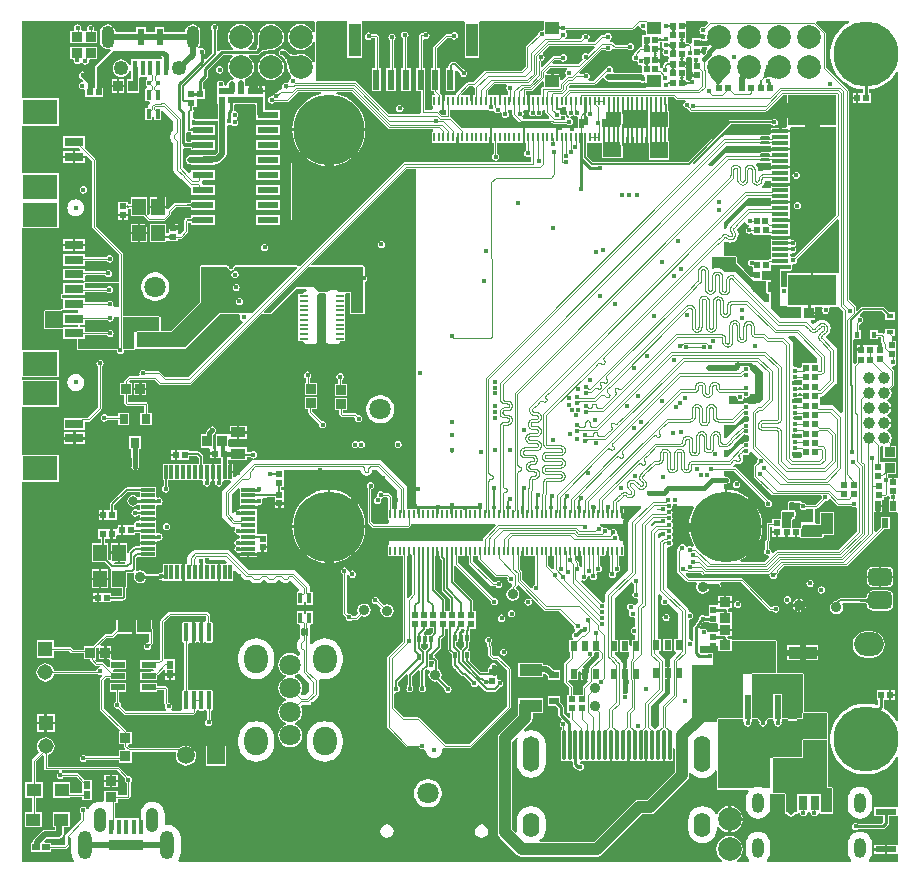
<source format=gbr>
%FSTAX23Y23*%
%MOIN*%
%SFA1B1*%

%IPPOS*%
%AMD17*
4,1,8,-0.007900,0.028700,-0.007900,-0.028700,-0.005900,-0.030700,0.005900,-0.030700,0.007900,-0.028700,0.007900,0.028700,0.005900,0.030700,-0.005900,0.030700,-0.007900,0.028700,0.0*
1,1,0.003937,-0.005900,0.028700*
1,1,0.003937,-0.005900,-0.028700*
1,1,0.003937,0.005900,-0.028700*
1,1,0.003937,0.005900,0.028700*
%
%AMD62*
4,1,8,-0.010800,0.015700,-0.010800,-0.015700,-0.010800,-0.015700,0.010800,-0.015700,0.010800,-0.015700,0.010800,0.015700,0.010800,0.015700,-0.010800,0.015700,-0.010800,0.015700,0.0*
1,1,0.000000,-0.010800,0.015700*
1,1,0.000000,-0.010800,-0.015700*
1,1,0.000000,0.010800,-0.015700*
1,1,0.000000,0.010800,0.015700*
%
%AMD100*
4,1,8,-0.039400,0.014800,-0.039400,-0.014800,-0.024600,-0.029500,0.024600,-0.029500,0.039400,-0.014800,0.039400,0.014800,0.024600,0.029500,-0.024600,0.029500,-0.039400,0.014800,0.0*
1,1,0.029528,-0.024600,0.014800*
1,1,0.029528,-0.024600,-0.014800*
1,1,0.029528,0.024600,-0.014800*
1,1,0.029528,0.024600,0.014800*
%
%ADD10C,0.010000*%
%ADD11C,0.004494*%
%ADD12C,0.004000*%
%ADD13R,0.075000X0.039000*%
%ADD14R,0.024000X0.080000*%
%ADD15R,0.031735X0.033788*%
%ADD16R,0.031496X0.035433*%
G04~CAMADD=17~8~0.0~0.0~614.2~157.5~19.7~0.0~15~0.0~0.0~0.0~0.0~0~0.0~0.0~0.0~0.0~0~0.0~0.0~0.0~90.0~158.0~614.0*
%ADD17D17*%
%ADD18R,0.045596X0.039848*%
%ADD19R,0.022538X0.026813*%
%ADD20R,0.026813X0.022538*%
%ADD21R,0.039370X0.110236*%
%ADD22R,0.023622X0.066929*%
%ADD23R,0.033788X0.031735*%
%ADD24R,0.032000X0.037000*%
%ADD25R,0.118110X0.082677*%
%ADD26R,0.062992X0.031496*%
%ADD27R,0.047244X0.021654*%
%ADD28R,0.015748X0.047244*%
%ADD29R,0.118110X0.035433*%
%ADD30R,0.049212X0.043307*%
%ADD31R,0.037000X0.032000*%
%ADD32R,0.035911X0.033808*%
%ADD33R,0.007874X0.027559*%
%ADD34R,0.027559X0.007874*%
%ADD35C,0.035000*%
%ADD36R,0.022000X0.024000*%
%ADD37R,0.015748X0.033465*%
%ADD38R,0.024000X0.022000*%
%ADD39R,0.045275X0.055118*%
%ADD40R,0.047244X0.011811*%
%ADD41R,0.011811X0.047244*%
%ADD42R,0.051181X0.035433*%
%ADD43R,0.070866X0.021654*%
%ADD44R,0.035433X0.045275*%
%ADD45R,0.031496X0.045275*%
%ADD46R,0.027559X0.045275*%
%ADD47R,0.057087X0.045275*%
%ADD48R,0.094937X0.043811*%
%ADD49O,0.020000X0.010000*%
%ADD50O,0.035000X0.010000*%
%ADD51C,0.031496*%
%ADD52C,0.015748*%
%ADD53R,0.023622X0.053150*%
%ADD54R,0.015748X0.049212*%
%ADD55R,0.011811X0.021654*%
%ADD56O,0.011024X0.102362*%
%ADD57R,0.070866X0.023622*%
%ADD58R,0.047244X0.039370*%
%ADD59R,0.055118X0.011811*%
%ADD60R,0.161417X0.104330*%
%ADD61R,0.023622X0.015748*%
G04~CAMADD=62~8~0.0~0.0~315.0~216.5~0.0~0.0~15~0.0~0.0~0.0~0.0~0~0.0~0.0~0.0~0.0~0~0.0~0.0~0.0~90.0~216.0~314.0*
%ADD62D62*%
%ADD63R,0.020472X0.032677*%
%ADD64O,0.010000X0.030000*%
%ADD65R,0.015748X0.023622*%
%ADD66C,0.070866*%
%ADD67R,0.032677X0.024803*%
%ADD68C,0.020000*%
%ADD69C,0.008000*%
%ADD70C,0.005000*%
%ADD71C,0.004600*%
%ADD72C,0.015000*%
%ADD73C,0.006000*%
%ADD74C,0.005905*%
%ADD75C,0.039370*%
%ADD76C,0.012000*%
%ADD77C,0.006116*%
%ADD78C,0.050000*%
%ADD79C,0.015748*%
%ADD80C,0.030000*%
%ADD81R,0.127000X0.094000*%
%ADD82O,0.047244X0.094488*%
%ADD83O,0.041339X0.082677*%
%ADD84C,0.059055*%
%ADD85R,0.059055X0.059055*%
%ADD86R,0.051496X0.051496*%
%ADD87C,0.051496*%
%ADD88O,0.078740X0.094488*%
%ADD89C,0.078740*%
%ADD90O,0.039370X0.066929*%
%ADD91C,0.236220*%
%ADD92C,0.216535*%
%ADD93O,0.043307X0.074803*%
%ADD94C,0.049212*%
%ADD95C,0.039370*%
%ADD96O,0.055118X0.118110*%
%ADD97O,0.055118X0.122047*%
%ADD98O,0.055118X0.082677*%
%ADD99C,0.070866*%
G04~CAMADD=100~8~0.0~0.0~590.6~787.4~147.6~0.0~15~0.0~0.0~0.0~0.0~0~0.0~0.0~0.0~0.0~0~0.0~0.0~0.0~90.0~788.0~591.0*
%ADD100D100*%
%ADD101O,0.098425X0.078740*%
%ADD102C,0.015748*%
%LNx98_carrier_v1r2_12082022_copper_signal_top-1*%
%LPD*%
G36*
X02301Y02813D02*
X02287Y02799D01*
X02285Y02799*
X0228Y02798*
X02276Y02796*
X02274Y02792*
X02273Y02787*
X02274Y02783*
X02276Y02779*
X0228Y02776*
X02285Y02775*
X02288Y02776*
X02292Y02773*
X02294Y02772*
X02293Y02764*
X02293Y02762*
X02288Y02757*
X02286Y02757*
X02283Y02758*
X02282Y02758*
X02281Y02758*
Y0276*
X02277Y0276*
X02276Y0276*
X02275Y0276*
X02249*
Y02745*
X02243Y02742*
X02243Y02743*
X02238Y02745*
X02234*
X02233Y02745*
X02231Y02745*
X02231Y02745*
X0223Y02745*
Y02755*
X0223*
Y02787*
Y02798*
X02226Y02798*
Y02799*
X02215*
Y02807*
X0223*
Y02819*
X02299*
X02301Y02813*
G37*
G36*
X02175Y02797D02*
X02175Y02798D01*
X02175Y02798*
X02174Y02799*
X02174Y02799*
X02173Y028*
X02172Y028*
X0217Y028*
X02169Y028*
X02166Y028*
Y02804*
X02167Y02804*
X0217Y02804*
X02172Y02805*
X02173Y02805*
X02174Y02805*
X02174Y02806*
X02175Y02806*
X02175Y02806*
X02175Y02807*
Y02797*
G37*
G36*
X01806Y02801D02*
X01807Y02801D01*
X01807Y028*
X01808Y02799*
X01809Y02799*
X01811Y02798*
X01813Y02798*
X01815Y02798*
X01817Y02798*
X0182Y02798*
Y02794*
X01817Y02794*
X01813Y02793*
X01811Y02793*
X01809Y02793*
X01808Y02792*
X01807Y02791*
X01807Y02791*
X01806Y0279*
X01806Y02789*
Y02802*
X01806Y02801*
G37*
G36*
X00991Y02815D02*
Y02781D01*
X00985Y0278*
X00982Y02786*
X00975Y02795*
X00966Y02802*
X00956Y02807*
X00944Y02808*
X00933Y02807*
X00923Y02802*
X00913Y02795*
X00907Y02786*
X00902Y02776*
X00901Y02764*
X00902Y02753*
X00907Y02743*
X00913Y02734*
X00923Y02727*
X00933Y02722*
X00944Y02721*
X00956Y02722*
X00966Y02727*
X00975Y02734*
X00982Y02743*
X00985Y02749*
X00991Y02748*
Y02681*
X00985Y0268*
X00982Y02686*
X00975Y02695*
X00966Y02702*
X00956Y02707*
X00944Y02708*
X00937Y02707*
X00936Y02707*
X00932Y02707*
X00927Y02706*
X00923Y02706*
X00919Y02706*
X00916Y02707*
X00913Y02707*
X0091Y02708*
X00907Y02709*
X00905Y02711*
X00903Y02713*
X00903Y02713*
X00903Y02713*
X00903Y02713*
X00903Y02713*
X00895Y02721*
X00891Y02723*
X00887Y02724*
X00886Y02724*
X00883Y02725*
X00879Y02724*
X00875Y02721*
X00872Y02717*
X00871Y02713*
X00872Y02708*
X00875Y02704*
X00879Y02701*
X00882Y02701*
X00888Y02694*
X00888Y02694*
X0089Y02692*
X00891Y0269*
X00893Y02688*
X00894Y02685*
X00896Y02681*
X00897Y02677*
X009Y02663*
X00901Y02657*
X00902Y02657*
X00902Y02653*
X00907Y02643*
X00913Y02634*
X00912Y0263*
X00911Y02628*
X00908Y02625*
X00905Y02621*
X00904Y02617*
X00905Y02614*
X009Y0261*
X00899Y02611*
X00894Y02612*
X0089Y02611*
X00886Y02608*
X00883Y02605*
X00882Y026*
X00883Y02596*
X00883Y02595*
X0088Y0259*
X00879*
X00878Y02589*
X00877Y0259*
X00873Y02588*
X00865Y02579*
X00862Y0258*
X00857Y02579*
X00854Y02576*
X00851Y02572*
X0085Y02568*
X00847Y02567*
X00847Y02567*
X00842Y02566*
X00838Y02564*
X00836Y0256*
X00835Y02555*
X00836Y02551*
X00838Y02547*
X00842Y02544*
X00847Y02543*
X00851Y02544*
X00855Y02547*
X00856Y02547*
X00897*
X00901Y02549*
X00934Y02582*
X01012*
X01013Y02576*
X01Y02573*
X00982Y02565*
X00966Y02555*
X00951Y02543*
X00939Y02528*
X00929Y02512*
X00922Y02494*
X00917Y02475*
X00916Y0246*
X01038*
X0116*
X01159Y02475*
X01155Y02494*
X01147Y02512*
X01137Y02528*
X01125Y02543*
X0111Y02555*
X01094Y02565*
X01076Y02573*
X01063Y02576*
X01064Y02582*
X01113*
X01235Y0246*
X0124Y02458*
X01384*
Y02449*
X01381*
Y02413*
X01463*
Y02431*
X01471*
Y02413*
X01573*
Y02431*
X01581*
Y02413*
X01587*
Y02375*
X01585Y02374*
X01582Y0237*
X01581Y02366*
X01582Y02361*
X01585Y02357*
X01589Y02354*
X01594Y02353*
X01598Y02354*
X01602Y02357*
X01605Y02361*
X01606Y02366*
X01605Y0237*
X01602Y02374*
X016Y02376*
Y02413*
X01684*
Y02431*
X01692*
Y02413*
X01696*
Y02388*
X01693Y02386*
X0169Y02382*
X01689Y02378*
X0169Y02373*
X01693Y02369*
X01697Y02366*
X01702Y02365*
X01706Y02366*
X01707Y02367*
X01713Y02364*
Y02347*
X01289*
X01284Y02345*
X00941Y02002*
X00938Y02002*
X00935Y02002*
X00934Y02002*
X00933Y02003*
X00933Y02003*
X00932*
X00931Y02004*
X00889*
X00725*
X00725Y02003*
X00724Y02003*
X00724Y02003*
X00723Y02003*
X00722Y02002*
X00722Y02002*
X00721Y02002*
X00721Y02001*
X00721Y02001*
X00721Y02*
X0072Y01999*
X00719Y01996*
X00718Y01993*
X00715Y01991*
X00712Y01991*
X00709Y01991*
X00707Y01993*
X00705Y01996*
X00704Y01999*
X00704Y02*
X00703Y02001*
X00703Y02002*
X00703Y02002*
X00703Y02002*
X00701Y02003*
X007Y02003*
X007Y02003*
X00699Y02004*
X00613*
X0061Y02002*
X00609Y01999*
Y01881*
X00557Y0183*
X00511Y01784*
X00477*
X00477Y0183*
X00476Y01833*
X00473Y01834*
X00351*
Y02043*
X00349Y02047*
X00261Y02135*
Y02355*
X00259Y02359*
X00228Y0239*
X00224Y02394*
Y02434*
X00153*
Y02394*
X00206*
X0021Y0239*
X00207Y02385*
X00192*
Y02369*
X00226*
X00229Y0237*
X00248Y02352*
Y02133*
X0025Y02128*
X00338Y0204*
Y01949*
X00229*
X00225Y01953*
X00224Y01955*
Y01967*
X00228Y01971*
X00293*
X00295Y01969*
X00299Y01966*
X00303Y01965*
X00308Y01966*
X00312Y01969*
X00314Y01973*
X00315Y01978*
X00314Y01982*
X00312Y01986*
X00308Y01989*
X00303Y0199*
X00299Y01989*
X00295Y01986*
X00293Y01984*
X00224*
Y01993*
X00153*
Y01954*
X00218*
X00218*
X00218*
X00219*
X0022Y01954*
X00221Y01948*
X00218Y01944*
X00153*
Y01915*
X00153Y01909*
X00148Y01909*
X00146Y01908*
X00145Y01907*
X00145Y01907*
X00145Y01907*
X00144Y01906*
X00144Y01904*
Y01895*
X00144Y01894*
X00145Y01892*
X00145Y01892*
X00145Y01892*
X00146Y01892*
X00148Y01891*
X00153Y01891*
X00153Y01885*
Y01865*
X00153Y0186*
X00148Y01859*
X00146Y01859*
X00145Y01858*
X00145Y01858*
X00145Y01858*
X00144Y01857*
X00144Y01855*
Y01854*
X00093*
X0009Y01853*
X00089Y0185*
Y01795*
X0009Y01792*
X00093Y0179*
X00153*
Y01757*
X00199*
Y01725*
X002Y01722*
X00203Y0172*
X0033*
X00331Y0172*
X00332Y01715*
X00335Y01711*
X00339Y01708*
X00343Y01707*
X00348Y01708*
X00352Y01711*
X00354Y01715*
X00355Y0172*
X00356Y0172*
X00388*
X00391Y01722*
X00391Y01722*
X00393Y01725*
X00398Y01725*
X00558*
X00561Y01727*
X00675Y0184*
X00739*
X00742Y01836*
X00743Y01834*
X00742Y01831*
X00743Y01826*
X00746Y01822*
X00749Y01819*
X0075Y01819*
X00752Y01813*
X0057Y01631*
X00493*
X00476Y01648*
X00472Y0165*
X00428*
X00427Y01652*
X00423Y01655*
X00419Y01656*
X00414Y01655*
X0041Y01652*
X00407Y01648*
X00406Y01644*
X00407Y01641*
X00403Y01635*
X00373*
X00368Y01633*
X00358Y01623*
X00356Y01619*
Y01612*
X00343*
Y01571*
X00356*
Y01545*
X00358Y0154*
X00361Y01538*
X00365Y01536*
X00422*
Y01513*
X00409*
Y0147*
X00448*
Y01513*
X00435*
Y0154*
X00433Y01545*
X00431Y01547*
X00426Y01549*
X00369*
Y01571*
X00383*
Y01612*
X00374*
X00372Y01618*
X00376Y01622*
X00456*
X00471Y01607*
X00475Y01605*
X00574*
X00578Y01607*
X00813Y01842*
X00819Y01842*
X0082Y01841*
X00821Y01841*
X00822*
X00822Y0184*
X00843*
X00846Y01842*
X00871Y01867*
X0093Y01925*
X00963*
X00964Y01919*
X00962Y01919*
X00957Y01916*
X00953Y01911*
X00953Y01909*
X00936*
Y01893*
Y01846*
Y01798*
Y01751*
X00953*
X00953Y01749*
X00957Y01744*
X00962Y01741*
X00968Y0174*
X00985*
X00991Y01741*
X00996Y01744*
X00999Y01749*
X01Y01755*
Y01763*
X00999Y01767*
X01Y01771*
Y01779*
X00999Y01783*
X01Y01787*
Y01795*
X00999Y01799*
X01Y01802*
Y0181*
X00999Y01814*
X01Y01818*
Y01826*
X00999Y0183*
X01Y01834*
Y01842*
X00999Y01846*
X01Y0185*
Y01858*
X00999Y01862*
X01Y01865*
Y01873*
X00999Y01877*
X01Y01881*
Y01889*
X00999Y01893*
X01Y01897*
Y01905*
X01Y01905*
X01001Y01906*
X01005Y0191*
X01025*
X01029Y01906*
X01029Y01905*
Y01897*
X01029Y01893*
X01029Y01889*
Y01881*
X01029Y01877*
X01029Y01873*
Y01865*
X01029Y01862*
X01029Y01858*
Y0185*
X01029Y01846*
X01029Y01842*
Y01834*
X01029Y0183*
X01029Y01826*
Y01818*
X01029Y01814*
X01029Y0181*
Y01802*
X01029Y01799*
X01029Y01795*
Y01787*
X01029Y01783*
X01029Y01779*
Y01771*
X01029Y01767*
X01029Y01763*
Y01755*
X0103Y01749*
X01033Y01744*
X01038Y01741*
X01044Y0174*
X01061*
X01067Y01741*
X01072Y01744*
X01075Y01749*
X01076Y01751*
X01093*
Y01767*
Y01814*
Y01861*
Y01909*
X01098Y0191*
X01109*
Y01845*
X0111Y01842*
X01113Y0184*
X01153*
X01156Y01842*
X01157Y01845*
X01157Y01948*
X01159Y01948*
X01163Y01951*
X01165Y01955*
X01166Y0196*
X01165Y01964*
X01163Y01968*
X01159Y01971*
X01157Y01971*
Y01999*
X01156Y02002*
X01153Y02004*
X00983*
X0098Y02009*
X01297Y02326*
X01329*
Y012*
X01549*
Y01192*
X01546*
Y0118*
X01545Y01178*
Y01174*
X01538*
Y01192*
X01499*
Y01174*
X01491*
Y01192*
X01451*
Y01174*
X01443*
Y01192*
X01404*
Y01174*
X01396*
Y01192*
X01341*
Y01174*
X01333*
Y01192*
X01299*
Y01262*
X01298Y01267*
X01295Y01271*
X01215Y01351*
X01211Y01354*
X01206Y01355*
X0079*
X00789Y01361*
X00791Y01361*
X00795Y01364*
X00797Y01368*
X00798Y01373*
X00797Y01377*
X00795Y01381*
X00791Y01384*
X00786Y01385*
X00782Y01384*
X00778Y01381*
X00777Y0138*
X00766*
Y01398*
X00707*
X00707*
X00702Y01401*
Y01422*
X00707Y01425*
X00708*
X00732*
Y01443*
X00705*
X00702Y01441*
X00701*
X00662*
Y01396*
X00662Y01395*
Y01376*
Y0136*
X0068*
Y01343*
X00655*
Y01315*
Y01288*
X00656*
X00657Y01286*
X0066Y01282*
X00659Y01279*
X0066Y01274*
X00663Y0127*
X00667Y01267*
X00671Y01266*
X00676Y01267*
X0068Y0127*
X00682Y01274*
X00683Y01279*
X00683Y01282*
X00685Y01286*
X00687Y01288*
X00709*
X00711Y01282*
X00685Y01256*
X00682Y01252*
X00681Y01247*
Y0117*
X00682Y01165*
X00685Y01161*
X00711Y01135*
X00715Y01132*
X0072Y01131*
X00723*
X00724Y0113*
X00726Y01125*
X00724Y01123*
X00723Y01118*
X00724Y01114*
X00727Y0111*
X00731Y01107*
X00735Y01106*
X00736Y01106*
X00742Y01102*
Y01096*
X00736Y01091*
X00735Y01091*
X00731Y0109*
X00727Y01088*
X00724Y01084*
X00723Y01079*
X00724Y01075*
X00727Y01071*
Y01067*
X00724Y01063*
X00723Y01059*
X00724Y01054*
X00727Y0105*
X00731Y01047*
X00735Y01046*
X00736Y01046*
X00739Y01044*
X00769*
X00797*
Y01044*
X00801Y01049*
X00813*
Y01064*
X00817*
Y01068*
X00833*
Y01078*
Y01108*
X00801*
X00797Y01112*
Y01128*
Y01168*
Y01193*
X00769*
X00741*
X00736Y01189*
X00735Y01189*
X00731Y01188*
X00727Y01186*
X00724Y01182*
X00724Y01181*
X00723Y0118*
X00718Y01178*
X00715Y01181*
Y01238*
X00736Y0126*
X00742Y01258*
Y01227*
Y01201*
X00769*
X00797*
X00803Y01205*
X00804Y01205*
X00809Y01206*
X00813Y01209*
X00815Y01213*
X00816Y01217*
X00815Y01222*
X00814Y01223*
X00817Y01229*
X00829*
X00832Y0123*
X00834Y01232*
X00835Y01232*
X00857*
Y01214*
X00873*
X00889*
Y01224*
Y01254*
X0088*
Y01264*
X00889*
Y01293*
Y01322*
X01143*
X01145Y01315*
X01149Y01308*
X01156Y01304*
X01163Y01302*
X01171Y01304*
X01177Y01308*
X01182Y01315*
X01183Y01322*
X01198*
X01265Y01254*
Y01192*
X01263*
Y01181*
X01262Y01178*
Y01174*
X01255*
Y01192*
X01249*
Y01231*
X01248Y01233*
X01247Y01236*
X01239Y01243*
X01237Y01245*
X01234Y01245*
X01222*
X0122Y01247*
X01216Y0125*
X01212Y01251*
X01207Y0125*
X01203Y01247*
X01201Y01244*
X012Y01239*
X012Y01238*
X01201Y01234*
X01196Y01231*
X01192Y01229*
X0119Y01225*
X01189Y0122*
X0119Y01215*
X01192Y01211*
X01196Y01209*
X01201Y01208*
X01206Y01209*
X0121Y01211*
X01212Y01215*
X01213Y0122*
X01213Y01221*
X01212Y01225*
X01216Y01228*
X0122Y0123*
X01222Y01233*
X01232*
X01236Y01228*
Y01192*
X01235*
Y01156*
X01239*
Y01148*
X01233Y01142*
X01188*
X0118Y01151*
Y01257*
X01182Y01258*
X01186Y0126*
X01189Y01264*
X0119Y01269*
X01189Y01274*
X01186Y01277*
X01182Y0128*
X01177Y01281*
X01173Y0128*
X01169Y01277*
X01166Y01274*
X01165Y01269*
X01166Y01264*
X01167Y01263*
X01167Y01262*
Y01148*
X01168Y01146*
X01169Y01143*
X01181Y01131*
X01183Y0113*
X01186Y01129*
X01303*
X01305Y0113*
X01307Y01131*
X0131Y01134*
X01312Y01136*
X01312Y01139*
Y01143*
X01592*
X01594Y01137*
X01553Y01096*
X01551Y01091*
Y01084*
X01239*
X01239Y01084*
Y01071*
X01235*
Y01035*
X01284*
Y00752*
X01235Y00703*
X01233Y00699*
Y00464*
X01235Y0046*
X01296Y00399*
X013Y00397*
X0134*
X01342Y00395*
X01346Y00392*
X0135Y00391*
X01354Y00392*
X01355Y00392*
X0136Y00389*
X01361Y00381*
X01364Y00374*
X01368Y00369*
X01374Y00364*
X01381Y00361*
X01388Y0036*
X01395Y00361*
X01402Y00364*
X01408Y00369*
X01412Y00374*
X01415Y00381*
X01416Y00389*
X01416Y00393*
X01418Y00395*
X01421Y00397*
X01425Y00395*
X01508*
X01512Y00397*
X01642Y00527*
X01644Y00531*
Y00658*
X01642Y00663*
X01604Y00701*
X01599Y00702*
X01587*
X01582Y00707*
Y00733*
X0158Y00738*
X01578Y00739*
X01579Y00746*
X01579Y00746*
X01582Y0075*
X01583Y00755*
X01582Y00759*
X01579Y00763*
X01575Y00766*
X01571Y00767*
X01566Y00766*
X01562Y00763*
X0156Y00759*
X01559Y00755*
X0156Y0075*
X01562Y00746*
X01564Y00745*
Y00738*
X01566Y00733*
X01569Y0073*
Y00704*
X01571Y007*
X01579Y00691*
X01584Y00689*
X01597*
X01631Y00655*
Y00534*
X01505Y00408*
X01428*
X01339Y00496*
X01335Y00498*
X01287*
X01255Y00529*
Y00576*
X01261Y0058*
X01263Y0058*
X01267Y00581*
X01271Y00583*
X01274Y00587*
X01275Y00592*
X01274Y00596*
X01271Y006*
X0127Y00602*
Y00616*
X01294Y0064*
X01295Y0064*
X01301Y00637*
Y00604*
X013Y00604*
X013Y00603*
X013Y00603*
X013Y00602*
X013Y00602*
X013Y00602*
X013Y00602*
X013Y00601*
X013Y00601*
X01299Y00601*
X01299Y006*
X01299Y006*
X01297Y00596*
X01296Y00592*
X01297Y00587*
X01299Y00583*
X01303Y00581*
X01308Y0058*
X01312Y00581*
X01316Y00583*
X01319Y00587*
X0132Y00592*
X01319Y00596*
X01317Y006*
X01316Y006*
X01316Y00601*
X01316Y00601*
X01316Y00601*
X01316Y00602*
X01315Y00602*
X01315Y00602*
X01315Y00602*
X01315Y00603*
X01315Y00603*
X01315Y00604*
X01315Y00604*
Y00634*
X01337Y00656*
X01338Y00656*
X01343Y00653*
Y00604*
X01342Y00604*
X01342Y00603*
X01342Y00603*
X01342Y00602*
X01342Y00602*
X01342Y00602*
X01342Y00602*
X01342Y00601*
X01342Y00601*
X01341Y00601*
X01341Y006*
X01341Y006*
X01339Y00596*
X01338Y00592*
X01339Y00587*
X01341Y00583*
X01345Y00581*
X0135Y0058*
X01354Y00581*
X01358Y00583*
X01361Y00587*
X01362Y00592*
X01361Y00596*
X01359Y006*
X01358Y006*
X01358Y00601*
X01358Y00601*
X01358Y00601*
X01358Y00602*
X01357Y00602*
X01357Y00602*
X01357Y00602*
X01357Y00603*
X01357Y00603*
X01357Y00604*
X01357Y00604*
Y00652*
X01363Y00658*
X01369Y00656*
Y00655*
X01371*
X01374Y00649*
X01372Y00646*
X0137Y00638*
X01372Y0063*
X01377Y00623*
X01384Y00618*
X01392Y00616*
X014Y00618*
X01422Y00595*
X01422Y00595*
X01422Y00595*
X01422Y00595*
X01422Y00595*
X01423Y00594*
X01423Y00594*
X01423Y00594*
X01423Y00593*
X01423Y00593*
X01423Y00593*
X01423Y00593*
X01423Y00593*
X01423Y00593*
X01423Y00592*
X01424Y00591*
X01423Y0059*
X01424Y00585*
X01427Y00581*
X01431Y00578*
X01435Y00577*
X0144Y00578*
X01444Y00581*
X01446Y00585*
X01447Y0059*
X01446Y00594*
X01444Y00598*
X0144Y00601*
X01439Y00601*
X01438Y00601*
X01438Y00601*
X01437Y00602*
X01437Y00602*
X01436Y00602*
X01436Y00602*
X01436Y00602*
X01435Y00603*
X01434Y00603*
X01434Y00604*
X01434Y00604*
X01411Y00627*
X01412Y0063*
X01414Y00638*
X01412Y00646*
X01408Y00654*
X01402Y00657*
Y00686*
X01401Y00689*
X014Y00691*
X01393Y00698*
X01391Y00699*
X01391Y00699*
X01389Y00706*
X01411Y00727*
X01412Y0073*
X01413Y00732*
X01413Y00733*
Y00757*
X01422Y00767*
X01424Y00769*
X01425Y00772*
Y00793*
X01436*
Y00723*
X01437Y00721*
X01438Y00718*
X01448Y00709*
Y00689*
X0145*
Y0067*
X01451Y00668*
X01452Y00665*
X01481Y00636*
X01484Y00635*
X01486Y00634*
X01489*
X01511Y00612*
X01511Y0061*
X01512Y00606*
X01514Y00602*
X01518Y00599*
X01523Y00598*
X01527Y00599*
X01531Y00602*
X01532Y00603*
X01539Y00605*
X01559Y00585*
X01561Y00584*
X01564Y00583*
X01592*
X01595Y00584*
X01597Y00585*
X01608Y00597*
X0161Y00598*
X01611Y00599*
X01615Y00601*
X01618Y00605*
X01619Y0061*
X01618Y00615*
X01615Y00618*
X01611Y00621*
X01607Y00622*
X01605Y00622*
X01599Y00626*
Y00662*
X01599Y00666*
X01599Y00668*
X01598Y00671*
X01595Y00675*
X01591Y00677*
X01587Y00678*
X01582Y00677*
X01578Y00675*
X01576Y00671*
X01575Y00666*
X0157Y00662*
X01567*
Y00647*
X01545*
X01508Y00683*
X01507Y00689*
Y00719*
X01503*
X01501Y00724*
X01502Y00726*
X01504Y00728*
X01505Y00731*
Y00748*
X01507*
Y00778*
X01507Y00784*
X01508Y00785*
X01508Y00787*
Y00793*
X01527*
Y00823*
Y00853*
X01518*
Y00885*
X01518Y00887*
X01516Y0089*
X01455Y00951*
Y01*
X01461Y01002*
X01578Y00885*
X01577Y00882*
X01578Y00878*
X01581Y00874*
X01585Y00871*
X01589Y0087*
X01594Y00871*
X01598Y00874*
X01601Y00878*
X01602Y00882*
X01601Y00887*
X01598Y00891*
X01594Y00894*
X01589Y00895*
X01587Y00894*
X0147Y01011*
Y01035*
X01491*
Y01053*
X01499*
Y01035*
X01504*
Y01014*
X01506Y01009*
X01579Y00936*
X01584Y00934*
X01594*
X01596Y00932*
X01599Y00929*
X01604Y00928*
X01609Y00929*
X01613Y00932*
X01615Y00936*
X01616Y0094*
X01615Y00945*
X01613Y00949*
X01609Y00952*
X01604Y00953*
X01599Y00952*
X01596Y00949*
X01594Y00947*
X01587*
X01517Y01017*
Y01035*
X01535*
Y01024*
X01537Y0102*
X01591Y00966*
X01596Y00964*
X01629*
X01634Y0096*
X01633Y00957*
X01634Y00953*
X01637Y00949*
X01641Y00946*
X01645Y00945*
X01648Y0094*
X01649Y00937*
X01647Y00935*
X01645Y00931*
Y00928*
X01643Y00927*
X01636Y00923*
X01631Y00916*
X01629Y00907*
X01631Y00899*
X01636Y00892*
X01643Y00887*
X01651Y00885*
X01659Y00887*
X01667Y00892*
X01671Y00899*
X01673Y00907*
X01671Y00916*
X01667Y00923*
X01663Y00925*
X01662Y00932*
X01664Y00934*
X01665Y00936*
X01671Y00938*
X01714Y00895*
X01711Y00891*
X01707Y00892*
X01707Y00892*
X01707Y00892*
X01703Y00893*
X01698Y00892*
X01694Y0089*
X01691Y00886*
X0169Y00881*
X01691Y00877*
X01694Y00873*
X01698Y0087*
X01703Y00869*
X01707Y0087*
X01711Y00873*
X01714Y00877*
X01715Y00881*
X01714Y00886*
X01714Y00886*
X01714Y00886*
X01712Y00889*
X01716Y00893*
X01755Y00854*
X0176Y00852*
X01805*
X01855Y00802*
X01855Y00801*
X01856Y00796*
X01859Y00792*
X0186Y00786*
X01857Y00782*
X01856Y00782*
X01852Y00779*
X0185Y00775*
X01849Y0077*
X0185Y00766*
X01852Y00762*
X01853Y00761*
X01851Y00755*
X0184*
Y00716*
X01842*
Y00699*
X01824Y00681*
X01822Y00676*
Y00616*
X01824Y00612*
X01839Y00597*
Y00572*
X01833*
Y00542*
Y00512*
X01843*
Y00496*
X01837Y00494*
X01821Y0051*
Y00531*
X0182Y00534*
X01818Y00537*
X01808Y00547*
Y00567*
X01768*
Y00534*
X01795*
X01802Y00527*
Y00506*
X01803Y00503*
X01805Y005*
X01815Y0049*
X01813Y00483*
X01812Y00482*
X01809Y00478*
X01808Y00474*
X01809Y00469*
X01812Y00465*
X01814Y00464*
Y00458*
X01812Y00455*
X01811Y00451*
Y00441*
X01811Y00441*
X01811Y00441*
Y0036*
X01812Y00356*
X01814Y00353*
X01817Y00351*
X01821Y0035*
X01825Y00351*
X01828Y00353*
X01834*
X01837Y00351*
X01841Y0035*
X01844Y00351*
X01845Y00351*
X01851Y00348*
Y0034*
X01852Y00336*
X01854Y00333*
X01861Y00326*
X01864Y00324*
X01866Y00324*
X01867Y00323*
X01871Y0032*
X01876Y00319*
X0188Y0032*
X01884Y00323*
X01887Y00327*
X01888Y00332*
X01887Y00336*
X01884Y0034*
X0188Y00343*
X01876Y00344*
X01875Y00346*
X0188Y0035*
X01884Y00351*
X01887Y00353*
X01893*
X01896Y00351*
X019Y0035*
X01903Y00351*
X01906Y00353*
X01912*
X01916Y00351*
X01919Y0035*
X01923Y00351*
X01926Y00353*
X01932*
X01935Y00351*
X01939Y0035*
X01943Y00351*
X01946Y00353*
X01952*
X01955Y00351*
X01959Y0035*
X01962Y00351*
X01965Y00353*
X01971*
X01974Y00351*
Y00405*
X01982*
Y00351*
X01985Y00353*
X01991*
X01994Y00351*
X01998Y0035*
X02002Y00351*
X02005Y00353*
X02011*
X02014Y00351*
X02018Y0035*
X02021Y00351*
X02025Y00353*
X02031*
X02033Y00351*
Y00405*
X02041*
Y00351*
X02044Y00353*
X0205*
X02053Y00351*
X02057Y0035*
X02061Y00351*
X02064Y00353*
X0207*
X02073Y00351*
X02077Y0035*
X0208Y00351*
X02084Y00353*
X0209*
X02092Y00351*
Y00405*
X021*
Y00351*
X02103Y00353*
X02109*
X02112Y00351*
X02116Y0035*
X0212Y00351*
X02123Y00353*
X02129*
X02132Y00351*
X02136Y0035*
X0214Y00351*
X02143Y00353*
X02149*
X02151Y00351*
Y00405*
X02159*
Y00351*
X02162Y00353*
X02168*
X02171Y00351*
X02175Y0035*
X02179Y00351*
X02182Y00353*
X02184Y00356*
X02185Y0036*
Y00395*
X02187Y00396*
X02192Y00393*
Y00315*
X02099Y00222*
X02073*
X02064Y0022*
X02056Y00215*
X01922Y00081*
X01742*
X0174Y00087*
X01746Y00092*
X01754Y00101*
X01759Y00113*
X01761Y00125*
Y00153*
X01759Y00165*
X01754Y00177*
X01746Y00187*
X01737Y00195*
X01725Y00199*
X01713Y00201*
X017Y00199*
X01689Y00195*
X01679Y00187*
X01671Y00177*
X01666Y00165*
X01665Y00153*
Y00125*
X01666Y00115*
X0166Y00113*
X01649Y00124*
Y00416*
X01665Y00432*
X0167Y00429*
X01666Y00419*
X01665Y00407*
Y00344*
X01666Y00332*
X01671Y0032*
X01679Y0031*
X01689Y00302*
X017Y00298*
X01713Y00296*
X01725Y00298*
X01737Y00302*
X01746Y0031*
X01754Y0032*
X01759Y00332*
X01761Y00344*
Y00407*
X01759Y00419*
X01754Y00431*
X01746Y00441*
X01737Y00449*
X01725Y00453*
X01713Y00455*
X017Y00453*
X01691Y00449*
X01687Y00455*
X0171Y00477*
X01716Y00485*
X01717Y00494*
Y00513*
X01753*
Y0056*
X01714*
X01711Y0056*
X01693*
X0169Y0056*
X0167*
Y00538*
X01669Y00536*
Y00504*
X01608Y00444*
X01603Y00436*
X01601Y00427*
Y00114*
X01603Y00104*
X01608Y00096*
X01665Y00039*
X01673Y00034*
X01682Y00032*
X01932*
X01941Y00034*
X01949Y00039*
X02083Y00174*
X02109*
X02118Y00175*
X02126Y00181*
X02233Y00288*
X02239Y00296*
X0224Y00305*
Y0031*
X02246Y00312*
X0225Y00308*
X02259Y003*
X02271Y00296*
X02283Y00294*
X02296Y00296*
X02307Y003*
X02317Y00308*
X02325Y00318*
X02326Y0032*
X02332Y00319*
Y0026*
X02333Y00257*
X02336Y00256*
X02434*
X02437Y0025*
X02434Y00246*
X0243Y00236*
X02428Y00226*
Y00198*
X0243Y00188*
X02434Y00178*
X0244Y0017*
X02448Y00164*
X02458Y0016*
X02468Y00158*
X02479Y0016*
X02488Y00164*
X02497Y0017*
X02503Y00178*
X02504Y00181*
X02508Y00185*
Y0024*
X02559*
Y0018*
X0256Y00177*
X02563Y00176*
X02565*
X02566Y00175*
X02569Y0017*
X02573Y00167*
X02579Y00166*
X02584Y00167*
X02589Y0017*
X02592Y00175*
X02592Y00176*
X02599*
X02602Y00177*
X02603Y00179*
X02604Y00179*
X02609Y00178*
X02609Y00175*
X02612Y00171*
X02616Y00168*
X0262Y00167*
X02625Y00168*
X02629Y00171*
X02632Y00175*
X02633Y00179*
X02637Y00183*
X0264Y00183*
X02644Y00179*
X02645Y00175*
X02648Y00171*
X02652Y00168*
X02656Y00167*
X02661Y00168*
X02665Y00171*
X02668Y00175*
X02674Y00178*
X02675Y00178*
X02676Y00177*
X02679Y00176*
X02714*
X02717Y00177*
X02719Y0018*
Y0026*
X02717Y00263*
X02714Y00265*
X02703*
Y0042*
X02702Y00423*
X02703Y00425*
Y0051*
X02702Y00513*
X02699Y00515*
X02623*
Y0064*
X02622Y00643*
X02619Y00645*
X02533*
Y0075*
X02532Y00753*
X02529Y00755*
X02381*
Y00758*
X02373*
X02368Y0076*
X02367Y00762*
X02367Y00762*
X02367Y00762*
X02366Y00764*
X02369Y00769*
X02381*
Y00785*
X02359*
X02336*
X02336Y0078*
X02305*
X02303Y00781*
X02299Y00784*
X02298Y00786*
X02296Y0079*
X02292Y00793*
X02287Y00794*
X02283Y00793*
X02281Y00792*
X02275Y00793*
X02274Y00794*
X02273Y00796*
X02286Y00814*
X02289Y00814*
X02292Y00816*
X02304*
Y00811*
X02331*
X02336Y00809*
X02336Y00805*
Y00793*
X02359*
X02381*
Y00809*
X02381Y00809*
X02381*
Y00849*
X02368*
X02368Y00855*
X02373Y00861*
X02381*
Y00877*
X02359*
X02336*
Y00876*
X02336Y0087*
X02304*
Y00835*
X02292*
X02289Y00837*
X02284Y00838*
X0228Y00837*
X02276Y00834*
X02273Y0083*
X02272Y00826*
X02257Y00803*
X02256Y00802*
X02254Y008*
X02253Y00792*
X02253*
Y00756*
X02247Y00753*
X02247Y00753*
X02242Y00754*
X02237Y0076*
Y00821*
X02241Y00824*
X02246Y00825*
X0225Y00827*
X02252Y00831*
X02253Y00836*
X02252Y0084*
X0225Y00844*
X02246Y00847*
X02241Y00848*
X02237Y00851*
Y00854*
X02236Y00858*
X02234Y00862*
X02178Y00918*
X02165Y00931*
Y01061*
X02169Y01066*
X02172*
X02177Y01067*
X02181Y0107*
X02184Y01074*
X02185Y01078*
X02184Y01083*
X02183Y01084*
X02182Y01088*
X02183Y01093*
X02184Y01094*
X02185Y01098*
X02184Y01103*
X02183Y01104*
X02182Y01109*
X02183Y01113*
X02184Y01114*
X02185Y01119*
X02184Y01124*
X02181Y01128*
Y01131*
X02184Y01135*
X02185Y01139*
X02184Y01144*
X02181Y01148*
X0218Y01149*
Y01152*
X02183Y01156*
X02184Y0116*
X02183Y01165*
X02182Y01166*
X02181Y0117*
X02182Y01175*
X02183Y01176*
X02184Y0118*
X02183Y01185*
X0218Y01189*
X0218Y01189*
Y01192*
X02182Y01196*
X02183Y012*
X02253*
X02256Y01195*
X02252Y01189*
X02244Y01171*
X0224Y01152*
X02239Y01137*
X02357*
Y01257*
X02354Y0126*
X02354Y01276*
X02362*
X02363Y01276*
X02368Y01277*
X02372Y01279*
X02375Y01283*
X02376Y01288*
X02375Y01292*
X02372Y01296*
X02368Y01299*
X02363Y013*
X02362Y01299*
X02358*
X02354Y01304*
X02354Y01317*
X0239*
X02493Y01215*
X02492Y01214*
X02491Y01209*
X02492Y01204*
X02495Y012*
X02499Y01198*
X02503Y01197*
X02508Y01198*
X02512Y012*
X02514Y01204*
X02515Y01209*
X02514Y01214*
X02512Y01218*
X02508Y0122*
X02505Y01221*
X02397Y01328*
X02392Y0133*
X02388*
X02385Y01336*
X02391Y01342*
X02393Y01341*
X024Y0134*
X02408Y01341*
X02414Y01345*
X02414*
X02418Y01352*
X0242Y01359*
X02418Y01366*
X02417Y01368*
X02423Y01374*
X02426Y01373*
X0243Y01372*
X02435Y01373*
X02439Y01376*
X02442Y0138*
X02448Y01381*
X02469Y01361*
X02468Y01359*
X02466Y01355*
X02465Y0135*
X02465Y01348*
X02456Y01338*
X02454Y01334*
Y01303*
X02456Y01299*
X02516Y01239*
X0252Y01237*
X02677*
X02681Y01231*
X02681Y0123*
X02682Y01227*
X02661Y01206*
X02629*
X02628Y01208*
X02624Y01211*
X02619Y01212*
X02615Y01211*
X02614Y01214*
X02613Y01215*
X02612Y01216*
X02612Y01217*
X02611Y01217*
X0261Y01217*
X02609Y01218*
X02587*
X02587Y01218*
X02582Y01219*
X02578Y01218*
X02577Y01218*
X02573*
X0257Y01216*
X02569Y01213*
Y01188*
X02568Y01188*
X02548*
X02545Y01186*
X02544Y01183*
Y01159*
X02516*
Y01146*
X02503*
X02499Y01144*
X02497Y0114*
Y01091*
X02495Y01089*
X02493Y01084*
Y01057*
X0249Y01053*
X02489Y01049*
X0249Y01044*
X02493Y0104*
X02497Y01037*
X02501Y01036*
X02503Y01037*
X02506Y01031*
X0249Y01016*
X02412*
X0241Y01022*
X02416Y01024*
X02433Y01034*
X02447Y01047*
X0246Y01061*
X0247Y01078*
X02477Y01095*
X02482Y01114*
X02483Y01129*
X02361*
X02239*
X0224Y01114*
X02244Y01095*
X02252Y01078*
X02255Y01072*
X02252Y01065*
X02251Y01065*
X02249Y01065*
X02245Y01067*
X02241Y01068*
X02236Y01067*
X02233Y01065*
X02229Y01066*
X02227Y01067*
X02226Y01068*
X02224Y01072*
X0222Y01074*
X02215Y01075*
X02211Y01074*
X02207Y01072*
X02204Y01068*
X02203Y01063*
X02204Y01061*
X022Y01057*
X02198Y01052*
Y00985*
X022Y00981*
X0223Y0095*
X02235Y00948*
X02263*
X02266Y00942*
X02264Y0094*
X02263Y00931*
X02264Y00923*
X02269Y00916*
X02276Y00911*
X02285Y00909*
X02293Y00911*
X023Y00916*
X02305Y00923*
X02305Y00924*
X02307Y00924*
X02307Y00925*
X0233*
X02331Y00924*
X02336Y00925*
X0234Y00928*
X02343Y00932*
X02344Y00936*
X02343Y00941*
X02342Y00942*
X02345Y00948*
X02411*
X02506Y00854*
X0251Y00852*
X02517*
X02519Y0085*
X02523Y00847*
X02527Y00846*
X02532Y00847*
X02536Y0085*
X02538Y00854*
X02539Y00858*
X02538Y00863*
X02536Y00867*
X02532Y00869*
X02527Y0087*
X02523Y00869*
X02519Y00867*
X02518Y00866*
X02512Y00866*
X02418Y00959*
X02414Y00961*
X02238*
X02227Y00972*
X02228Y00979*
X02231Y0098*
X02231Y0098*
X02235Y00978*
X02279*
X02285Y00972*
X0229Y0097*
X02505*
X02508Y00968*
X02508Y00966*
X02511Y00962*
X02515Y00959*
X02519Y00959*
X02524Y00959*
X02528Y00962*
X02531Y00966*
X02532Y00971*
X02531Y00973*
X02535Y00977*
X02537Y00982*
Y00984*
X02554Y01002*
X02762*
X02767Y01003*
X02887Y01124*
X02907*
Y01165*
X02878*
Y01133*
X02861Y01116*
X02855Y01118*
Y01182*
X02863*
Y01202*
X02867*
Y01206*
X02882*
Y01223*
X02888Y01223*
X02888*
Y01231*
X02892*
X02897Y01233*
X02898Y01234*
X02902Y01236*
X02907Y01232*
X02907Y01229*
X02907Y01228*
X02904Y01223*
Y01182*
X02933*
X02936Y01177*
Y00485*
X0293Y00484*
X02926Y0049*
X02917Y00503*
X02906Y00514*
X02894Y00523*
X02889Y00526*
X02888Y00529*
X02889Y00532*
Y00555*
X02905*
Y00571*
Y00587*
X02865*
Y00555*
X0287*
Y00541*
X02869Y00539*
X02864Y00537*
X02851Y00541*
X02836Y00543*
X0282*
X02805Y00541*
X0279Y00537*
X02776Y00531*
X02762Y00523*
X0275Y00514*
X02739Y00503*
X0273Y0049*
X02722Y00477*
X02716Y00463*
X02712Y00448*
X0271Y00432*
Y00417*
X02712Y00402*
X02716Y00387*
X02722Y00372*
X0273Y00359*
X02739Y00347*
X0275Y00336*
X02762Y00326*
X02776Y00319*
X0279Y00313*
X02805Y00309*
X0282Y00307*
X02836*
X02851Y00309*
X02866Y00313*
X0288Y00319*
X02894Y00326*
X02906Y00336*
X02917Y00347*
X02926Y00359*
X0293Y00366*
X02936Y00364*
Y00203*
X02935Y00197*
X0293*
X02856*
Y00168*
X02886*
Y00148*
X0288Y00143*
X02802*
X02799Y00145*
X02794Y00146*
X0279Y00145*
X02786Y00142*
X02783Y00138*
X02782Y00134*
X02783Y00129*
X02786Y00125*
X0279Y00122*
X02794Y00121*
X02799Y00122*
X02802Y00124*
X02884*
X02888Y00125*
X02891Y00127*
X02902Y00138*
X02904Y00141*
X02904Y00145*
Y00168*
X02935*
X02936Y00162*
Y00077*
X02935Y00071*
X0293*
X02899*
Y00057*
Y00042*
X0293*
X02935*
X02936Y00036*
Y00015*
X02839*
X02838Y00021*
X02843Y00029*
X02847Y00038*
X02849Y00049*
Y00076*
X02847Y00087*
X02843Y00096*
X02837Y00105*
X02829Y00111*
X02819Y00115*
X02809Y00116*
X02798Y00115*
X02789Y00111*
X0278Y00105*
X02774Y00096*
X0277Y00087*
X02769Y00076*
Y00049*
X0277Y00038*
X02774Y00029*
X0278Y00021*
X02778Y00015*
X02499*
X02498Y00021*
X02503Y00029*
X02507Y00038*
X02508Y00049*
Y00076*
X02507Y00086*
X02503Y00096*
X02497Y00104*
X02488Y00111*
X02479Y00115*
X02468Y00116*
X02458Y00115*
X02448Y00111*
X0244Y00104*
X02434Y00096*
X0243Y00086*
X02428Y00076*
Y00049*
X0243Y00038*
X02434Y00029*
X02439Y00021*
X02438Y00015*
X024*
X02398Y00021*
X02405Y00026*
X02412Y00035*
X02416Y00046*
X02418Y00057*
X02416Y00069*
X02412Y00079*
X02405Y00088*
X02396Y00095*
X02385Y001*
X02374Y00101*
X02363Y001*
X02352Y00095*
X02343Y00088*
X02336Y00079*
X02332Y00069*
X0233Y00057*
X02332Y00046*
X02336Y00035*
X02343Y00026*
X0235Y00021*
X02347Y00015*
X00538*
X00535Y00021*
X00538Y00026*
X00543Y00036*
X00544Y00048*
Y00095*
X00543Y00107*
X00538Y00117*
X00531Y00126*
X00522Y00133*
X00511Y00138*
X005Y00139*
X00495Y00139*
X00491Y00142*
Y00175*
X00489Y00185*
X00485Y00195*
X00479Y00204*
X0047Y0021*
X0046Y00214*
X0045Y00216*
X00439Y00214*
X00429Y0021*
X00421Y00204*
X00414Y00195*
X0041Y00185*
X00409Y00175*
Y0016*
X00402*
X004*
X00376*
X00374*
X0035*
X00349*
X00325*
X00324Y00166*
Y00213*
X00334*
Y00226*
X00367*
X00372Y00228*
X00375Y00231*
X00377Y00236*
Y00279*
X00379Y0028*
X00381Y00284*
X00382Y00289*
X00381Y00293*
X00379Y00297*
X00375Y003*
X0037Y00301*
X00369Y003*
X00339Y00331*
X00334Y00333*
X00101*
Y00371*
X00102Y00372*
X00109Y00375*
X00115Y00379*
X0012Y00385*
X00123Y00393*
X00124Y00401*
X00123Y00408*
X0012Y00416*
X00115Y00422*
X00109Y00426*
X00102Y00429*
X00094Y00431*
X00086Y00429*
X00079Y00426*
X00073Y00422*
X00068Y00416*
X00065Y00408*
X00064Y00401*
X00065Y00393*
X00068Y00385*
X00073Y0038*
X0005Y00358*
X00048Y00353*
Y0028*
X00026*
Y00229*
X00048*
Y00181*
X00024*
Y0013*
X00082*
Y00181*
X00061*
Y00229*
X00084*
Y0028*
X00061*
Y0035*
X00082Y00371*
X00088Y00368*
Y00329*
X0009Y00324*
X00092Y00322*
X00097Y0032*
X00137*
X00137Y00319*
X00138Y00314*
X00135Y00312*
X00132Y00308*
X00131Y00304*
X00132Y00299*
X00135Y00295*
X00139Y00292*
X00143Y00291*
X00148Y00292*
X00152Y00295*
X00153Y00297*
X00197*
X00216Y00279*
X00216Y00278*
Y00244*
X00176*
Y0028*
X00119*
Y00229*
X00176*
Y00231*
X00216*
Y00222*
X00247*
Y00254*
Y00289*
X00223*
X00223Y00289*
X00204Y00308*
X002Y0031*
X00153*
X00152Y00312*
X00149Y00314*
X0015Y00319*
X0015Y0032*
X00332*
X00359Y00293*
X00358Y00289*
X00359Y00284*
X00362Y0028*
X00364Y00279*
Y00239*
X00334*
Y00253*
X00289*
Y00219*
X00283Y00215*
X00275Y00216*
X00264Y00214*
X00254Y0021*
X00246Y00204*
X00239Y00195*
X00237Y0019*
X00231Y00191*
X0023Y00193*
X00228Y00197*
X00224Y00199*
X00219Y002*
X00214Y00199*
X00211Y00197*
X00208Y00193*
X00207Y00188*
X00208Y00183*
X00211Y00179*
X00213Y00178*
Y00158*
X00162Y00107*
X0016Y00103*
Y00076*
X00154Y0007*
X00111*
Y00079*
X00092*
X00089Y00084*
X00098Y00093*
X00139*
X00145Y00094*
X00149Y00097*
X00152Y00102*
X00154Y00108*
Y0013*
X00174*
Y00181*
X00117*
Y0013*
X00125*
Y00122*
X00092*
X00087Y00121*
X00082Y00118*
X00054Y0009*
X00051Y00085*
X0005Y0008*
X00044Y00079*
X00044*
Y00048*
X00111*
Y00057*
X00157*
X00161Y00059*
X00171Y00069*
X00173Y00074*
Y00097*
X00175Y00098*
X0018Y00095*
X0018Y00095*
Y00048*
X00182Y00036*
X00186Y00026*
X0019Y00021*
X00187Y00015*
X00015*
Y01281*
X00139*
Y01372*
X00015*
Y01531*
X00139*
Y01622*
X00015*
Y01631*
X00137*
Y01722*
X00015*
Y02127*
X00137*
Y02218*
Y02219*
Y0231*
X00015*
Y02469*
X00137*
Y0256*
X00015*
Y02819*
X00987*
X00991Y02815*
G37*
G36*
X02189Y02798D02*
X02189Y02792D01*
X02189Y02791*
X02197*
X02195Y02791*
X02194Y0279*
X02192Y02789*
X02191Y02788*
X02191Y02787*
X02191Y02786*
X02192Y02784*
X02193Y02783*
X02195Y02783*
X02196Y02783*
X0219*
X02189Y02781*
X02189Y02778*
X02189Y02775*
X02189Y02771*
X02185*
X02184Y02775*
X02184Y02781*
X02183Y02783*
X02177*
X02178Y02783*
X0218Y02783*
X02181Y02784*
X02182Y02786*
X02182Y02787*
X02182Y02788*
X02181Y02789*
X02179Y0279*
X02178Y02791*
X02177Y02791*
X02184*
X02184Y02792*
X02184Y02795*
X02184Y02798*
X02185Y02802*
X02189*
X02189Y02798*
G37*
G36*
X02137Y02764D02*
X02138Y02763D01*
X02139Y02762*
X0214Y02761*
X02142Y0276*
X02144Y0276*
X02146Y02759*
X02149Y02759*
X02152Y02759*
X02156Y02759*
Y02754*
X02152Y02754*
X02146Y02753*
X02144Y02753*
X02142Y02752*
X0214Y02751*
X02139Y0275*
X02138Y02749*
X02137Y02748*
X02137Y02747*
Y02766*
X02137Y02764*
G37*
G36*
X02217Y02767D02*
X02218Y02761D01*
X02218Y02759*
X02225*
X02224Y02759*
X02222Y02758*
X02221Y02757*
X0222Y02756*
X0222Y02755*
X0222Y02754*
X02221Y02753*
X02222Y02752*
X02224Y02751*
X02225Y02751*
X02218*
X02218Y02749*
X02218Y02746*
X02217Y02743*
X02217Y02739*
X02213*
X02213Y02743*
X02213Y02749*
X02212Y02751*
X02205*
X02207Y02751*
X02208Y02752*
X02209Y02753*
X0221Y02754*
X02211Y02755*
X0221Y02756*
X02209Y02757*
X02208Y02758*
X02207Y02759*
X02205Y02759*
X02212*
X02213Y02761*
X02213Y02764*
X02213Y02767*
X02213Y02771*
X02217*
X02217Y02767*
G37*
G36*
X02277Y02755D02*
X02278Y02755D01*
X02279Y02754*
X02281Y02754*
X02283Y02753*
X02285Y02753*
X02292Y02753*
X023Y02752*
Y02737*
X02295Y02737*
X02283Y02737*
X02281Y02736*
X02279Y02736*
X02278Y02735*
X02277Y02735*
X02277Y02734*
Y02756*
X02277Y02755*
G37*
G36*
X02226Y02743D02*
X02227Y02743D01*
X02227Y02742*
X02228Y02741*
X02229Y02741*
X0223Y02741*
X02232Y0274*
X02234Y0274*
X02238Y0274*
Y02736*
X02236Y02736*
X02232Y02736*
X0223Y02735*
X02229Y02735*
X02228Y02735*
X02227Y02734*
X02227Y02733*
X02226Y02733*
X02226Y02732*
Y02744*
X02226Y02743*
G37*
G36*
X02175Y02731D02*
X02175Y02732D01*
X02174Y02732*
X02174Y02733*
X02173Y02734*
X02171Y02734*
X0217Y02735*
X02168Y02735*
X02166Y02735*
X02164Y02736*
X02161Y02736*
Y0274*
X02164Y0274*
X02168Y0274*
X0217Y0274*
X02171Y02741*
X02173Y02741*
X02174Y02742*
X02174Y02743*
X02175Y02744*
X02175Y02745*
Y02731*
G37*
G36*
X02099Y02752D02*
X02099Y02746D01*
X021Y02744*
X02107*
X02105Y02744*
X02104Y02744*
X02103Y02743*
X02102Y02741*
X02101Y0274*
X02102Y0274*
X02103Y02738*
X02104Y02737*
X02105Y02737*
X02107Y02736*
X021*
X02099Y02735*
X02099Y02732*
X02099Y02728*
X02099Y02724*
X02095*
X02095Y02728*
X02094Y02735*
X02094Y02736*
X02087*
X02088Y02737*
X0209Y02737*
X02091Y02738*
X02092Y0274*
X02092Y0274*
X02092Y02741*
X02091Y02743*
X0209Y02744*
X02088Y02744*
X02087Y02744*
X02094*
X02094Y02746*
X02094Y02749*
X02095Y02752*
X02095Y02756*
X02099*
X02099Y02752*
G37*
G36*
X02073Y02802D02*
X02073Y02801D01*
X02074Y02797*
X02077Y02793*
X02081Y0279*
X02086Y02789*
X02088Y0279*
X02094Y02786*
Y02772*
X02082*
Y02731*
X02081Y0273*
X0208Y0273*
X02079Y0273*
X02076*
X02071Y02728*
X02056Y02713*
X02054Y02709*
Y02706*
X02052Y02705*
X02049Y02701*
X02048Y02696*
X02049Y02691*
X02052Y02687*
X02056Y02685*
X02061Y02684*
X02065Y02684*
X02067Y0268*
X02069Y02676*
X02073Y02673*
X02078Y02672*
X02082Y02669*
Y02646*
X0208Y02645*
X0208*
X01987*
X01984Y02651*
X01985Y02651*
X01985Y02656*
X01985Y02661*
X01982Y02665*
X01978Y02667*
X01973Y02668*
X01969Y02667*
X01965Y02665*
X01962Y02661*
X01962Y02659*
X0196Y02658*
X0192Y02619*
X01905*
X01903Y02625*
X01905Y02626*
X01907Y0263*
X01908Y02635*
X01907Y02639*
X01905Y02643*
X01901Y02646*
X01896Y02647*
X01892Y02646*
X01888Y02643*
X01886Y02641*
X01874*
X01872Y02647*
X01947Y02722*
X0196*
X01961Y0272*
X01965Y02718*
X0197Y02717*
X01975Y02718*
X01979Y0272*
X0198Y02723*
X01984Y02725*
X01987Y02725*
X01991Y02724*
X02036*
X02039Y02722*
X02043Y02721*
X02048Y02722*
X02052Y02724*
X02055Y02728*
X02055Y02733*
X02055Y02738*
X02052Y02742*
X02048Y02744*
X02043Y02745*
X02039Y02744*
X02035Y02742*
X02032Y02738*
X02032Y02737*
X01994*
X01983Y02747*
X01978Y02749*
X01975*
X01974Y02752*
X01974Y02755*
X01977Y02757*
X0198Y02761*
X01981Y02766*
X0198Y02771*
X01977Y02774*
X01973Y02777*
X01969Y02778*
X01964Y02777*
X0196Y02774*
X01959Y02773*
X01948*
X01944Y02771*
X01922Y02749*
X01902*
X01901Y02755*
X01903Y02756*
X01906Y0276*
X01907Y02765*
X01906Y0277*
X01903Y02773*
X01899Y02776*
X01894Y02777*
X0189Y02776*
X01886Y02773*
X01883Y0277*
X01882Y02765*
X01882Y02764*
X01875Y02757*
X01826*
X01825Y0276*
X01825Y02763*
X01828Y02765*
X01831Y02769*
X01832Y02773*
X01831Y02778*
X01828Y02782*
X01828Y02782*
X01829Y02789*
X01829Y02789*
X0205*
X02055Y02791*
X02068Y02804*
X02073Y02802*
G37*
G36*
X023Y02727D02*
X02297Y02725D01*
X02295Y02721*
X02294Y02716*
Y02712*
X02287Y02705*
X02281Y02708*
Y02711*
X02265*
Y02719*
X02277*
Y02721*
X02277Y02721*
X02277Y0272*
X02278Y0272*
X02278Y02719*
X02278Y02719*
X02281*
Y02732*
X02282Y02732*
X02283Y02732*
X02296Y02733*
X02297Y02733*
X023Y02727*
G37*
G36*
X02086Y02719D02*
X02086Y02719D01*
X02085Y0272*
X02085Y0272*
X02084Y02721*
X02083Y02721*
X02082Y02721*
X02081Y02721*
X02079Y02722*
X02076Y02722*
Y02726*
X02078Y02726*
X02081Y02726*
X02082Y02726*
X02083Y02726*
X02084Y02727*
X02085Y02727*
X02085Y02728*
X02086Y02728*
X02086Y02729*
Y02719*
G37*
G36*
X02188Y02734D02*
X02189Y02728D01*
X02189Y02727*
X02196*
X02194Y02727*
X02193Y02727*
X02192Y02726*
X02191Y02724*
X0219Y02723*
X02191Y02722*
X02192Y02721*
X02193Y0272*
X02194Y0272*
X02195Y02719*
X02189*
X02189Y02718*
X02189Y02715*
X02188Y02712*
X02188Y02708*
X02184*
X02184Y02712*
X02184Y02718*
X02183Y02719*
X02177*
X02179Y0272*
X0218Y0272*
X02181Y02721*
X02182Y02722*
X02182Y02723*
X02182Y02724*
X02181Y02726*
X02179Y02727*
X02178Y02727*
X02177Y02727*
X02183*
X02184Y02728*
X02184Y02731*
X02184Y02734*
X02184Y02738*
X02188*
X02188Y02734*
G37*
G36*
X01925Y02731D02*
X01926Y0273D01*
X01903Y02707*
X01902Y02707*
X01898Y0271*
X01894Y02711*
X01889Y0271*
X01885Y02707*
X01882Y02703*
X01882Y02699*
X01882Y02694*
X01885Y0269*
X01885Y0269*
X0187Y02675*
X01785*
X01783Y0268*
X01791Y02689*
X0181*
X01812Y02687*
X01816Y02684*
X0182Y02683*
X01825Y02684*
X01829Y02687*
X01832Y02691*
X01833Y02695*
X01832Y027*
X01829Y02704*
X01825Y02707*
X0182Y02707*
X01816Y02707*
X01812Y02704*
X0181Y02702*
X01789*
X01784Y027*
X01749Y02665*
X01744Y02667*
Y02683*
X01745Y02685*
X01749Y02686*
X01753Y02688*
X01756Y02692*
X01757Y02697*
X01756Y02702*
X01753Y02705*
X01752Y02706*
X01751Y02713*
X01773Y02736*
X01923*
X01925Y02731*
G37*
G36*
X01755Y0279D02*
X01749Y02786D01*
X01747Y02787*
X01742Y02786*
X01738Y02783*
X01736Y02779*
X01735Y02774*
X01735Y02773*
X01696Y02734*
X01694Y0273*
Y02667*
X0168Y02653*
X01562*
X01557Y02651*
X01519Y02614*
X01502*
X01497Y02612*
X01463Y02577*
X01461Y02572*
Y0257*
X01424*
Y02552*
X01416*
Y0257*
X01411*
Y02573*
X01409Y02577*
X01407Y0258*
X01409Y02585*
X01409*
Y0266*
X01398*
Y02729*
X01431Y02762*
X01446*
X01447Y0276*
X01451Y02757*
X01456Y02756*
X0146Y02757*
X01464Y0276*
X01467Y02764*
X01468Y02769*
X01467Y02773*
X01464Y02777*
X0146Y0278*
X01456Y02781*
X01451Y0278*
X01447Y02777*
X01446Y02775*
X01429*
X01424Y02773*
X01387Y02736*
X01385Y02732*
Y0266*
X01378*
Y02585*
X01387*
Y02584*
X01389Y02579*
X01392Y02576*
X01389Y0257*
X01381*
Y02534*
X01384*
Y02526*
X01379Y0252*
X01359*
Y02585*
X0136*
Y0266*
X01351*
Y02756*
X01357Y02759*
X01357Y02759*
X01362Y02758*
X01366Y02759*
X0137Y02762*
X01373Y02766*
X01374Y02771*
X01373Y02775*
X0137Y02779*
X01366Y02782*
X01362Y02783*
X01357Y02782*
X01353Y02779*
X01352Y02777*
X01346*
X01342Y02775*
X0134Y02773*
X01338Y02768*
Y0266*
X01328*
Y02585*
X01346*
Y02514*
X01342Y02508*
X01239*
X0113Y02617*
X01126Y02619*
X00996*
Y02815*
X01Y02819*
X01098*
X011Y02814*
Y02813*
Y02695*
X01147*
Y02813*
Y02814*
X01149Y02819*
X0149*
X01492Y02814*
Y02813*
Y02695*
X01539*
Y02813*
Y02814*
X01541Y02819*
X01755*
Y0279*
G37*
G36*
X02263Y02687D02*
X02263Y02683D01*
X02263Y02682*
X02263Y0268*
X02264Y02679*
X02264Y02679*
X02265Y02678*
X02265Y02678*
X02266Y02678*
X02255*
X02256Y02678*
X02256Y02678*
X02257Y02679*
X02257Y02679*
X02258Y0268*
X02258Y02682*
X02258Y02683*
X02258Y02685*
X02259Y02689*
X02263*
X02263Y02687*
G37*
G36*
X02174Y0267D02*
X02174Y02671D01*
X02174Y02671*
X02173Y02672*
X02173Y02672*
X02172Y02673*
X02171Y02673*
X02169Y02673*
X02168Y02673*
X02164Y02674*
Y02678*
X02166Y02678*
X02169Y02678*
X02171Y02678*
X02172Y02678*
X02173Y02679*
X02173Y02679*
X02174Y0268*
X02174Y0268*
X02174Y02681*
Y0267*
G37*
G36*
X02147Y02747D02*
X0215Y02742D01*
X02149Y02738*
X0215Y02733*
X02152Y02729*
X02153Y02729*
X02154Y02723*
X02153Y02722*
X02151Y02719*
X0215Y02714*
X02151Y02709*
X02154Y02705*
X02158Y02703*
X02163Y02702*
X02165Y02702*
X02171Y02698*
Y02692*
X0217Y02692*
Y02682*
X0217Y02682*
X02169Y02682*
X02167Y02682*
X02164*
X02159Y0268*
X02155Y02676*
X02153Y02671*
Y02664*
X02151Y02663*
X02144Y02661*
X02141Y02663*
Y02683*
X02141Y02682*
X0214Y02682*
X02138Y02681*
X02138Y0268*
X02137Y02679*
X02137Y02678*
Y02685*
X02126*
Y02693*
X02124*
X02124Y02697*
X02123Y02701*
X02116*
X02117Y02701*
X02119Y02702*
X0212Y02703*
X02121Y02704*
X02122Y02706*
X02122Y02707*
X02122Y02708*
X02121Y0271*
X0212Y02711*
X02119Y02712*
X02117Y02713*
X02116Y02713*
X02123*
X02123Y02714*
X02124Y02717*
X02124Y02721*
X02126*
Y02729*
X02141*
Y02746*
X02141Y02746*
X02142Y02747*
X02142Y02747*
X02142Y02747*
X02142Y02747*
X02146Y02747*
X02147Y02747*
G37*
G36*
X00903Y02707D02*
X00905Y02706D01*
X00908Y02704*
X00912Y02703*
X00915Y02702*
X00919Y02702*
X00923Y02702*
X00927Y02702*
X00932Y02702*
X00937Y02703*
X00906Y02658*
X00905Y02664*
X00901Y02679*
X009Y02683*
X00898Y02686*
X00897Y0269*
X00895Y02693*
X00893Y02695*
X00892Y02697*
X009Y02709*
X00903Y02707*
G37*
G36*
X02099Y02685D02*
X02099Y02679D01*
X021Y02677*
X02106*
X02105Y02677*
X02104Y02677*
X02103Y02676*
X02102Y02674*
X02101Y02673*
X02102Y02673*
X02103Y02671*
X02104Y0267*
X02105Y0267*
X02106Y0267*
X021*
X02099Y02668*
X02099Y02665*
X02099Y02662*
X02099Y02658*
X02095*
X02095Y02662*
X02094Y02668*
X02094Y0267*
X02087*
X02088Y0267*
X0209Y0267*
X02091Y02671*
X02092Y02673*
X02092Y02673*
X02092Y02674*
X02091Y02676*
X0209Y02677*
X02088Y02677*
X02087Y02677*
X02094*
X02094Y02679*
X02094Y02682*
X02095Y02685*
X02095Y02689*
X02099*
X02099Y02685*
G37*
G36*
X02187Y02672D02*
X02188Y02665D01*
X02188Y02664*
X02195*
X02194Y02664*
X02192Y02663*
X02191Y02662*
X0219Y02661*
X0219Y0266*
X0219Y02659*
X02191Y02657*
X02192Y02656*
X02194Y02656*
X02195Y02655*
X02188*
X02188Y02654*
X02188Y02651*
X02187Y02647*
X02187Y02644*
X02183*
X02183Y02647*
X02182Y02654*
X02182Y02655*
X02175*
X02177Y02656*
X02178Y02656*
X02179Y02657*
X0218Y02659*
X02181Y0266*
X0218Y02661*
X02179Y02662*
X02178Y02663*
X02177Y02664*
X02175Y02664*
X02182*
X02182Y02665*
X02183Y02668*
X02183Y02672*
X02183Y02676*
X02187*
X02187Y02672*
G37*
G36*
X02527Y02626D02*
X02521Y02628D01*
X0251Y0263*
X02505Y0263*
X02501Y0263*
X02498Y0263*
X02494Y02629*
X02491Y02629*
X02489Y02627*
X02487Y02626*
X02485Y02629*
X02486Y0263*
X02487Y02632*
X02488Y02635*
X0249Y02642*
X02496Y02666*
X02498Y02674*
X02527Y02626*
G37*
G36*
X01832Y02656D02*
X01829Y02654D01*
X01827Y0265*
X01826Y02645*
X01827Y02641*
X01829Y02637*
X0183Y02634*
X01816Y02621*
X0181Y02623*
Y02639*
X01808Y02637*
X01807Y02635*
X01806Y02634*
X01806Y02632*
X01806Y02631*
X01806Y02631*
X01806Y0263*
X01798Y02638*
X01799Y02638*
X018Y02638*
X01801Y02638*
X01802Y02638*
X01803Y02639*
X01805Y0264*
X01806Y02642*
X01807Y02642*
X01787*
Y02619*
X01779*
Y02642*
X01764*
X01762Y02648*
X01775Y02662*
X01831*
X01832Y02656*
G37*
G36*
X02217Y02703D02*
X02217Y02697D01*
X02218Y02696*
X02225*
X02223Y02696*
X02222Y02695*
X02221Y02694*
X0222Y02693*
X02219Y02692*
X0222Y0269*
X02221Y02689*
X02222Y02688*
X02223Y02687*
X02225Y02687*
X02218*
X02217Y02686*
X02217Y02683*
X02217Y0268*
X02217Y0268*
X0223*
Y02692*
X0223Y02692*
Y02696*
X02236Y02699*
X02236Y02699*
X02241Y02698*
X02245Y02699*
X02246Y02698*
X02249Y02694*
X02248Y02689*
X02249Y02688*
X02249Y02682*
Y02652*
Y02644*
X0225Y02644*
X02251Y02645*
X02252Y02645*
X02253Y02646*
X02253Y02647*
X02253Y02648*
Y02641*
X02265*
Y02633*
X02249*
Y02626*
X02245Y02625*
X02241Y02622*
X02239Y02619*
X02237Y02619*
X02235Y0262*
X02233Y02621*
X02231Y02621*
X0223Y02622*
X0223Y02622*
X0223Y02628*
Y0266*
Y02672*
X02215*
Y02676*
X02213*
X02213Y0268*
X02212Y02686*
X02212Y02687*
X02205*
X02206Y02687*
X02208Y02688*
X02209Y02689*
X0221Y0269*
X0221Y02692*
X0221Y02693*
X02209Y02694*
X02208Y02695*
X02206Y02696*
X02205Y02696*
X02212*
X02212Y02697*
X02212Y027*
X02213Y02703*
X02213Y02707*
X02217*
X02217Y02703*
G37*
G36*
X02217Y0264D02*
X02218Y02633D01*
X02218Y02632*
X02225*
X02223Y02632*
X02222Y02631*
X02221Y0263*
X0222Y02629*
X02219Y02628*
X0222Y02627*
X02221Y02625*
X02222Y02624*
X02223Y02624*
X02225Y02624*
X02218*
X02218Y02622*
X02218Y02619*
X02217Y02616*
X02217Y02612*
X02212*
X02212Y02616*
X02212Y02622*
X02211Y02624*
X02205*
X02206Y02624*
X02207Y02624*
X02209Y02625*
X0221Y02627*
X0221Y02628*
X0221Y02629*
X02209Y0263*
X02207Y02631*
X02206Y02632*
X02205Y02632*
X02211*
X02212Y02633*
X02212Y02636*
X02212Y0264*
X02212Y02644*
X02217*
X02217Y0264*
G37*
G36*
X02174Y02609D02*
X02174Y02609D01*
X02174Y02609*
X02174Y02609*
X02173Y02609*
X02173Y0261*
X02172Y0261*
X0217Y0261*
X02168Y0261*
Y02614*
X02169Y02614*
X02173Y02614*
X02173Y02614*
X02174Y02614*
X02174Y02615*
X02174Y02615*
X02174Y02615*
Y02609*
G37*
G36*
X0248Y02617D02*
X02481Y02613D01*
X02481Y02611*
X02481Y0261*
X02482Y02608*
X02483Y02607*
X02483Y02607*
X02484Y02606*
X02485Y02606*
X02472*
X02472Y02606*
X02473Y02607*
X02474Y02607*
X02475Y02608*
X02475Y0261*
X02476Y02611*
X02476Y02613*
X02476Y02615*
X02476Y02617*
X02476Y0262*
X0248*
X0248Y02617*
G37*
G36*
X02364Y02636D02*
X02359Y02631D01*
X02347Y02619*
X02344Y02615*
X02342Y02612*
X0234Y02609*
X02339Y02606*
X02338Y02604*
X02338Y02601*
X02334Y02602*
X02333Y02604*
X02333Y02606*
X02331Y02609*
X0233Y02612*
X02327Y02615*
X02321Y02623*
X02313Y02632*
X02308Y02637*
X02364Y02636*
G37*
G36*
X02226Y02621D02*
X02226Y0262D01*
X02228Y02618*
X02229Y02617*
X02231Y02616*
X02233Y02616*
X02236Y02615*
X0224Y02615*
X02243Y02614*
X02247Y02614*
Y02609*
X02243Y02609*
X02236Y02609*
X02233Y02608*
X02231Y02607*
X02229Y02606*
X02228Y02605*
X02226Y02604*
X02226Y02603*
X02226Y02601*
Y02623*
X02226Y02621*
G37*
G36*
X01955Y02628D02*
X01956Y02627D01*
X01958Y02623*
X01961Y0262*
X01966Y02617*
X01971Y02616*
X02075*
X02077Y02614*
X02083Y02613*
X02085Y02613*
X02086Y02613*
X02088Y02614*
X02094Y0261*
Y02606*
X02095Y02607*
X02096Y02607*
X02097Y02608*
X02097Y02609*
X02098Y02609*
X02098Y0261*
X02098Y02599*
X02098Y02599*
X02097Y026*
X02097Y026*
X02096Y02601*
X02094Y02601*
X02094Y02601*
Y02595*
X0184*
X01837Y02598*
X01837Y02601*
X01842Y02606*
X01923*
X01928Y02608*
X01949Y02629*
X01955Y02628*
G37*
G36*
X01755Y02615D02*
Y02599D01*
X01753*
X01749Y02597*
X01746Y02595*
X01744Y0259*
Y0257*
X01707*
Y02552*
X01699*
Y0257*
X01694*
Y02584*
X01713*
X01718Y02586*
X0175Y02617*
X01755Y02615*
G37*
G36*
X01632Y02602D02*
X01631Y026D01*
X0163Y02595*
X01631Y02591*
X01633Y02587*
X01634Y02586*
Y0257*
X01613*
Y02552*
X01605*
Y0257*
X01568*
Y02585*
X0159Y02608*
X01629*
X01632Y02602*
G37*
G36*
X01523Y02599D02*
X01524Y02595D01*
Y0257*
X01518*
Y02552*
X0151*
Y0257*
X01482*
X01479Y02575*
X01505Y02601*
X01518*
X01523Y02599*
G37*
G36*
X019Y02538D02*
X01887D01*
Y02566*
X019*
Y02538*
G37*
G36*
X02565Y02525D02*
X02649D01*
Y02521*
X02653*
Y02465*
X0273*
Y02173*
X02589Y02032*
X02586Y02032*
X02581Y02031*
X02581Y02031*
X02575Y02034*
Y02041*
X02577Y02043*
X02581Y02045*
X02584Y02044*
X02589Y02045*
X02593Y02048*
X02595Y02052*
X02596Y02057*
X02595Y02061*
X02593Y02065*
Y02068*
X02595Y02072*
X02596Y02077*
X02595Y02081*
X02593Y02085*
X02589Y02088*
X02584Y02089*
X02581Y02088*
X02577Y0209*
X02575Y02092*
Y02092*
X02543*
X02512*
Y02067*
Y02024*
X02506*
X02502Y02022*
X02454*
X02452Y02023*
X02447Y02024*
X02443Y02023*
X02439Y02021*
X02436Y02017*
X02435Y02012*
X02436Y02008*
X02439Y02004*
X02443Y02001*
X02447Y02*
X02451Y01997*
Y0199*
X02451*
Y01986*
X02451Y01984*
Y01974*
X02466*
Y01966*
X02449*
X02446Y01965*
X02442Y01969*
X02441Y0197*
X02441Y0197*
X02441Y0197*
X02407Y02004*
X02406Y02004*
X02406Y02004*
X02405Y02005*
X02404Y02006*
X02404Y02007*
X02404Y02007*
X024Y02011*
Y0203*
X02398Y02033*
X02395Y02034*
X02355*
X02355Y0208*
X02359Y02084*
X02361Y02083*
X02368Y0208*
X02375Y02079*
X02383Y0208*
X0239Y02083*
X02396Y02087*
X024Y02093*
X02403Y021*
X02404Y02108*
X02403Y02115*
X024Y02122*
X02399Y02124*
X0241Y02135*
X02414Y02139*
X02414*
X02414*
X02414Y02139*
X02414Y02139*
X02419Y02144*
X02419Y02144*
Y02144*
X02423Y02148*
X0243Y02146*
X0243Y02146*
X02432Y02142*
X02436Y02139*
X02438Y02139*
Y02133*
X02435Y02132*
X02431Y02129*
X02429Y02126*
X02428Y02121*
X02429Y02116*
X02431Y02112*
X02435Y0211*
X0244Y02109*
X02444Y0211*
X02445Y0211*
X02451Y02107*
Y02104*
X02511*
X02511Y021*
X02543*
X02575*
Y02145*
Y02151*
X02543*
Y02159*
X02575*
Y02185*
Y0221*
X02543*
X02512*
Y02202*
X02511Y02202*
X02434*
X02429Y02201*
X02425Y02198*
X02394Y02168*
X0239Y02163*
X0239*
X0239*
X0239Y02163*
X0239Y02163*
X02386Y02159*
X02372Y02145*
X02372Y02145*
X02371Y02145*
X02367Y02139*
X02364Y02132*
X02363Y02125*
X02363Y02124*
X0236Y02124*
X02355Y02127*
X02355Y02146*
X02435Y02227*
X02511*
X02512Y02227*
Y02218*
X02543*
X02575*
Y02224*
Y02263*
Y02269*
X02543*
X02512*
Y02261*
X02511Y02261*
X02483*
X02481Y02267*
X02484Y0227*
X02489Y02275*
X02492Y02282*
X02492Y02286*
X02503*
X02503Y02286*
X02511*
X02512Y0228*
Y02277*
X02543*
X02575*
Y02303*
Y02328*
X02543*
X02512*
Y0232*
X02511Y0232*
X02503*
X02503*
X02487*
Y0232*
X0248Y02319*
X02475Y02317*
X02473Y02318*
X02469Y02322*
X02468Y02329*
X02465Y02336*
X02463Y02339*
X02466Y02345*
X02511*
X02512Y02345*
Y02336*
X02543*
X02575*
Y02342*
Y02382*
Y02387*
X02543*
X02512*
Y02384*
X02511Y02383*
X02507Y0238*
X02506Y0238*
X02505Y0238*
X0248*
X02476Y02379*
X02476Y02379*
X02363*
X02359Y02378*
X02355Y02375*
X02315Y02335*
X02306*
X02303Y02341*
X02365Y02403*
X02512*
Y02395*
X02543*
X02575*
Y02421*
Y02447*
X02543*
X02512*
Y02442*
X02511Y0244*
X0251Y0244*
X02506Y02437*
X02505Y02438*
X0248*
X02476Y02437*
X02476Y02437*
X02356*
X02351Y02436*
X02348Y02433*
X02254Y0234*
X02254Y0234*
X02252Y02346*
X02379Y02474*
X02513*
X02514Y02472*
X02518Y0247*
X02523Y02469*
X02528Y0247*
X02532Y02472*
X02534Y02476*
X02535Y02481*
X02534Y02485*
X02532Y02489*
X02528Y02492*
X02523Y02493*
X02518Y02492*
X02514Y02489*
X02513Y02488*
X02376*
X02373Y02487*
X02371Y02486*
X02234Y02348*
X01918*
X01899Y02367*
Y02413*
X01948*
Y02408*
X01948Y02405*
X01949Y02405*
Y02365*
X0195Y02362*
X01953Y02361*
X02013*
X02016Y02362*
X02017Y02365*
Y02403*
X02017Y02403*
X02017Y02403*
X02016Y02404*
X02016Y02405*
X02016Y02405*
X02016Y02405*
X02016Y02406*
X02017Y02411*
X02018Y02412*
Y02413*
X0203*
Y02431*
X02038*
Y02413*
X02046*
Y02431*
X02054*
Y02413*
X02062*
Y02431*
X0207*
Y02413*
X02077*
Y02431*
X02085*
Y02413*
X02093*
Y02431*
X02101*
Y02413*
X02104*
Y0236*
X02105Y02357*
X02108Y02356*
X0214*
X02141Y02356*
X02141Y02356*
X02168*
X02171Y02357*
X02172Y0236*
Y02415*
X02171Y02418*
X02168Y02419*
Y02461*
X02171Y02462*
X02172Y02465*
Y02515*
X02171Y02518*
X02169Y02519*
Y02543*
X02168Y02546*
X02168Y02547*
Y02566*
X02187*
X02195Y02558*
X022Y02556*
X02226*
X02227Y02553*
X02227Y0255*
X02224Y02548*
X02221Y02544*
X0222Y02539*
X02221Y02535*
X02224Y02531*
X02228Y02528*
X02232Y02527*
X02233Y02527*
X02233Y02525*
X02242Y02517*
X02246Y02515*
X02492*
X02497Y02517*
X02552Y02572*
X02565*
Y02525*
G37*
G36*
X0143Y02506D02*
X01414D01*
X01405Y02515*
X01408Y02521*
X0143*
Y02506*
G37*
G36*
X0176Y02515D02*
X01762Y0251D01*
X01773Y02498*
X01771Y02493*
X01687*
X01685Y02495*
X01683Y02501*
X01686Y02505*
X01687Y02509*
X01686Y02514*
X01685Y02515*
X01688Y02521*
X01702*
X01706Y02515*
X01706Y02513*
X01706Y02508*
X01709Y02504*
X01713Y02501*
X01718Y02501*
X01722Y02501*
X01726Y02504*
X01726Y02504*
X01729*
X01733Y02502*
X01737Y02501*
X01742Y02502*
X01746Y02504*
X01749Y02508*
X01749Y02513*
X01749Y02515*
X01753Y02521*
X0176*
Y02515*
G37*
G36*
X01832Y02515D02*
X01831Y02513D01*
X01832Y02508*
X01835Y02504*
X01837Y02502*
X01837Y02496*
X01835Y02496*
X0183Y02499*
X01829Y025*
X01827Y02504*
X01823Y02506*
X01818Y02507*
X01814Y02506*
X01809Y0251*
X01807Y02513*
X01807Y0252*
X01808Y02521*
X01828*
X01832Y02515*
G37*
G36*
X0165Y02508D02*
X01652Y02503D01*
X01673Y02482*
X01678Y0248*
X0178*
X01783Y02477*
X01787Y02475*
X01831*
X01831Y02475*
X01835Y02472*
X01839Y02471*
X01844Y02472*
X01848Y02475*
X01851Y02479*
X01851Y02483*
X01851Y02488*
X01848Y02492*
X01844Y02494*
X01843Y02495*
X01844Y025*
X01848Y02501*
X01852Y02504*
X01858Y02503*
X01859Y02502*
X01864Y02501*
X01864Y02501*
X01866Y025*
X01869Y02495*
X01867Y02492*
Y02462*
X01481*
X01447Y02496*
X01442Y02498*
X01442Y02499*
X01443Y02502*
Y02521*
X01571*
X01573Y02519*
X01578Y02518*
X01583Y02519*
X01583Y02519*
X01589Y02518*
X01592Y02514*
X01596Y02512*
X01601Y02511*
X01605Y02512*
X01609Y02514*
X0161Y02516*
X01611Y02516*
X01614Y02513*
X01615Y02511*
X01614Y02507*
X01615Y02502*
X01617Y02498*
X01621Y02495*
X01626Y02495*
X0163Y02495*
X01634Y02498*
X01637Y02502*
X01638Y02507*
X01637Y02511*
X01634Y02515*
X01635Y02516*
X01636Y02521*
X0165*
Y02508*
G37*
G36*
X02168Y02465D02*
X02107D01*
Y02515*
X02168*
Y02465*
G37*
G36*
X02011Y02512D02*
X02011Y02509D01*
X02013Y02507*
Y02476*
X02013Y02476*
X02011Y02474*
X0201Y02471*
Y02465*
X01948*
Y0249*
X01963*
Y02515*
X02011*
Y02512*
G37*
G36*
X02099Y02521D02*
X02103Y02515D01*
X02103Y02515*
X02103*
Y02465*
X02103*
X02098Y02462*
X0202*
X02015Y02465*
Y02465*
Y0247*
X02015Y02472*
X02016Y02473*
X02016Y02473*
X02016Y02474*
X02016Y02474*
X02016Y02474*
X02016Y02475*
X02017Y02476*
X02017Y02476*
X02017Y02476*
Y02507*
X02017Y02508*
X02016Y02509*
X02016Y02511*
X02015Y02513*
Y02515*
X02019Y02521*
X02099*
G37*
G36*
X01897Y02519D02*
X01898Y02516D01*
X01896Y02513*
X01895Y02508*
X01896Y02504*
X01899Y025*
X01902Y02498*
Y02472*
X01887*
Y02462*
X01872*
Y02492*
X01887*
Y02521*
X01896*
X01897Y02519*
G37*
G36*
X01884Y02413D02*
X0188Y02412D01*
X01872*
Y02444*
X01884*
Y02413*
G37*
G36*
X0201Y02409D02*
X02011Y02405D01*
X02013Y02403*
X02013Y02403*
Y02365*
X01953*
Y02415*
X0201*
Y02409*
G37*
G36*
X02168Y0236D02*
X02108D01*
Y02415*
X02168*
Y0236*
G37*
G36*
X02738Y02155D02*
Y01983D01*
X02734Y01979*
X02653*
Y01923*
X02645*
Y01979*
X02565*
Y01934*
X02563Y01932*
X02559Y0193*
X02555Y01931*
X02552Y0193*
X02548Y01933*
X02546Y01934*
Y01986*
X02577*
X0258Y01987*
X02581Y0199*
Y02003*
X02584Y02007*
X02586Y02008*
X02586Y02008*
X02591Y02009*
X02595Y02012*
X02597Y02016*
X02598Y0202*
X02598Y02023*
X02732Y02157*
X02738Y02155*
G37*
G36*
X00338Y01865D02*
X00322D01*
X00319Y0187*
X00319Y0187*
X0032Y01875*
X00319Y01879*
X00317Y01883*
X00313Y01886*
X00308Y01887*
X00304Y01886*
X003Y01883*
X00298Y01881*
X00224*
Y01895*
X00153*
X00148Y01895*
Y01904*
X00153Y01905*
X00153*
X00224*
Y01916*
X00296*
X00298Y01914*
X00302Y01911*
X00306Y0191*
X00311Y01911*
X00315Y01914*
X00317Y01918*
X00318Y01923*
X00317Y01927*
X00315Y01931*
X00311Y01934*
X00306Y01935*
X00302Y01934*
X00298Y01931*
X00296Y01929*
X00227*
X00224Y01933*
Y01944*
X00229Y01945*
X00338*
Y01865*
G37*
G36*
X02395Y0201D02*
X02401Y02004D01*
X02402Y02002*
X02404Y02001*
X02438Y01967*
X02438Y01966*
X02455Y0195*
X02495*
Y0191*
X02499*
Y01908*
X02505*
Y0188*
X02493*
X02445Y01927*
Y0193*
X02395Y0198*
X02392*
X02389Y01982*
X02385Y01983*
X02379*
Y01983*
X02372Y01982*
X02367Y0198*
X02358*
X02357Y01981*
X02352Y01987*
X02346Y01992*
X02339Y01995*
X02332Y01996*
X02325Y01995*
X0232Y01993*
X02315Y01996*
Y0203*
X02395*
Y0201*
G37*
G36*
X00203Y01846D02*
X00153D01*
Y01806*
X00203*
Y01797*
X00153*
Y01795*
X00093*
Y0185*
X00148*
Y01855*
X00153Y01856*
X00203*
Y01846*
G37*
G36*
X01153Y01999D02*
Y01845D01*
X01113*
Y01915*
X01073*
X01072Y01916*
X01067Y01919*
X01061Y0192*
X01044*
X01038Y01919*
X01033Y01916*
X01032Y01915*
X01003*
X00988Y0193*
X00928*
X00868Y0187*
X00843Y01845*
X00822*
X00821Y01849*
X0097Y01999*
X01153*
G37*
G36*
X02734Y01866D02*
D01*
X02739Y01864*
X0274Y01864*
X02751Y01853*
Y01514*
X02745Y01511*
X02722Y01534*
X02718Y01537*
X02714Y01538*
X02674*
Y01566*
X0268*
X02685Y01567*
X02689Y0157*
X02728Y01609*
X02731Y01613*
X02732Y01618*
Y01723*
X02731Y01727*
X02728Y01731*
X02725Y01735*
Y01735*
X02694Y01765*
X02698Y0177*
X02702Y01774*
X02702Y01774*
X02707Y0178*
X0271Y01787*
X02711Y01794*
X0271Y01802*
X02707Y01809*
X02702Y01815*
X02696Y01819*
X0269Y01822*
X02682Y01823*
X02675Y01822*
X02668Y01819*
X02662Y01815*
X02662Y01815*
X02657Y0181*
X02652Y01807*
X02644Y01816*
X02646Y01821*
X02659*
Y0184*
X02639*
Y01848*
X02659*
Y01866*
X02664Y01866*
X0268*
X02684Y0186*
X02683Y01859*
X02682Y01854*
X02683Y0185*
X02685Y01846*
X02689Y01843*
X02694Y01842*
X02698Y01843*
X02702Y01846*
X02705Y0185*
X02706Y01854*
X02705Y01859*
X02704Y0186*
X02707Y01866*
X02734*
G37*
G36*
X02577Y0199D02*
X02542D01*
Y01867*
X02565*
Y01866*
X02612*
Y01827*
X02545*
X02512Y0186*
Y01956*
X02482*
Y01984*
X02512*
Y02004*
X02577*
Y0199*
G37*
G36*
X02773Y02813D02*
X02762Y02807D01*
X0275Y02797*
X02739Y02786*
X0273Y02774*
X02722Y02761*
X02716Y02746*
X02712Y02731*
X0271Y02716*
Y027*
X02712Y02685*
X02716Y0267*
X02722Y02656*
X0273Y02642*
X02739Y0263*
X0275Y02619*
X02762Y0261*
X02776Y02602*
X0279Y02596*
X02805Y02592*
X02819Y0259*
Y02578*
X02803*
Y02562*
Y02546*
X02844*
Y02578*
X02838*
Y0259*
X02851Y02592*
X02866Y02596*
X0288Y02602*
X02894Y0261*
X02906Y02619*
X02917Y0263*
X02926Y02642*
X0293Y02649*
X02936Y02648*
Y01301*
X02935Y01296*
X02923*
Y01281*
X02915*
Y01296*
X02903*
X02901Y01301*
Y01308*
X02929*
Y01348*
X02884*
X0288Y01348*
X02874Y01352*
Y01399*
X0288Y01403*
X02884Y01402*
X02884Y014*
Y0136*
X02929*
Y014*
X02913*
Y01411*
X02911Y01416*
X0291Y01416*
X02912Y01419*
X02914Y01428*
X02912Y01437*
X02907Y01445*
X029Y0145*
X02899Y01453*
X029Y01456*
X02907Y01461*
X02912Y01469*
X02913Y01474*
X0289*
Y01482*
X02913*
X02912Y01487*
X02907Y01495*
X029Y015*
X02899Y01503*
X029Y01506*
X02907Y01511*
X02912Y01519*
X02913Y01524*
X0289*
Y01532*
X02913*
X02912Y01537*
X02907Y01545*
X029Y0155*
X02899Y01553*
X029Y01556*
X02907Y01561*
X02912Y01569*
X02914Y01578*
X02912Y01587*
X0291Y0159*
X0292Y01599*
X02922Y01604*
Y01652*
X0292Y01657*
X02915Y01662*
X02918Y01668*
X02918Y01668*
X02923Y01668*
X02927Y01671*
X0293Y01675*
X0293Y0168*
X0293Y01684*
X02928Y01687*
X0293Y01693*
Y01723*
Y01753*
X0292*
Y01768*
X02924*
Y01792*
X02892*
Y01777*
X02886Y01775*
X02884Y01777*
X02879Y01779*
X02867*
Y01788*
X02843*
Y01757*
X02867*
Y01766*
X02876*
X02877Y01765*
Y01751*
X02879Y01746*
X02882Y01744*
X02879Y01738*
X02878*
Y01723*
X0287*
Y01738*
X02858*
X02857Y01739*
X02817*
Y01723*
X02813*
Y01719*
X02798*
Y01707*
Y01704*
Y01682*
X02792Y01676*
X02786Y01679*
Y01752*
X02788Y01757*
X02792*
X02812*
Y01788*
X02805*
Y01804*
X02807Y01809*
X02812Y0181*
X02816Y01813*
X02818Y01817*
X02819Y01822*
X02818Y01826*
X02816Y0183*
X02812Y01833*
X02809Y01833*
X02807Y01839*
X02807Y01839*
X02819Y01851*
X02881*
X02892Y01841*
Y01823*
X02924*
Y01847*
X02906*
X02889Y01864*
X02887Y01865*
X02884Y01866*
X02816*
X02814Y01865*
X02811Y01864*
X028Y01853*
X02795Y01855*
Y01864*
X02794Y01867*
X02793Y01869*
X02772Y0189*
Y02584*
X02772Y02586*
X0277Y02589*
X02694Y02665*
Y02688*
X02694Y02688*
Y02778*
X02692Y02782*
X02661Y02813*
X02664Y02819*
X02772*
X02773Y02813*
G37*
G36*
X00338Y0183D02*
Y0173D01*
X00335Y01728*
X00332Y01725*
X00203*
Y01757*
X00224*
Y0177*
X00299*
X00301Y01768*
X00305Y01765*
X00309Y01764*
X00314Y01765*
X00318Y01768*
X0032Y01772*
X00321Y01777*
X0032Y01781*
X00318Y01785*
X00314Y01788*
X00309Y01789*
X00305Y01788*
X00301Y01785*
X00299Y01783*
X00224*
Y01797*
X00207*
Y01806*
X00224*
Y01822*
X00299*
X00301Y0182*
X00305Y01817*
X00309Y01816*
X00314Y01817*
X00318Y0182*
X0032Y01824*
X00321Y01829*
X00322Y0183*
X00338*
G37*
G36*
X00473D02*
Y01797D01*
Y01784*
X00398*
X00395Y01783*
X00394Y0178*
X00388*
Y01725*
X00354*
X00352Y01728*
X00351Y01729*
Y0183*
X00473*
G37*
G36*
X00699Y01999D02*
X007Y01999D01*
X00701Y01994*
X00704Y0199*
X00707Y01987*
X00712Y01986*
X00717Y01987*
X00721Y0199*
X00723Y01994*
X00724Y01999*
X00725Y01999*
X00889*
X00931*
X00933Y01995*
X00784Y01845*
X00673*
X00558Y0173*
X00398*
Y0178*
X00513*
X00613Y0188*
Y01999*
X00699*
G37*
G36*
X02666Y01693D02*
Y01677D01*
X02615*
Y01664*
X02593*
X02591Y01664*
X02585Y01668*
Y01742*
X02584Y01747*
X02581Y01751*
X0257Y01762*
X02572Y01767*
X02592*
X02666Y01693*
G37*
G36*
X02593Y0162D02*
X02615D01*
Y01605*
X02593*
X02593Y01605*
X02591Y01605*
X02585Y01609*
Y01617*
X02591Y01621*
X02593Y0162*
G37*
G36*
X02485Y01649D02*
Y01557D01*
X02473Y01545*
X02468*
X02464Y01544*
X0246Y01541*
X02439*
X02439Y01541*
X02435Y01544*
X0243Y01545*
X02427*
X02422Y01544*
X02418Y01541*
X02418Y01541*
X02375*
X02371Y01545*
X02371Y01568*
X0238*
X02395*
X02397Y01565*
X02398Y0156*
X02401Y01556*
X02405Y01553*
X02409Y01553*
X02414Y01553*
X02418Y01556*
X02421Y0156*
X02421Y0156*
X02422Y01564*
X02427Y01563*
X0243*
X02435Y01564*
X02439Y01566*
X02442Y0157*
X02442Y01574*
X0246*
Y01639*
X02442Y01657*
X02442Y01659*
X02442Y01663*
X02439Y01667*
X02437Y01668*
X02439Y01673*
X02461*
X02485Y01649*
G37*
G36*
X02615Y01545D02*
X02593D01*
X02591Y01545*
X02585Y01549*
Y01557*
X02586Y01558*
X02591Y01561*
X02593Y01561*
X02597Y01561*
X02615*
Y01545*
G37*
G36*
X02414Y01562D02*
X02413Y01558D01*
X02412Y01558*
X02409Y01557*
X02407Y01558*
X02406Y01558*
X02405Y01563*
X02409Y01568*
X0241*
X02414Y01562*
G37*
G36*
X02593Y01501D02*
X02615D01*
Y01487*
X02593*
X02591Y01487*
X02585Y01491*
Y01498*
X02591Y01502*
X02593Y01501*
G37*
G36*
X02426Y01502D02*
X0243Y01501D01*
X02433Y01501*
X02439Y01497*
Y01485*
X02433Y01481*
X0243Y01482*
X02427*
X02422Y01481*
X02418Y01478*
X02415Y01474*
X02415*
X0241Y01473*
X02406Y01471*
X02374Y01439*
X02365Y0143*
X02365Y0143*
X02363Y01427*
X02357Y01429*
X02356Y01433*
X02355Y01441*
X02354Y01442*
X02354Y01471*
X0237*
X02386*
X02391Y01472*
X02395Y01475*
X02423Y01503*
X02424*
X02426Y01502*
G37*
G36*
X02593Y01443D02*
X02612D01*
X02614Y01442*
X02615Y01442*
Y01427*
X02593*
X02591Y01427*
X02585Y01431*
Y0144*
X02591Y01444*
X02593Y01443*
G37*
G36*
X02426Y01438D02*
X0243Y01437D01*
X02433Y01438*
X02439Y01434*
Y01419*
X02433Y01416*
X0243Y01416*
X02427*
X02422Y01415*
X02418Y01413*
X02415Y01409*
X02415*
X0241Y01408*
X02406Y01405*
X02366Y01365*
X02358*
X02354Y01369*
X02354Y01387*
X02366*
X0237Y01388*
X02374Y01391*
X02389Y01406*
X02423Y0144*
X02424*
X02426Y01438*
G37*
G36*
X02595Y01381D02*
X0261D01*
X02615Y01377*
Y01364*
X0261Y01362*
X02588*
X02585Y01366*
Y01379*
X02589Y01382*
X02591Y01382*
X02595Y01381*
G37*
G36*
X00778Y01364D02*
X00782Y01361D01*
X00786Y0136*
X00787Y01355*
X00784Y01354*
X0078Y01351*
X00726Y01297*
X0072Y01299*
Y01311*
X0071*
Y01315*
X00706*
Y01343*
X00701*
Y01354*
X00707Y01354*
X00766*
Y01365*
X00777*
X00778Y01364*
G37*
G36*
X02731Y01205D02*
X02736Y01203D01*
X02779*
X0278Y01201*
X02784Y01198*
X02789Y01197*
X02793Y01198*
X02794Y01198*
X028Y01195*
Y01117*
X02737Y01054*
X02532*
X02527Y01053*
X02519Y01044*
X02513Y01047*
X02513Y01049*
X02512Y01053*
X0251Y01057*
X02506Y0106*
X02506Y0106*
Y01081*
X02508Y01083*
X0251Y01088*
Y01133*
X02516*
Y01118*
X02532*
Y01114*
X02536*
Y01099*
X0256*
Y01114*
X02568*
Y01099*
X02592*
Y01114*
X026*
Y01099*
X02609*
Y01098*
X0261Y01095*
X02613Y01094*
X02682*
X02683Y01094*
X02684Y01095*
X02685Y01095*
X02685Y01095*
X02686Y01096*
X02686Y01097*
X02686Y01098*
X02687Y01099*
X02687Y011*
X02687Y01101*
Y01104*
X02718*
X02721Y01105*
X02722Y01108*
Y01178*
X02721Y01181*
X02718Y01183*
X02678*
X02675Y01181*
X02674Y01178*
Y01143*
X02661*
X02657Y01148*
Y01193*
X02663*
X02668Y01195*
X02691Y01218*
X02693Y01217*
X02698Y01218*
X02702Y01221*
X02704Y01224*
X02709Y01225*
X02711Y01225*
X02731Y01205*
G37*
G36*
X02152Y01193D02*
X02149Y01187D01*
X02135*
X02131Y01193*
X02131Y01193*
X02151*
X02152Y01193*
G37*
G36*
X01785Y01192D02*
X01782D01*
Y0118*
X01782Y01178*
Y01174*
X01775*
Y01178*
X01774Y0118*
Y01192*
X01772*
Y012*
X01785*
Y01192*
G37*
G36*
X01738D02*
X01735D01*
Y0118*
X01734Y01178*
Y01174*
X01727*
Y01178*
X01727Y0118*
Y01192*
X01724*
Y012*
X01738*
Y01192*
G37*
G36*
X0169D02*
X01688D01*
Y0118*
X01687Y01178*
Y01174*
X0168*
X0168Y01177*
Y01192*
X01679*
Y012*
X0169*
Y01192*
G37*
G36*
X01645Y01194D02*
X01644Y01193D01*
X01643Y01192*
X0164*
Y01186*
X0164Y01184*
Y01174*
X01633*
Y01178*
X01632Y0118*
Y01192*
X0163*
Y012*
X01645*
Y01194*
G37*
G36*
X01596Y01192D02*
X01593D01*
Y0118*
X01593Y01178*
Y01174*
X01586*
Y01178*
X01585Y0118*
Y01192*
X01583*
Y012*
X01596*
Y01192*
G37*
G36*
X01974D02*
X01971D01*
Y0118*
X01971Y01178*
Y01174*
X01964*
Y01178*
X01963Y0118*
Y01192*
X01961*
Y012*
X01974*
Y01192*
G37*
G36*
X01832D02*
X01829D01*
Y0118*
X01829Y01178*
Y01174*
X01822*
Y01178*
X01821Y0118*
Y01192*
X01819*
Y012*
X01832*
Y01192*
G37*
G36*
X01879D02*
X01877D01*
Y0118*
X01876Y01178*
Y01174*
X01869*
Y01178*
X01869Y0118*
Y01192*
X01866*
Y012*
X01879*
Y01192*
G37*
G36*
X01927D02*
X01924D01*
Y0118*
X01923Y01178*
Y01174*
X01916*
Y01178*
X01916Y0118*
Y01192*
X01913*
Y012*
X01927*
Y01192*
G37*
G36*
X02155Y01152D02*
X02156Y01152D01*
X02152Y01146*
X0213*
X02125Y01145*
X02121Y01143*
X02114Y01136*
X02108Y01138*
X02108Y01138*
X02123Y01153*
X02154*
X02155Y01152*
G37*
G36*
X02611Y01208D02*
X02611Y01208D01*
X02608Y01204*
X02607Y012*
X02608Y01195*
X02611Y01191*
X02615Y01188*
X02619Y01187*
X02624Y01188*
X02628Y01191*
X02629Y01193*
X02653*
Y01148*
X02613*
Y01136*
X02612*
Y01134*
X02612Y01129*
X02582*
Y01154*
X02584Y01155*
X02584Y01156*
X02585Y01157*
X02585Y01157*
X02586Y01158*
X02593*
Y01167*
X02593Y01168*
X02594Y01168*
X02594Y01169*
X02594Y0117*
Y01171*
X02595Y01173*
X02594Y01175*
Y01183*
X02593Y01186*
Y01188*
X02573*
Y01213*
X02609*
X02611Y01208*
G37*
G36*
X0259Y0117D02*
X02583Y01163D01*
X02581Y01159*
X0258*
Y01158*
X02578*
Y01129*
X02548*
Y01159*
X02548*
Y01163*
Y01183*
X0259*
Y0117*
G37*
G36*
X02718Y01108D02*
X02683D01*
Y01101*
X02682Y011*
X02682Y01098*
X02613*
Y01126*
X02613Y01126*
X02615Y01126*
X02615Y01126*
X02615Y01126*
X02615Y01128*
X02616Y01129*
X02616Y01134*
X02617Y01136*
Y01138*
X02678*
Y01178*
X02718*
Y01108*
G37*
G36*
X02155Y01109D02*
X02155Y01108D01*
X02153Y01105*
X0215Y01104*
X02146Y01102*
X0214Y01096*
X02135Y01098*
Y01108*
X02139Y01112*
X02152*
X02155Y01109*
G37*
G36*
X01877Y01035D02*
X01882D01*
Y01*
X01881Y00999*
X01876Y00999*
X01874Y01001*
X01872Y01003*
Y01012*
X0187Y01017*
X01863Y01023*
Y01035*
X01869*
Y01053*
X01877*
Y01035*
G37*
G36*
X01782D02*
X01787D01*
Y00993*
X01784Y00991*
X01782Y0099*
X01769Y01003*
Y01035*
X01774*
Y01053*
X01782*
Y01035*
G37*
G36*
X02079Y01195D02*
X0204Y01156D01*
X02037Y01152*
X02036Y01147*
Y00988*
X01961Y00913*
X01959Y00909*
X01958Y00905*
Y00883*
X01952Y00879*
X0195Y00879*
X01949Y00879*
X01877Y00951*
X01881Y00956*
X01884Y00954*
X01888Y00953*
X01893Y00954*
X01897Y00957*
X01899Y00961*
X019Y00966*
X01906Y00968*
X01908Y00968*
X01908Y00968*
X01909Y00963*
X01912Y00959*
X01916Y00956*
X0192Y00955*
X01925Y00956*
X01929Y00959*
X01931Y00963*
X01932Y00968*
X01931Y00972*
X01929Y00975*
X01931Y00979*
X01932Y00981*
X01932Y00981*
X01936Y0098*
X01941Y00981*
X01945Y00984*
X01947Y00988*
X01948Y00993*
X01947Y00997*
X01945Y01001*
X01942Y01003*
Y01035*
X01963*
Y01053*
X01971*
Y01035*
X01975*
X01976*
Y00983*
X01975Y00982*
X01972Y00978*
X01971Y00974*
X01972Y00969*
X01975Y00965*
X01979Y00962*
X01983Y00961*
X01988Y00962*
X01992Y00965*
X01994Y00969*
X01995Y00974*
X01995Y00975*
X01998Y0098*
X02Y00981*
X02003Y00981*
X02007Y00984*
X02009Y00988*
X0201Y00993*
X02009Y00997*
X02007Y01001*
X02005Y01002*
Y01035*
X02007*
X02022*
Y01071*
X02019*
Y01084*
X02007*
X02004Y0109*
X02004Y01091*
X02005Y01096*
X02004Y011*
X02002Y01104*
X02001Y01105*
X01998Y0111*
X01999Y01114*
X01998Y01119*
X01995Y01123*
X01991Y01125*
X01986Y01126*
X01982Y01125*
X01978Y01123*
X01978Y01122*
X01974Y01122*
X01971Y01123*
X01969Y01126*
X01965Y01129*
X0196Y0113*
X01956Y01129*
X01955Y01129*
X01948Y0113*
X01948Y01131*
X01946Y01134*
X01942Y01137*
X01941Y01137*
X01942Y01143*
X02019*
X02019Y01143*
Y01156*
X02022*
Y0117*
X02014*
Y01174*
X02011*
Y01178*
X0201Y0118*
Y01192*
X02008*
Y012*
X02077*
X02079Y01195*
G37*
G36*
X01688Y01035D02*
X01724D01*
Y0094*
X01721Y00938*
X01718Y00934*
X01718Y0093*
X01716Y00929*
X01712Y00927*
X01682Y00957*
Y00983*
X0168Y00988*
X01674Y00993*
Y01035*
X0168*
Y01053*
X01688*
Y01035*
G37*
G36*
X0131D02*
X01316D01*
Y00909*
X01303Y00896*
X01297Y00899*
Y01035*
X01302*
Y01053*
X0131*
Y01035*
G37*
G36*
X02051Y00946D02*
X02051Y00946D01*
X02054Y00942*
X02056Y0094*
Y00916*
X02054Y00915*
X02051Y00911*
X0205Y00906*
X02051Y00901*
X02054Y00898*
X02058Y00895*
X02062Y00894*
X02064Y00894*
X0207Y0089*
Y00882*
X02061Y00873*
X0206Y00872*
X0206Y00872*
X02053Y00872*
X02052Y00874*
X02048Y00876*
X02044Y00877*
X02039Y00876*
X02035Y00874*
X02032Y0087*
X02032Y00865*
X02032Y0086*
X02035Y00857*
X02038Y00855*
X02039Y00854*
X0204Y00848*
X02039Y00843*
X0204Y00838*
X02042Y00835*
X02046Y00832*
X02051Y00831*
X02052Y00831*
X02058Y00827*
Y00799*
X02056Y00797*
X02051Y00797*
X02047Y00794*
X02045Y0079*
X02044Y00785*
X02045Y00781*
X02047Y00777*
X02051Y00774*
X02056Y00773*
X02058Y00772*
Y00755*
X02047*
Y00737*
X02045Y00735*
X02039Y00738*
Y00755*
X02009*
Y00716*
X02039*
X0204Y0071*
Y007*
X02035Y00694*
X02032Y0069*
X02031Y00686*
Y00662*
X02028*
Y00642*
Y00622*
X02032*
X02032Y0062*
X02035Y00616*
Y0058*
X02029Y00576*
X02026Y00577*
X02023Y00576*
X02019Y00578*
X02017Y0058*
Y00622*
X0202*
Y00642*
Y00662*
X02017*
Y00677*
X02016Y00682*
X02013Y00686*
X02008Y00691*
X01996Y00703*
X01992Y00708*
Y00716*
X02001*
Y00755*
X01992*
Y00896*
X02044Y00948*
X02051Y00946*
G37*
G36*
X01404Y01035D02*
X01409D01*
Y0103*
X01409Y01027*
X01411Y01025*
X01414Y01022*
Y00922*
X01414Y00919*
X01416Y00917*
X01442Y00891*
Y00853*
X01425*
Y00888*
X01424Y00891*
X01422Y00894*
X01392Y00924*
Y01035*
X01396*
Y01053*
X01404*
Y01035*
G37*
G36*
X01385Y00781D02*
X01377Y00773D01*
X01356*
X01354Y00778*
X0136Y00784*
X01361Y00787*
X01362Y0079*
Y00793*
X01371*
Y00794*
X01385*
Y00781*
G37*
G36*
X0149Y00792D02*
X01491Y00787D01*
X01491Y00786*
X0149Y00784*
Y00778*
X01481*
Y00763*
Y00748*
X0149*
Y00734*
X01481Y00725*
X01479Y00723*
X01473Y00725*
X01468Y0073*
X01467Y00731*
X01463Y00735*
Y00747*
X01463Y00748*
Y00748*
X01473*
Y00763*
Y00782*
X01473Y00783*
X01475Y00786*
X01477Y00788*
X01477Y00791*
Y00793*
X01488*
X0149Y00792*
G37*
G36*
X01361Y00743D02*
X0137D01*
Y00731*
X01362Y00723*
X01358Y0072*
X01353Y00723*
X01345Y00731*
Y00743*
X01353*
Y00758*
X01361*
Y00743*
G37*
G36*
X02529Y00645D02*
X02449D01*
X02446Y00643*
X02444Y0064*
X02419*
Y00574*
X02418*
Y00494*
X02336*
X02333Y00493*
X02332Y0049*
Y0048*
X02249*
Y0067*
X02319*
Y00698*
X02319Y007*
X02319Y00702*
Y0071*
X02313*
X02312Y00711*
X02307Y00712*
X02302Y00711*
X02301Y0071*
X02275*
X02274Y00712*
Y00735*
X02335*
X02336Y00731*
Y00718*
X02381*
Y0075*
X02529*
Y00645*
G37*
G36*
X01388Y00683D02*
Y00675D01*
X01371*
Y00684*
X01387*
X01388Y00683*
G37*
G36*
X0194Y00711D02*
Y00697D01*
X01908Y00665*
X01907Y00662*
X01896*
Y00642*
Y00622*
X019*
X01902Y00616*
X01886Y006*
X01884Y00595*
Y00572*
X01852*
Y00599*
X0185Y00604*
X01836Y00618*
X0184Y00622*
X01869*
Y00649*
X01871Y00651*
X01877Y00648*
Y00646*
X01888*
Y00662*
X01886*
X01884Y00667*
X01912Y00695*
X01913Y00697*
X01914Y00697*
X01918Y007*
X01921Y00704*
X01922Y00708*
X01921Y0071*
X01926Y00716*
X01935*
X0194Y00711*
G37*
G36*
X01353Y00603D02*
X01353Y00602D01*
X01353Y00602*
X01353Y00601*
X01353Y006*
X01354Y006*
X01354Y00599*
X01354Y00598*
X01355Y00598*
X01355Y00597*
X01344*
X01345Y00598*
X01345Y00598*
X01346Y00599*
X01346Y006*
X01346Y006*
X01346Y00601*
X01347Y00602*
X01347Y00602*
X01347Y00603*
X01347Y00604*
X01353*
X01353Y00603*
G37*
G36*
X01311D02*
X01311Y00602D01*
X01311Y00602*
X01311Y00601*
X01311Y006*
X01312Y006*
X01312Y00599*
X01312Y00598*
X01313Y00598*
X01313Y00597*
X01302*
X01303Y00598*
X01303Y00598*
X01304Y00599*
X01304Y006*
X01304Y006*
X01304Y00601*
X01305Y00602*
X01305Y00602*
X01305Y00603*
X01305Y00604*
X01311*
X01311Y00603*
G37*
G36*
X01432Y006D02*
X01433Y00599D01*
X01433Y00599*
X01434Y00598*
X01434Y00598*
X01435Y00598*
X01436Y00598*
X01436Y00597*
X01437Y00597*
X01428Y00591*
X01428Y00592*
X01428Y00593*
X01428Y00593*
X01428Y00594*
X01428Y00595*
X01427Y00595*
X01427Y00596*
X01427Y00596*
X01426Y00597*
X01426Y00598*
X01431Y00601*
X01432Y006*
G37*
G36*
X02619Y00515D02*
X02616Y00513D01*
X02614Y0051*
Y00494*
X026*
X02597Y00493*
X02596Y00491*
X02572*
X02571Y00493*
X02568Y00494*
X0255*
Y00574*
X02518*
Y00494*
X02503*
X02503Y00494*
X02503Y00494*
X02502Y00494*
X025Y00493*
X025Y00493*
X025Y00493*
X02497Y00489*
X02497Y00489*
X02496Y00489*
X02496Y00489*
X02493Y00484*
X02493Y00482*
X02493Y00481*
X02493Y00478*
X02492Y00476*
X02491Y00473*
X02488Y00471*
X02485Y00471*
X02482Y00471*
X0248Y00473*
X02478Y00476*
X02478Y00478*
X02478Y00481*
X02478Y00482*
X02477Y00484*
X02475Y00488*
X02474Y00488*
X02474Y00489*
X02473Y0049*
X02472Y0049*
X02471Y00493*
X02468Y00494*
X0245*
Y00574*
X02449*
Y0064*
X02619*
Y00515*
G37*
G36*
X02699Y00425D02*
X02619D01*
X02616Y00423*
X02614Y0042*
Y00365*
X02519*
X02516Y00363*
X02514Y0036*
X02509*
Y0026*
X02489*
X02488Y00261*
X02479Y00265*
X02468Y00266*
X02458Y00265*
X02448Y00261*
X02448Y0026*
X02336*
Y0049*
X02418*
Y00486*
X02419*
X0242Y00486*
X02422Y00481*
X02422Y00478*
X02423Y00474*
X02425Y0047*
X02429Y00467*
X02434Y00466*
X02438Y00467*
X02442Y0047*
X02445Y00474*
X02446Y00478*
X02445Y00481*
X02448Y00486*
X02449Y00486*
X0245*
Y0049*
X02468*
Y00486*
X0247*
X02471Y00486*
X02474Y00481*
X02473Y00478*
X02474Y00474*
X02477Y0047*
X02481Y00467*
X02485Y00466*
X0249Y00467*
X02494Y0047*
X02496Y00474*
X02497Y00478*
X02497Y00481*
X025Y00486*
X025*
X02503Y0049*
X02518*
Y00486*
X0252*
X02521Y00486*
X02523Y00481*
X02523Y00478*
X02524Y00474*
X02526Y0047*
X0253Y00467*
X02535Y00466*
X0254Y00467*
X02543Y0047*
X02546Y00474*
X02547Y00478*
X02546Y00481*
X02549Y00486*
X0255*
Y0049*
X02568*
Y00486*
X026*
Y0049*
X02619*
Y0051*
X02699*
Y00425*
G37*
G36*
X02147Y00901D02*
D01*
X02149Y00899*
X02148Y00892*
X02146Y00888*
X02145Y00883*
X02146Y00878*
X02148Y00874*
X02152Y00872*
X02157Y00871*
X02161Y00872*
X02165Y00874*
X02173Y00875*
X02203Y00845*
Y00758*
X0219*
Y00719*
X02192*
X02195Y00713*
X02178Y00696*
X02175Y00692*
X02174Y00688*
Y00665*
X02172*
Y00645*
Y00625*
X02174*
Y00577*
X02142Y00544*
X02139Y0054*
X02138Y00536*
Y0047*
X0213Y00462*
X02126Y00459*
X02122Y00462*
X02113Y0047*
Y00535*
X02157Y00579*
X02159Y00583*
X0216Y00587*
Y00625*
X02164*
Y00645*
Y00665*
X0216*
Y00685*
X02159Y00689*
X02157Y00693*
X02151Y00699*
X02149Y00701*
X02137Y00713*
X0214Y00719*
X02145*
Y00758*
X02135*
Y00905*
X0214Y00908*
X02147Y00901*
G37*
G36*
X02699Y0026D02*
X02714D01*
Y0018*
X02679*
Y0024*
X02599*
Y0018*
X02563*
Y0024*
X02562Y00243*
X02559Y00245*
X02519*
Y0036*
X02619*
Y0042*
X02699*
Y0026*
G37*
%LNx98_carrier_v1r2_12082022_copper_signal_top-2*%
%LPC*%
G36*
X00201Y02807D02*
X00196Y02806D01*
X00192Y02804*
X0019Y028*
X00189Y02795*
X0019Y02791*
X0019Y0279*
X00187Y02784*
X00176*
Y02744*
X00266*
Y02784*
X00259*
X00256Y02789*
X00255Y0279*
X00256Y02794*
X00255Y02799*
X00253Y02803*
X00249Y02806*
X00244Y02806*
X00239Y02806*
X00235Y02803*
X00233Y02799*
X00232Y02794*
X00233Y0279*
X00232Y02789*
X00229Y02784*
X00215*
X00212Y0279*
X00212Y02791*
X00213Y02795*
X00212Y028*
X0021Y02804*
X00206Y02806*
X00201Y02807*
G37*
G36*
X00657Y02809D02*
X00653Y02808D01*
X00649Y02805*
X00646Y02801*
X00645Y02797*
X00646Y02792*
X00649Y02788*
X00649Y02788*
Y02711*
X00628Y0269*
X00623Y02693*
Y02708*
X00625Y02711*
X00626Y02715*
X00625Y0272*
X00622Y02724*
X00618Y02727*
X00614Y02727*
X00609Y02727*
X00608Y02726*
X00601Y02728*
X00601Y0273*
X00602Y02731*
X00607Y02737*
X00609Y02743*
X0061Y0275*
Y02781*
X00609Y02788*
X00607Y02794*
X00602Y02799*
X00597Y02803*
X00591Y02806*
X00584Y02807*
X00577Y02806*
X00571Y02803*
X00566Y02799*
X00562Y02794*
X00559Y02788*
X00558Y02781*
Y0278*
X0049*
Y02797*
X00458*
Y0278*
X00427*
Y02797*
X00395*
Y0278*
X00327*
Y02781*
X00326Y02788*
X00323Y02794*
X00319Y02799*
X00314Y02803*
X00307Y02806*
X00301Y02807*
X00294Y02806*
X00288Y02803*
X00282Y02799*
X00278Y02794*
X00276Y02788*
X00275Y02781*
Y0275*
X00276Y02743*
X00278Y02737*
X00282Y02731*
X00288Y02727*
X00294Y02725*
X00301Y02724*
X00307Y02725*
X00309Y02725*
X00313Y02721*
X00263Y02671*
X0026Y02667*
X00259Y02662*
Y02596*
X00253*
Y02614*
X00252Y02618*
X0025Y02622*
X00226Y02646*
X00226Y02646*
X00226Y02646*
X00222Y02649*
X00217Y0265*
X00213Y02649*
X00209Y02646*
X00206Y02642*
X00205Y02638*
X00206Y02633*
X00209Y02629*
X00213Y02626*
X00219Y0262*
X00217Y02616*
X00216Y02615*
X00212Y02614*
X00208Y02611*
X00205Y02607*
X00204Y02603*
X00205Y02598*
X00208Y02594*
X00212Y02591*
X00216Y0259*
X0022Y02591*
X00221Y02591*
X00226Y02588*
Y02564*
X00286*
Y02596*
X00283*
Y02657*
X00326Y02701*
X00479*
X00482Y02696*
X00479Y02691*
X00476*
X00456*
X00454*
X00435*
X00431*
X00425*
X00405*
X00399*
X00379*
Y02671*
X00373Y0267*
X00371Y02675*
X00366Y02681*
X0036Y02686*
X00353Y02689*
X00346Y0269*
X00338Y02689*
X00332Y02686*
X00326Y02681*
X00321Y02675*
X00318Y02668*
X00317Y02661*
X00318Y02653*
X00321Y02646*
X00326Y02641*
X00332Y02636*
X00338Y02633*
X00346Y02632*
X00353Y02633*
X0036Y02636*
X00366Y02641*
X00371Y02646*
X00373Y02652*
X00379Y02651*
Y02624*
X00366*
Y02579*
X00406*
Y02624*
X00406*
X00404Y02628*
X00407Y02633*
X00432*
X00433Y02632*
X00433Y02623*
X0043Y0262*
X00428Y02616*
X00427Y02612*
Y02612*
X00427Y02611*
X00427Y02611*
Y02611*
X00428Y02606*
X0043Y02602*
X00431Y02601*
X00432Y02599*
X00429Y02593*
X00425*
Y02585*
X00425Y02582*
Y02573*
X00425Y0257*
Y02552*
X0044*
X00442Y02546*
X00439Y02543*
X00436Y02539*
X00435Y02535*
Y02532*
X00434Y02531*
X00431Y02528*
X00425*
Y0252*
X00425Y02517*
Y02508*
X00425Y02505*
Y02487*
X00449*
Y02497*
X00455Y02499*
X00455Y02499*
Y02487*
X00479*
Y02505*
X0048Y02508*
Y02516*
X0048Y02517*
X00485Y02519*
X0052Y02485*
Y02453*
X00513Y02447*
X00511Y02443*
X0051Y02438*
Y02428*
X00511Y02423*
X00513Y02419*
X0052Y02413*
Y02323*
X00521Y02319*
X00523Y02315*
X00546Y02291*
X00547Y0229*
X0057Y02267*
X00575Y02264*
X00579Y02263*
X00579*
Y02239*
X00658*
Y02271*
X00617*
Y02273*
X00616Y02278*
X00614Y0228*
X00616Y02282*
X00617Y02287*
Y02289*
X00658*
Y02321*
X00579*
Y02316*
X00578Y02315*
X00573Y02312*
X00553Y02332*
Y02372*
Y02391*
X00556Y02395*
X00557Y02395*
X00559Y02396*
X00567Y02396*
X00571Y02395*
X00574Y02395*
X00576Y02394*
X00578Y02394*
X00579Y02393*
X00579Y02393*
X00579Y02393*
X00579Y02393*
X00579Y02392*
Y02389*
X00584Y02389*
X00584Y02389*
X00584Y02389*
X00585Y02389*
X00658*
Y02421*
X00585*
X00585*
X00584Y02421*
X00584Y02421*
X00584Y02421*
X00579Y02421*
Y02418*
X00579Y02418*
X00579*
X00579Y02418*
X00579Y02417*
X00579Y02417*
X00578Y02417*
X00576Y02416*
X00574Y02416*
X00568Y02415*
X00562Y0242*
X00562Y02421*
Y02446*
X00564Y02448*
X00568Y02449*
X00569Y02448*
X00572Y02447*
X00573Y02447*
X00575Y02447*
X00579Y02447*
X00579Y02447*
Y02439*
X00658*
Y02471*
X00581*
Y02489*
X00591*
Y02485*
X00668*
Y0238*
X00659Y02371*
X00621*
X00619Y02371*
X00579*
Y0237*
X00576*
X0057Y02369*
X00566Y02366*
X00562Y02361*
X00561Y02356*
X00562Y0235*
X00566Y02346*
X0057Y02343*
X00576Y02342*
X00579*
Y02339*
X00658*
Y02343*
X00665*
X00665*
X00671Y02344*
X00675Y02347*
X00693Y02364*
X00696Y02369*
X00697Y02374*
Y02469*
X00703Y02473*
X00705Y02472*
X0071Y02473*
X00716Y02472*
X0072Y02469*
X00724Y02468*
X00729Y02469*
X00733Y02472*
X00735Y02475*
X00736Y0248*
X00735Y02485*
X00733Y02489*
X00732Y02489*
Y02496*
X00733Y02497*
X00735Y02501*
X00736Y02505*
X00735Y0251*
X00733Y02514*
X00729Y02517*
X00727Y02517*
X00724Y02518*
X00722Y02523*
Y02537*
X00726Y02541*
X00729*
Y02541*
X00729*
Y02541*
X00755*
X00761*
Y02541*
X00761*
Y02541*
X00793*
X00796Y02536*
Y02507*
Y02507*
X00796Y02506*
Y02489*
X00875*
Y02521*
X00824*
Y02541*
X00826*
Y0257*
Y02581*
X0081*
Y02585*
X00806*
Y026*
X00794*
X00793*
X00781*
Y02585*
X00773*
Y026*
X00761*
X0076Y02606*
Y0261*
X00759Y02615*
X00758Y02617*
X0076Y02624*
X0076Y02624*
X00766Y02627*
X00775Y02634*
X00782Y02643*
X00787Y02653*
X00788Y02664*
X00787Y02676*
X00782Y02686*
X00775Y02695*
X00771Y02699*
X00773Y02705*
X00797*
X00801Y02706*
X00804Y02708*
X00808Y02712*
X00808Y02712*
X0081Y02713*
X00812Y02714*
X00814Y02716*
X00817Y02717*
X00821Y02718*
X00825Y02718*
X00841Y0272*
X00847Y02721*
X00847Y02721*
X00856Y02722*
X00866Y02727*
X00875Y02734*
X00882Y02743*
X00887Y02753*
X00888Y02764*
X00887Y02776*
X00882Y02786*
X00875Y02795*
X00866Y02802*
X00856Y02807*
X00844Y02808*
X00833Y02807*
X00823Y02802*
X00813Y02795*
X00807Y02786*
X00802Y02776*
X00801Y02764*
X00801Y02762*
X00801Y02761*
X00801Y02756*
X00801Y02745*
X00801Y02741*
X008Y02737*
X00799Y02734*
X00799Y02731*
X00797Y02728*
X00796Y02726*
X00795Y02725*
X00795Y02724*
X00794Y02723*
X00772*
X0077Y02729*
X00775Y02734*
X00782Y02743*
X00787Y02753*
X00788Y02764*
X00787Y02776*
X00782Y02786*
X00775Y02795*
X00766Y02802*
X00756Y02807*
X00744Y02808*
X00733Y02807*
X00723Y02802*
X00713Y02795*
X00707Y02786*
X00702Y02776*
X00701Y02764*
X00702Y02753*
X00707Y02743*
X00713Y02734*
X00719Y02729*
X00717Y02723*
X00682*
X00679Y02723*
X00676Y02721*
X00671Y02716*
X00665Y02718*
Y02788*
X00666Y02788*
X00668Y02792*
X00669Y02797*
X00668Y02801*
X00666Y02805*
X00662Y02808*
X00657Y02809*
G37*
G36*
X00266Y02733D02*
X00176D01*
Y02693*
X00184*
X00188Y02687*
X00188Y02687*
X00189Y02682*
X00192Y02678*
X00196Y02675*
X002Y02674*
X00205Y02675*
X00209Y02678*
X0021Y02679*
X0021Y02679*
X00216Y02679*
X00218Y02677*
X00222Y02674*
X00226Y02673*
X00231Y02674*
X00235Y02677*
X00237Y02681*
X00238Y02686*
X00238Y02687*
X00242Y02693*
X00266*
Y02733*
G37*
G36*
X00844Y02708D02*
X00833Y02707D01*
X00823Y02702*
X00813Y02695*
X00807Y02686*
X00802Y02676*
X00801Y02664*
X00802Y02653*
X00807Y02643*
X00813Y02634*
X00823Y02627*
X00833Y02622*
X00844Y02621*
X00856Y02622*
X00866Y02627*
X00875Y02634*
X00882Y02643*
X00887Y02653*
X00888Y02664*
X00887Y02676*
X00882Y02686*
X00875Y02695*
X00866Y02702*
X00856Y02707*
X00844Y02708*
G37*
G36*
X00355Y02624D02*
X00339D01*
Y02605*
X00355*
Y02624*
G37*
G36*
X00331D02*
X00315D01*
Y02605*
X00331*
Y02624*
G37*
G36*
X00826Y026D02*
X00814D01*
Y02589*
X00826*
Y026*
G37*
G36*
X00355Y02597D02*
X00339D01*
Y02579*
X00355*
Y02597*
G37*
G36*
X00331D02*
X00315D01*
Y02579*
X00331*
Y02597*
G37*
G36*
X00875Y02471D02*
X00796D01*
Y02439*
X00875*
Y02471*
G37*
G36*
Y02421D02*
X00796D01*
Y02389*
X00875*
Y02421*
G37*
G36*
X00184Y02385D02*
X00153D01*
Y02369*
X00184*
Y02385*
G37*
G36*
X00224Y02361D02*
X00192D01*
Y02345*
X00224*
Y02361*
G37*
G36*
X00184D02*
X00153D01*
Y02345*
X00184*
Y02361*
G37*
G36*
X00875Y02371D02*
X00796D01*
Y02339*
X00875*
Y02371*
G37*
G36*
X01034Y02452D02*
X00916D01*
X00917Y02437*
X00922Y02418*
X00929Y024*
X00939Y02384*
X00951Y02369*
X00966Y02357*
X00982Y02347*
X01Y0234*
X01019Y02335*
X01034Y02334*
Y02452*
G37*
G36*
X0116D02*
X01042D01*
Y02334*
X01057Y02335*
X01076Y0234*
X01094Y02347*
X0111Y02357*
X01125Y02369*
X01137Y02384*
X01147Y024*
X01155Y02418*
X01159Y02437*
X0116Y02452*
G37*
G36*
X00875Y02321D02*
X00796D01*
Y02289*
X00875*
Y02321*
G37*
G36*
X0022Y02268D02*
X00216Y02267D01*
X00212Y02264*
X00209Y0226*
X00208Y02256*
X00209Y02251*
X00212Y02247*
X00216Y02244*
X0022Y02243*
X00225Y02244*
X00229Y02247*
X00231Y02251*
X00232Y02256*
X00231Y0226*
X00229Y02264*
X00225Y02267*
X0022Y02268*
G37*
G36*
X00875Y02271D02*
X00796D01*
Y02239*
X00875*
Y02271*
G37*
G36*
X00432Y0223D02*
X00379D01*
Y02212*
X00376Y02209*
X00374Y02208*
X00371Y02209*
X00368Y0221*
X00368Y02211*
X00368Y02211*
Y02215*
X00336*
Y02185*
Y02175*
X00368*
Y0219*
X00368Y0219*
X00368Y0219*
X00371Y02191*
X00374Y02192*
X00377Y0219*
X00379Y02189*
Y02167*
X00423*
X00435Y02155*
X00439Y02153*
X00488*
X00492Y02155*
X00509Y02172*
X00511Y02176*
Y02182*
X00528Y02199*
X00568*
X0057Y02199*
X00573Y02198*
X00575Y02198*
X00577Y02197*
X00578Y02197*
X00579Y02196*
X00579Y02196*
X00579Y02196*
X00579Y02195*
X00579Y02195*
Y02189*
X00658*
Y02221*
X00579*
Y02216*
X00579Y02216*
X00579Y02215*
X00579Y02215*
X00579Y02214*
X00578Y02214*
X00577Y02213*
X00575Y02213*
X00573Y02212*
X00568Y02212*
X00525*
X00521Y0221*
X00501Y0219*
X00497Y02191*
X00495Y02192*
Y02194*
X00468*
X00442*
Y02175*
X00436Y02173*
X00432Y02176*
Y0223*
G37*
G36*
X00495D02*
X00472D01*
Y02202*
X00495*
Y0223*
G37*
G36*
X00464D02*
X00442D01*
Y02202*
X00464*
Y0223*
G37*
G36*
X00875Y02221D02*
X00796D01*
Y02189*
X00875*
Y02221*
G37*
G36*
X00194Y02224D02*
X00187Y02223D01*
X0018Y0222*
X00174Y02215*
X0017Y0221*
X00167Y02203*
X00166Y02196*
X00167Y02188*
X0017Y02181*
X00174Y02176*
X0018Y02171*
X00187Y02168*
X00194Y02167*
X00202Y02168*
X00208Y02171*
X00214Y02176*
X00219Y02181*
X00221Y02188*
X00222Y02196*
X00221Y02203*
X00219Y0221*
X00214Y02215*
X00208Y0222*
X00202Y02223*
X00194Y02224*
G37*
G36*
X00368Y02167D02*
X00356D01*
Y02156*
X00368*
Y02167*
G37*
G36*
X00348D02*
X00336D01*
Y02156*
X00348*
Y02167*
G37*
G36*
X00911Y02345D02*
Y02155D01*
X00916*
Y02345*
X00911*
G37*
G36*
X00875Y02171D02*
X00796D01*
Y02139*
X00875*
Y02171*
G37*
G36*
X00658D02*
X00579D01*
Y02165*
X00579Y02165*
X00579Y02164*
X00579Y02164*
X00579Y02164*
X00578Y02164*
X00577Y02163*
X00576Y02163*
X00574Y02162*
X00569Y02162*
X00565*
X0056Y0216*
X00558Y02157*
X00556Y02153*
Y0212*
X00542Y02106*
X00536Y02107*
Y02124*
X0052*
X00504*
Y02112*
X005Y0211*
X00495Y02113*
X00495Y02113*
Y02143*
X00442*
Y0208*
X00495*
Y02084*
X00495Y02084*
X005Y02088*
X00504Y02085*
Y02084*
X00536*
Y02092*
X00544*
X00548Y02094*
X00567Y02113*
X00569Y02117*
Y02143*
X00569Y02144*
X00572Y02146*
X00574Y02147*
X00575Y02147*
X00579Y02145*
X00579Y02145*
Y02139*
X00658*
Y02171*
G37*
G36*
X00536Y02143D02*
X00524D01*
Y02132*
X00536*
Y02143*
G37*
G36*
X00516D02*
X00504D01*
Y02132*
X00516*
Y02143*
G37*
G36*
X00432Y02143D02*
X00409D01*
Y02116*
X00432*
Y02143*
G37*
G36*
X00401D02*
X00379D01*
Y02116*
X00401*
Y02143*
G37*
G36*
X00432Y02108D02*
X00409D01*
Y0208*
X00432*
Y02108*
G37*
G36*
X00401D02*
X00379D01*
Y0208*
X00401*
Y02108*
G37*
G36*
X00224Y02092D02*
X00192D01*
Y02076*
X00224*
Y02092*
G37*
G36*
X00184D02*
X00153D01*
Y02076*
X00184*
Y02092*
G37*
G36*
X01213Y02086D02*
X01209Y02085D01*
X01205Y02082*
X01202Y02078*
X01201Y02074*
X01202Y02069*
X01205Y02065*
X01209Y02062*
X01213Y02061*
X01218Y02062*
X01222Y02065*
X01224Y02069*
X01225Y02074*
X01224Y02078*
X01222Y02082*
X01218Y02085*
X01213Y02086*
G37*
G36*
X00224Y02068D02*
X00192D01*
Y02052*
X00224*
Y02068*
G37*
G36*
X00184D02*
X00153D01*
Y02052*
X00184*
Y02068*
G37*
G36*
X00824Y02076D02*
X0082Y02075D01*
X00816Y02072*
X00813Y02068*
X00812Y02064*
X00813Y02059*
X00816Y02055*
X0082Y02052*
X00824Y02051*
X00829Y02052*
X00833Y02055*
X00835Y02059*
X00836Y02064*
X00835Y02068*
X00833Y02072*
X00829Y02075*
X00824Y02076*
G37*
G36*
X00224Y02043D02*
X00153D01*
Y02003*
X00224*
Y02019*
X00297*
X00299Y02017*
X00303Y02014*
X00307Y02013*
X00312Y02014*
X00316Y02017*
X00318Y02021*
X00319Y02026*
X00318Y0203*
X00316Y02034*
X00312Y02037*
X00307Y02038*
X00303Y02037*
X00299Y02034*
X00297Y02032*
X00224*
Y02043*
G37*
G36*
X00464Y0198D02*
X00455D01*
X00446Y01978*
X00437Y01974*
X00429Y01969*
X00423Y01962*
X00418Y01955*
X00414Y01946*
X00412Y01937*
Y01928*
X00414Y01919*
X00418Y0191*
X00423Y01903*
X00429Y01896*
X00437Y01891*
X00446Y01887*
X00455Y01886*
X00464*
X00473Y01887*
X00482Y01891*
X00489Y01896*
X00496Y01903*
X00501Y0191*
X00504Y01919*
X00506Y01928*
Y01937*
X00504Y01946*
X00501Y01955*
X00501Y01955*
X00496Y01962*
X00489Y01969*
X00482Y01974*
X00473Y01978*
X00464Y0198*
G37*
G36*
X0043Y01612D02*
X00414D01*
Y01596*
X0043*
Y01612*
G37*
G36*
X00406D02*
X0039D01*
Y01596*
X00406*
Y01612*
G37*
G36*
X00194Y01642D02*
X00187Y01641D01*
X0018Y01638*
X00174Y01633*
X0017Y01628*
X00167Y01621*
X00166Y01614*
X00167Y01606*
X0017Y01599*
X00174Y01594*
X0018Y01589*
X00187Y01586*
X00194Y01585*
X00202Y01586*
X00208Y01589*
X00214Y01594*
X00219Y01599*
X00221Y01606*
X00222Y01614*
X00221Y01621*
X00219Y01628*
X00214Y01633*
X00208Y01638*
X00202Y01641*
X00194Y01642*
G37*
G36*
X00967Y0165D02*
X00963Y01649D01*
X00959Y01646*
X00956Y01642*
X00955Y01638*
X00956Y01633*
X00959Y01629*
X00961Y01628*
Y01612*
X00959*
Y01573*
X01*
Y01612*
X00974*
Y01628*
X00976Y01629*
X00978Y01633*
X00979Y01638*
X00978Y01642*
X00976Y01646*
X00972Y01649*
X00967Y0165*
G37*
G36*
X0043Y01588D02*
X00414D01*
Y01571*
X0043*
Y01588*
G37*
G36*
X00406D02*
X0039D01*
Y01571*
X00406*
Y01588*
G37*
G36*
X01075Y01645D02*
X01071Y01644D01*
X01067Y01641*
X01064Y01637*
X01063Y01633*
X01064Y01628*
X01067Y01624*
X01069Y01623*
Y01608*
X01058*
Y01568*
X01099*
Y01608*
X01082*
X01082Y01608*
Y01623*
X01084Y01624*
X01086Y01628*
X01087Y01633*
X01086Y01637*
X01084Y01641*
X0108Y01644*
X01075Y01645*
G37*
G36*
X00373Y01513D02*
X00334D01*
Y01502*
X00299*
X00298Y01504*
X00294Y01507*
X0029Y01508*
X00285Y01507*
X00281Y01504*
X00278Y015*
X00277Y01496*
X00278Y01491*
X00281Y01487*
X00285Y01484*
X0029Y01483*
X00294Y01484*
X00298Y01487*
X00299Y01489*
X00334*
Y0147*
X00373*
Y01513*
G37*
G36*
X01099Y0156D02*
X01058D01*
Y01521*
X01072*
Y01508*
X01074Y01503*
X01076Y01501*
X01081Y01499*
X01122*
X01126Y01495*
X01125Y01493*
X01126Y01488*
X01129Y01484*
X01133Y01481*
X01137Y0148*
X01142Y01481*
X01146Y01484*
X01148Y01488*
X01149Y01493*
X01148Y01497*
X01146Y01501*
X01142Y01504*
X01137Y01505*
X01135Y01504*
X01129Y0151*
X01124Y01512*
X01085*
Y01521*
X01099*
Y0156*
G37*
G36*
X01214Y01571D02*
X01205D01*
X01196Y01569*
X01187Y01565*
X01179Y0156*
X01173Y01553*
X01168Y01546*
X01164Y01537*
X01162Y01528*
Y01519*
X01164Y0151*
X01168Y01501*
X01173Y01494*
X01179Y01487*
X01187Y01482*
X01196Y01478*
X01205Y01477*
X01214*
X01223Y01478*
X01232Y01482*
X01239Y01487*
X01246Y01494*
X01251Y01501*
X01254Y0151*
X01256Y01519*
Y01528*
X01254Y01537*
X01251Y01546*
X01246Y01553*
X01239Y0156*
X01232Y01565*
X01223Y01569*
X01214Y01571*
G37*
G36*
X01Y01565D02*
X00959D01*
Y01525*
X0097*
Y01514*
X00972Y01509*
X01006Y01475*
X01005Y01473*
X01006Y01468*
X01009Y01464*
X01013Y01461*
X01017Y0146*
X01022Y01461*
X01026Y01464*
X01028Y01468*
X01029Y01473*
X01028Y01477*
X01026Y01481*
X01022Y01484*
X01017Y01485*
X01015Y01484*
X00983Y01516*
Y01525*
X01*
Y01565*
G37*
G36*
X00275Y01689D02*
X00271Y01688D01*
X00267Y01685*
X00264Y01681*
X00263Y01677*
X00264Y01672*
X00267Y01668*
X00269Y01667*
Y0153*
X00235Y01496*
X00215*
X00214Y01496*
X00155*
Y01456*
X00226*
Y01483*
X00238*
X00242Y01485*
X0028Y01523*
X00282Y01528*
Y01667*
X00284Y01668*
X00286Y01672*
X00287Y01677*
X00286Y01681*
X00284Y01685*
X0028Y01688*
X00275Y01689*
G37*
G36*
X00766Y01469D02*
X0074D01*
Y01451*
X00766*
Y01469*
G37*
G36*
X00732D02*
X00707D01*
Y01451*
X00732*
Y01469*
G37*
G36*
X00226Y01447D02*
X00194D01*
Y01431*
X00226*
Y01447*
G37*
G36*
X00186D02*
X00155D01*
Y01431*
X00186*
Y01447*
G37*
G36*
X00766Y01443D02*
X0074D01*
Y01425*
X00766*
Y01443*
G37*
G36*
X01146Y01419D02*
X01141Y01418D01*
X01137Y01415*
X01134*
X0113Y01418*
X01126Y01419*
X01121Y01418*
X01117Y01415*
X01115Y01411*
X01114Y01406*
X01115Y01402*
X01117Y01398*
X01121Y01395*
X01126Y01394*
X0113Y01395*
X01134Y01398*
X01137*
X01141Y01395*
X01146Y01394*
X0115Y01395*
X01154Y01398*
X01157Y01402*
X01158Y01406*
X01157Y01411*
X01154Y01415*
X0115Y01418*
X01146Y01419*
G37*
G36*
X00226Y01423D02*
X00194D01*
Y01407*
X00226*
Y01423*
G37*
G36*
X00186D02*
X00155D01*
Y01407*
X00186*
Y01423*
G37*
G36*
X01269Y01419D02*
X01264Y01418D01*
X0126Y01415*
X01257Y01411*
X01257Y01406*
X01257Y01402*
X0126Y01398*
X01264Y01395*
X01269Y01394*
X01273Y01395*
X01277Y01398*
X0128Y01402*
X01281Y01406*
X0128Y01411*
X01277Y01415*
X01273Y01418*
X01269Y01419*
G37*
G36*
X0065Y01467D02*
X00645Y01466D01*
X00641Y01463*
X0064Y01461*
X00631Y01453*
X00629Y01449*
X00628Y01444*
Y01441*
X00611*
Y01396*
X00638*
X00643Y01392*
Y0139*
Y0138*
X00654*
Y01393*
X00651Y01396*
Y01398*
Y01426*
X00651Y01427*
Y01439*
X00657Y01445*
X00658Y01446*
X00661Y0145*
X00662Y01455*
X00661Y01459*
X00658Y01463*
X00654Y01466*
X0065Y01467*
G37*
G36*
X00524Y01387D02*
X00513D01*
Y01375*
X00524*
Y01387*
G37*
G36*
X00654Y01372D02*
X00643D01*
Y0136*
X00654*
Y01372*
G37*
G36*
X00524Y01367D02*
X00513D01*
Y01355*
X00524*
Y01367*
G37*
G36*
X00411Y01434D02*
X00371D01*
Y01391*
X0038*
Y01363*
X00381Y01363*
Y01334*
X0038Y01333*
X00381Y01328*
X00384Y01324*
X00388Y01321*
X00392Y0132*
X00397Y01321*
X00401Y01324*
X00403Y01328*
X00404Y01333*
X00404Y01334*
Y01363*
X00404Y01363*
Y01391*
X00411*
Y01434*
G37*
G36*
X00572Y01387D02*
X00532D01*
Y01371*
Y01355*
X00572*
Y01367*
X00599*
X00604Y01362*
Y01343*
X00484*
Y01288*
X00487*
Y01268*
X00486Y01267*
X00483Y01263*
X00482Y01259*
X00483Y01254*
X00486Y0125*
X0049Y01247*
X00494Y01246*
X00499Y01247*
X00503Y0125*
X00505Y01254*
X00506Y01259*
X00505Y01263*
X00503Y01267*
X00501Y01268*
Y01288*
X00616*
X00617Y01286*
X0062Y01282*
X00619Y01279*
X0062Y01274*
X00623Y0127*
X00627Y01267*
X00631Y01266*
X00636Y01267*
X0064Y0127*
X00642Y01274*
X00643Y01279*
X00643Y01282*
X00645Y01286*
X00647Y01288*
X00647*
Y01315*
Y01343*
X0062*
Y01366*
X00619Y01369*
X00618Y01372*
X00608Y01381*
X00605Y01383*
X00602Y01384*
X00602*
X00572*
Y01387*
G37*
G36*
X02397Y01286D02*
X02393Y01285D01*
X02389Y01282*
X02386Y01278*
X02385Y01274*
X02386Y01269*
X02389Y01265*
X02393Y01262*
X02397Y01261*
X02402Y01262*
X02406Y01265*
X02408Y01269*
X02409Y01274*
X02408Y01278*
X02406Y01282*
X02402Y01285*
X02397Y01286*
G37*
G36*
X00462Y01266D02*
X00407D01*
Y01264*
X00365*
X00362Y01263*
X0036Y01261*
X00311Y01212*
X00309Y0121*
X00309Y01207*
Y01188*
X0029*
Y01172*
Y01156*
X00331*
Y01188*
X00323*
Y01204*
X00368Y01249*
X00407*
Y01232*
X00401Y0123*
X00399Y01233*
X00393Y01237*
X00385Y01239*
X00378Y01237*
X00371Y01233*
X00367Y01226*
X00365Y01219*
X00367Y01211*
X00371Y01204*
X00378Y012*
X00385Y01198*
X00393Y012*
X00399Y01204*
X00401Y01207*
X00407Y01205*
Y01188*
X00405Y01187*
X00401Y01187*
X00401Y01187*
X00397Y0119*
X00392Y01191*
X00388Y0119*
X00384Y01187*
X00381Y01183*
X0038Y01179*
X00381Y01174*
X00384Y0117*
X00388Y01167*
X00392Y01166*
X00397Y01167*
X00401Y0117*
X00401Y01171*
X00407*
Y01162*
X00435*
X00462*
Y01168*
Y01203*
X00467Y01206*
X00468Y01206*
X00472Y01205*
X00477Y01206*
X00481Y01209*
X00483Y01213*
X00484Y01218*
X00483Y01222*
X00481Y01226*
X00477Y01229*
X00472Y0123*
X00468Y01229*
X00467Y01229*
X00462Y01232*
Y01246*
Y01266*
G37*
G36*
X00889Y01206D02*
X00877D01*
Y01195*
X00889*
Y01206*
G37*
G36*
X00869D02*
X00857D01*
Y01195*
X00869*
Y01206*
G37*
G36*
X02882Y01198D02*
X02871D01*
Y01182*
X02882*
Y01198*
G37*
G36*
X00282Y01188D02*
X00271D01*
Y01176*
X00282*
Y01188*
G37*
G36*
Y01168D02*
X00271D01*
Y01156*
X00282*
Y01168*
G37*
G36*
X02365Y01255D02*
Y01137D01*
X02483*
X02482Y01152*
X02477Y01171*
X0247Y01189*
X0246Y01205*
X02447Y0122*
X02433Y01232*
X02416Y01242*
X02399Y0125*
X0238Y01254*
X02365Y01255*
G37*
G36*
X01042D02*
Y01137D01*
X0116*
X01159Y01152*
X01155Y01171*
X01147Y01189*
X01137Y01205*
X01125Y0122*
X0111Y01232*
X01094Y01242*
X01076Y0125*
X01057Y01254*
X01042Y01255*
G37*
G36*
X01034D02*
X01019Y01254D01*
X01Y0125*
X00982Y01242*
X00966Y01232*
X00951Y0122*
X00939Y01205*
X00929Y01189*
X00922Y01171*
X00917Y01152*
X00916Y01137*
X01034*
Y01255*
G37*
G36*
X00497Y01145D02*
X00493Y01144D01*
X00489Y01141*
X00486Y01137*
X00485Y01133*
X00486Y01128*
X00489Y01124*
X00493Y01121*
X00497Y0112*
X00502Y01121*
X00506Y01124*
X00508Y01128*
X00509Y01133*
X00508Y01137*
X00506Y01141*
X00502Y01144*
X00497Y01145*
G37*
G36*
X00345Y01137D02*
X00334D01*
Y01128*
X00329Y01125*
X00318*
Y01109*
Y01093*
X00329*
Y01101*
X00334Y01105*
X00345*
Y01121*
Y01137*
G37*
G36*
X00462Y01154D02*
X00435D01*
X00405*
X00401Y01151*
X00397Y0115*
X00393Y01147*
X0039Y01143*
X00389Y01139*
X00388Y01137*
X00353*
Y01121*
Y01105*
X00393*
Y01111*
X00407*
Y01083*
X00435*
X00462*
Y01083*
X00467Y01086*
X00468Y01087*
X00472Y01086*
X00477Y01087*
X00481Y0109*
X00483Y01094*
X00484Y01098*
X00483Y01103*
X00481Y01107*
X00477Y01109*
X00472Y0111*
X00468Y0111*
X00467Y0111*
X00462Y01113*
Y01154*
G37*
G36*
X00334Y01077D02*
X00311D01*
Y0105*
X00334*
Y01077*
G37*
G36*
X00833Y0106D02*
X00821D01*
Y01049*
X00833*
Y0106*
G37*
G36*
X00797Y01036D02*
X00773D01*
Y0103*
X00797*
Y01036*
G37*
G36*
X00765D02*
X00742D01*
Y0103*
X00765*
Y01036*
G37*
G36*
X0031Y01125D02*
X0027D01*
Y01093*
X00278*
Y01077*
X00248*
Y01014*
X00291*
X00309Y00996*
X00311Y00991*
Y00928*
X00347*
Y00901*
X00313*
Y00912*
X00272*
Y00896*
Y0088*
X00313*
Y00886*
X00351*
X00353Y00887*
X00356Y00888*
X00359Y00892*
X00361Y00894*
X00361Y00897*
Y00928*
X00364*
Y00977*
X00381*
X00384Y00977*
X00387Y00979*
X0039Y00974*
X0039Y00974*
X00388Y00966*
X0039Y00957*
X00395Y0095*
X00402Y00945*
X0041Y00944*
X00419Y00945*
X00426Y0095*
X0043Y00957*
X00471*
X00474Y00955*
X00478Y00954*
X00484Y00953*
Y00953*
Y00953*
X00549*
Y00981*
Y01008*
X00484*
Y00984*
X00478Y00979*
X00474Y00978*
X0047Y00975*
X0043*
X00426Y00981*
X00419Y00986*
X0041Y00987*
X00402Y00986*
X004Y00984*
X00396Y00987*
X00395Y00988*
X00395Y00991*
Y01027*
X00401Y01032*
X00407Y01032*
Y0103*
X00462*
Y0105*
Y01075*
X00435*
X00407*
Y01067*
X00392*
X00389Y01066*
X00387Y01065*
X00372Y0105*
X00371Y01047*
X0037Y01046*
X00364Y01047*
Y01077*
X00342*
Y01046*
Y01014*
X00357*
X0036Y01008*
X00359Y01007*
X00323*
X00322Y01008*
X00325Y01014*
X00334*
Y01042*
X00311*
Y01023*
X00306Y0102*
X00301Y01024*
Y01077*
X00292*
Y01093*
X0031*
Y01109*
Y01125*
G37*
G36*
X0116Y01129D02*
X01042D01*
Y01011*
X01057Y01012*
X01076Y01017*
X01094Y01024*
X0111Y01034*
X01125Y01047*
X01137Y01061*
X01147Y01078*
X01155Y01095*
X01159Y01114*
X0116Y01129*
G37*
G36*
X01034D02*
X00916D01*
X00917Y01114*
X00922Y01095*
X00929Y01078*
X00939Y01061*
X00951Y01047*
X00966Y01034*
X00982Y01024*
X01Y01017*
X01019Y01012*
X01034Y01011*
Y01129*
G37*
G36*
X029Y00999D02*
X02879D01*
Y00969*
X02919*
Y0098*
X02918Y00987*
X02914Y00994*
X02907Y00998*
X029Y00999*
G37*
G36*
X02871D02*
X02851D01*
X02844Y00998*
X02837Y00994*
X02833Y00987*
X02832Y0098*
Y00969*
X02871*
Y00999*
G37*
G36*
X00301Y00991D02*
X00279D01*
Y00963*
X00301*
Y00991*
G37*
G36*
X00271D02*
X00248D01*
Y00963*
X00271*
Y00991*
G37*
G36*
X0109Y00997D02*
X01086Y00996D01*
X01082Y00993*
X01079Y00989*
X01078Y00985*
X01079Y0098*
X01082Y00976*
X01084Y00975*
Y00846*
X01086Y00841*
X01095Y00832*
X01094Y0083*
X01095Y00825*
X01098Y00821*
X01102Y00818*
X01106Y00817*
X01111Y00818*
X01115Y00821*
X01128*
X01133Y00823*
X01145Y00835*
X01147Y00834*
X01155Y00833*
X01164Y00834*
X01171Y00839*
X01176Y00846*
X01177Y00855*
X01176Y00863*
X01171Y0087*
X01164Y00875*
X01155Y00876*
X01147Y00875*
X0114Y0087*
X01135Y00863*
X01133Y00855*
X01135Y00846*
X01136Y00845*
X01125Y00834*
X01118*
X01117Y00834*
X01115Y00838*
X01111Y00841*
X01106Y00842*
X01104Y00841*
X01097Y00848*
Y0097*
X01098Y00972*
X01099Y00972*
X01105Y0097*
X01108Y00966*
X01112Y00963*
X01116Y00962*
X01121Y00963*
X01125Y00966*
X01127Y0097*
X01128Y00975*
X01127Y00979*
X01125Y00983*
X01121Y00986*
X01116Y00987*
X01112Y00986*
X01108Y00983*
X01106Y00984*
X01102Y00986*
X01101Y00989*
X01099Y00993*
X01095Y00996*
X0109Y00997*
G37*
G36*
X02642Y00956D02*
X02638Y00955D01*
X02634Y00952*
X02631Y00948*
X0263Y00944*
X02631Y00939*
X02634Y00935*
X02638Y00932*
X02642Y00931*
X02647Y00932*
X02651Y00935*
X02653Y00939*
X02654Y00944*
X02653Y00948*
X02651Y00952*
X02647Y00955*
X02642Y00956*
G37*
G36*
X02919Y00961D02*
X02879D01*
Y00931*
X029*
X02907Y00933*
X02914Y00937*
X02918Y00943*
X02919Y0095*
Y00961*
G37*
G36*
X02871D02*
X02832D01*
Y0095*
X02833Y00943*
X02837Y00937*
X02844Y00933*
X02851Y00931*
X02871*
Y00961*
G37*
G36*
X00301Y00955D02*
X00279D01*
Y00928*
X00301*
Y00955*
G37*
G36*
X00271D02*
X00248D01*
Y00928*
X00271*
Y00955*
G37*
G36*
X0268Y00934D02*
X02676Y00933D01*
X02672Y0093*
X02669Y00926*
X02668Y00922*
X02669Y00917*
X02672Y00913*
X02676Y0091*
X0268Y00909*
X02685Y0091*
X02689Y00913*
X02691Y00917*
X02692Y00922*
X02691Y00926*
X02689Y0093*
X02685Y00933*
X0268Y00934*
G37*
G36*
X00264Y00912D02*
X00253D01*
Y009*
X00264*
Y00912*
G37*
G36*
X029Y0092D02*
X02851D01*
X02844Y00919*
X02837Y00915*
X02833Y00909*
X02832Y00901*
Y009*
X02832Y009*
X02831Y00899*
X02831Y00898*
X02829Y00897*
X02827Y00896*
X02824Y00896*
X02821Y00895*
X02812Y00894*
X02806Y00894*
X02806Y00894*
X02742*
X02739Y00893*
X02737Y00892*
X0273Y00885*
X0273Y00885*
X02722Y00884*
X02715Y00879*
X0271Y00872*
X02708Y00864*
X0271Y00855*
X02715Y00848*
X02722Y00843*
X0273Y00842*
X02739Y00843*
X02746Y00848*
X02751Y00855*
X02752Y00864*
X02751Y00872*
X02749Y00873*
X02753Y00879*
X02806*
X02806Y00879*
X02812Y00879*
X02817Y00879*
X02821Y00878*
X02824Y00877*
X02827Y00877*
X02829Y00876*
X02831Y00875*
X02831Y00874*
X02832Y00873*
X02832Y00873*
Y00872*
X02833Y00864*
X02837Y00858*
X02844Y00854*
X02851Y00853*
X029*
X02907Y00854*
X02914Y00858*
X02918Y00864*
X02919Y00872*
Y00901*
X02918Y00909*
X02914Y00915*
X02907Y00919*
X029Y0092*
G37*
G36*
X02381Y00901D02*
X02363D01*
Y00885*
X02381*
Y00901*
G37*
G36*
X02355D02*
X02336D01*
Y00885*
X02355*
Y00901*
G37*
G36*
X00264Y00892D02*
X00253D01*
Y0088*
X00264*
Y00892*
G37*
G36*
X02566Y009D02*
X02561Y009D01*
X02557Y00897*
X02555Y00893*
X02554Y00888*
X02555Y00884*
X02557Y0088*
X02561Y00877*
X02566Y00876*
X0257Y00877*
X02574Y0088*
X02577Y00884*
X02578Y00888*
X02577Y00893*
X02574Y00897*
X0257Y009*
X02566Y009*
G37*
G36*
X0261Y00891D02*
Y00874D01*
X02627*
X02626Y00879*
X02621Y00886*
X02614Y00891*
X0261Y00891*
G37*
G36*
X02602D02*
X02597Y00891D01*
X0259Y00886*
X02585Y00879*
X02585Y00874*
X02602*
Y00891*
G37*
G36*
X00698Y01056D02*
X00593D01*
X00588Y01056*
X00584Y01053*
X00569Y01038*
X00567Y01034*
X00566Y01029*
Y01009*
X00565Y01008*
X00557*
Y00981*
Y00953*
X00667*
Y00981*
Y01008*
X00628*
X00627Y01009*
X00624Y01014*
X00624Y01017*
X00624Y01017*
X00629Y01023*
X00689*
X00698Y01014*
X00696Y01008*
X00675*
Y00981*
Y00953*
X0072*
Y00984*
X00726Y00986*
X00754Y00958*
X00758Y00955*
X00763Y00954*
X00774*
X0078Y00948*
X00784Y00945*
X00789Y00944*
X00805*
X0081Y00945*
X00814Y00948*
X0082Y00954*
X00824*
X0083Y00948*
X00834Y00945*
X00839Y00944*
X00852*
X00857Y00945*
X00861Y00948*
X00867Y00954*
X00874*
X00878Y0095*
X00882Y00947*
X00887Y00946*
X00898*
X00903Y00947*
X00907Y0095*
X0091Y00953*
X0094Y00924*
X0094Y0092*
X00935Y00915*
X00931*
Y00906*
X00931Y00903*
Y00894*
X00931Y00891*
Y00873*
X00955*
Y00883*
X00961Y00886*
X00961Y00885*
Y00873*
X00985*
Y00891*
X00986Y00894*
Y00903*
X00985Y00906*
Y00915*
X00979*
X00976Y00917*
X00975Y00918*
Y0093*
X00974Y00935*
X00971Y00939*
X00927Y00984*
X00923Y00987*
X00918Y00987*
X00772*
X00707Y01053*
X00703Y01056*
X00698Y01056*
G37*
G36*
X02401Y00886D02*
X02397Y00885D01*
X02393Y00882*
X0239Y00878*
X02389Y00874*
X0239Y00869*
X02393Y00865*
X02397Y00862*
X02401Y00861*
X02406Y00862*
X0241Y00865*
X02412Y00869*
X02413Y00874*
X02412Y00878*
X0241Y00882*
X02406Y00885*
X02401Y00886*
G37*
G36*
X02602Y00866D02*
X02585D01*
X02585Y00862*
X0259Y00855*
X02597Y0085*
X02602Y00849*
Y00866*
G37*
G36*
X02627D02*
X0261D01*
Y00849*
X02614Y0085*
X02621Y00855*
X02626Y00862*
X02627Y00866*
G37*
G36*
X00985Y0085D02*
X00961D01*
Y0084*
X00955Y00837*
X00955Y00838*
Y0085*
X00931*
Y00832*
X00931Y00829*
Y0082*
X00931Y00817*
Y00808*
X00937*
X0094Y00806*
X00942Y00805*
Y0076*
X00936Y00755*
X00934Y00751*
X00933Y00746*
Y00729*
X00934Y00724*
X00936Y0072*
X00942Y00715*
Y00706*
X00936Y00703*
X0093Y00707*
X0092Y00711*
X0091Y00713*
X009Y00711*
X0089Y00707*
X00882Y00701*
X00876Y00693*
X00872Y00683*
X0087Y00673*
X00872Y00662*
X00876Y00653*
X00882Y00645*
X0089Y00638*
X00894Y00637*
Y0063*
X0089Y00628*
X00882Y00622*
X00876Y00614*
X00872Y00604*
X0087Y00594*
X00872Y00584*
X00876Y00574*
X00882Y00566*
X0089Y0056*
X00894Y00558*
Y00551*
X0089Y0055*
X00882Y00543*
X00876Y00535*
X00872Y00526*
X0087Y00515*
X00872Y00505*
X00876Y00495*
X00882Y00487*
X0089Y00481*
X00894Y00479*
Y00473*
X0089Y00471*
X00882Y00465*
X00876Y00456*
X00872Y00447*
X0087Y00437*
X00872Y00426*
X00876Y00417*
X00882Y00408*
X0089Y00402*
X009Y00398*
X0091Y00397*
X0092Y00398*
X0093Y00402*
X00938Y00408*
X00945Y00417*
X00949Y00426*
X0095Y00437*
X00949Y00447*
X00945Y00456*
X00938Y00465*
X0093Y00471*
X00926Y00473*
Y00479*
X0093Y00481*
X00938Y00487*
X00945Y00495*
X00949Y00505*
X0095Y00515*
X00949Y00526*
X00945Y00533*
X0095Y00538*
X00969*
X00974Y00539*
X00978Y00542*
X01003Y00566*
X01005Y0057*
X01006Y00575*
Y0062*
X01006Y00622*
X01011Y00627*
X01013Y00626*
X01024Y00625*
X01036Y00626*
X01047Y00629*
X01057Y00635*
X01066Y00642*
X01074Y00651*
X01079Y00662*
X01083Y00673*
X01084Y00685*
Y007*
X01083Y00712*
X01079Y00723*
X01074Y00733*
X01066Y00742*
X01057Y0075*
X01047Y00755*
X01036Y00759*
X01024Y0076*
X01013Y00759*
X01001Y00755*
X00991Y0075*
X00982Y00742*
X00981Y00741*
X00975Y00743*
Y00805*
X00976Y00806*
X00979Y00808*
X00985*
Y00817*
X00986Y0082*
Y00829*
X00985Y00832*
Y0085*
G37*
G36*
X01193Y00899D02*
X01189Y00898D01*
X01185Y00895*
X01182Y00891*
X01181Y00887*
X01182Y00882*
X01185Y00878*
X01189Y00875*
X01193Y00874*
X01198Y00875*
X01212Y00861*
X01212Y00861*
X0121Y00853*
X01212Y00844*
X01217Y00837*
X01224Y00832*
X01232Y00831*
X01241Y00832*
X01248Y00837*
X01253Y00844*
X01254Y00853*
X01253Y00861*
X01248Y00868*
X01241Y00873*
X01232Y00874*
X01224Y00873*
X01221Y00871*
X01205Y00886*
X01205Y00887*
X01204Y00891*
X01202Y00895*
X01198Y00898*
X01193Y00899*
G37*
G36*
X01647Y00855D02*
X01643Y00854D01*
X01639Y00851*
X01636Y00847*
X01635Y00843*
X01636Y00838*
X01639Y00834*
X01643Y00831*
X01647Y0083*
X01652Y00831*
X01656Y00834*
X01658Y00838*
X01659Y00843*
X01658Y00847*
X01656Y00851*
X01652Y00854*
X01647Y00855*
G37*
G36*
X01614Y0084D02*
X0161Y00839D01*
X01606Y00836*
X01603Y00832*
X01602Y00828*
X01603Y00823*
X01606Y00819*
X0161Y00816*
X01614Y00815*
X01619Y00816*
X01623Y00819*
X01625Y00823*
X01626Y00828*
X01625Y00832*
X01623Y00836*
X01619Y00839*
X01614Y0084*
G37*
G36*
X00629Y00849D02*
X00507D01*
X00503Y00847*
X00477Y00821*
X00475Y00817*
Y00691*
X00471Y00687*
X00446*
X00445Y00687*
X0041*
Y00657*
X00453*
X00456Y00651*
X00455Y0065*
X00446*
X00445Y00649*
X0041*
Y0062*
X00465*
Y00638*
X00467Y00639*
X00487Y00659*
X00493Y00657*
Y00644*
X00508*
X00524*
Y00655*
Y0069*
X00496*
X0049Y00691*
X00488Y00692*
Y00692*
Y00814*
X0051Y00836*
X00627*
X0063Y00833*
Y0082*
X00624Y00814*
X00624*
X00622Y00815*
X00619Y00816*
X00617*
Y00781*
Y00746*
X00619*
X00624Y00748*
X00628*
X0063Y00747*
X00633Y00746*
X00645*
X00649Y00748*
X00651Y00752*
Y0081*
X00649Y00814*
X00645Y00816*
X00643*
Y00836*
X00641Y0084*
X00634Y00847*
X00629Y00849*
G37*
G36*
X00609Y00816D02*
X00607D01*
X00603Y00814*
X00598*
X00596Y00815*
X00593Y00816*
X00591*
Y00781*
Y00746*
X00593*
X00598Y00748*
X00603*
X00604Y00747*
X00607Y00746*
X00609*
Y00781*
Y00816*
G37*
G36*
X00583D02*
X00582D01*
X00577Y00814*
X00572*
X00571Y00815*
X00568Y00816*
X00556*
X00551Y00814*
X00549Y0081*
Y00752*
X00551Y00748*
X00555Y00746*
Y00589*
X00551Y00587*
X00549Y00583*
Y00525*
X0055Y00525*
X00546Y00519*
X00514*
X00512Y00525*
X00513Y00525*
X00515Y00529*
X00516Y00534*
X00515Y00538*
X00513Y00542*
X00509Y00545*
X00505Y00546*
X00503Y00547*
Y00591*
X00501Y00596*
X00498Y00599*
X00493Y00601*
X00465*
Y00612*
X0041*
Y00582*
X00465*
Y00588*
X0049*
Y00545*
X00492Y0054*
X00493Y00538*
X00493Y00538*
X00492Y00534*
X00493Y00529*
X00496Y00525*
X00496Y00525*
X00494Y00519*
X00362*
X00345Y00536*
X00345Y00539*
X00344Y00543*
X00342Y00547*
X0034Y00548*
Y00582*
X00363*
Y00612*
X00307*
Y00582*
X00327*
Y00548*
X00325Y00547*
X00322Y00543*
X00321Y00539*
X00322Y00534*
X00325Y0053*
X00329Y00527*
X00333Y00526*
X00336Y00527*
X00355Y00508*
X0036Y00506*
X00585*
X0059Y00508*
X00592Y0051*
X00594Y00515*
Y00516*
X00599Y00521*
X00603*
X00607Y00519*
X00619*
X00624Y00521*
X00628*
X0063Y0052*
X00631Y00519*
Y0049*
X00629Y00488*
X00626Y00484*
X00625Y0048*
X00626Y00475*
X00629Y00471*
X00633Y00468*
X00637Y00467*
X00642Y00468*
X00646Y00471*
X00648Y00475*
X00649Y0048*
X00648Y00484*
X00646Y00488*
X00644Y00489*
Y00519*
X00645*
X00649Y00521*
X00651Y00525*
Y00583*
X00649Y00587*
X00645Y00589*
X00633*
X00628Y00587*
X00624*
X00622Y00588*
X00619Y00589*
X00607*
X00603Y00587*
X00598*
X00593Y00589*
X00582*
X00577Y00587*
X00572*
X00571Y00588*
X00568Y00589*
Y00743*
X00574Y00748*
X00577*
X00579Y00747*
X00582Y00746*
X00583*
Y00781*
Y00816*
G37*
G36*
X00449Y00823D02*
X00395D01*
Y00776*
X00439*
Y0075*
X00434Y00745*
X00433Y00746*
X00429Y00745*
X00425Y00742*
X00422Y00738*
X00421Y00734*
X00422Y00729*
X00425Y00725*
X00429Y00722*
X00433Y00721*
X00438Y00722*
X00442Y00725*
X00444Y00729*
X00445Y00734*
X00445Y00736*
X0045Y00741*
X00452Y00746*
Y00791*
X0045Y00795*
X00449Y00796*
Y00823*
G37*
G36*
X00383D02*
X0033D01*
Y008*
X0033Y008*
Y0079*
X00314Y00775*
X00294*
X00289Y00773*
X00252Y00735*
X00222*
Y00723*
X00186*
X00179Y0073*
X00175Y00732*
X00123*
Y00755*
X00064*
Y00695*
X00123*
Y00719*
X00172*
X00179Y00712*
X00183Y0071*
X00222*
Y0069*
X00241*
X00243Y00686*
X00258Y00671*
X00263Y00669*
X00274*
X00274Y00668*
X00271Y00662*
X0027Y00662*
X00266Y00659*
X00263Y00655*
X00263Y00653*
X00122*
X00122Y00654*
X00119Y00662*
X00114Y00668*
X00108Y00672*
X00101Y00675*
X00093Y00677*
X00085Y00675*
X00078Y00672*
X00072Y00668*
X00067Y00662*
X00064Y00654*
X00063Y00647*
X00064Y00639*
X00067Y00631*
X00072Y00625*
X00078Y00621*
X00085Y00618*
X00093Y00616*
X00101Y00618*
X00108Y00621*
X00114Y00625*
X00119Y00631*
X00122Y00639*
X00122Y0064*
X00267*
X00268Y0064*
X0027Y00639*
X00275Y00638*
X00279Y00639*
X0028Y0064*
X0028Y0064*
X00284Y00635*
X00276Y00627*
X00274Y00623*
Y00526*
X00276Y00521*
X00342Y00455*
X0034Y00449*
X00338*
Y00407*
X00354*
Y00402*
X00356Y00397*
X00359Y00393*
X00357Y00388*
X00338*
Y00367*
X00229*
X00228Y00369*
X00224Y00372*
X00219Y00373*
X00214Y00372*
X00211Y00369*
X00208Y00365*
X00207Y00361*
X00208Y00356*
X00211Y00352*
X00214Y00349*
X00219Y00348*
X00224Y00349*
X00228Y00352*
X00229Y00354*
X00338*
Y00346*
X00382*
Y00383*
X00525*
X00527Y0038*
X00528Y00377*
X00527Y0037*
X00529Y00361*
X00532Y00353*
X00537Y00346*
X00544Y0034*
X00552Y00337*
X00561Y00336*
X0057Y00337*
X00578Y0034*
X00585Y00346*
X00591Y00353*
X00594Y00361*
X00595Y0037*
X00594Y00378*
X00591Y00386*
X00585Y00393*
X00578Y00399*
X0057Y00402*
X00561Y00403*
X00552Y00402*
X00544Y00399*
X00539Y00395*
X00535Y00396*
X00375*
X0037Y00401*
X00372Y00407*
X00382*
Y00449*
X00363*
X00362Y00453*
X00287Y00528*
Y0062*
X00295Y00628*
X00307*
Y0062*
X00363*
Y00649*
X0032*
X00319Y00651*
X00322Y00657*
X00363*
Y00687*
X00317*
X00313Y0069*
Y00693*
Y00709*
X00297*
Y0069*
X00303*
X00307Y00687*
Y00684*
Y00666*
X00302Y00664*
X00286Y0068*
X00281Y00682*
X00265*
X0026Y00687*
X00262Y0069*
Y00726*
X00262Y00727*
X00267Y00732*
X00273Y00729*
Y00717*
X00289*
Y00735*
X00279*
X00276Y00741*
X00296Y00762*
X00316*
X00321Y00763*
X00333Y00776*
X00383*
Y00823*
G37*
G36*
X02669Y00739D02*
X02622D01*
Y00717*
X02669*
Y00739*
G37*
G36*
X02614D02*
X02566D01*
Y00717*
X02614*
Y00739*
G37*
G36*
X00313Y00735D02*
X00297D01*
Y00717*
X00313*
Y00735*
G37*
G36*
X01621Y00727D02*
X01617Y00726D01*
X01613Y00723*
X0161Y00719*
X01609Y00715*
X0161Y0071*
X01613Y00706*
X01617Y00704*
X01621Y00703*
X01626Y00704*
X0163Y00706*
X01632Y0071*
X01633Y00715*
X01632Y00719*
X0163Y00723*
X01626Y00726*
X01621Y00727*
G37*
G36*
X02847Y00784D02*
X02828D01*
X02816Y00782*
X02806Y00778*
X02797Y00771*
X0279Y00762*
X02785Y00751*
X02784Y0074*
X02785Y00729*
X0279Y00718*
X02797Y00709*
X02806Y00702*
X02816Y00698*
X02828Y00696*
X02847*
X02859Y00698*
X02869Y00702*
X02878Y00709*
X02885Y00718*
X0289Y00729*
X02891Y0074*
X0289Y00751*
X02885Y00762*
X02878Y00771*
X02869Y00778*
X02859Y00782*
X02847Y00784*
G37*
G36*
X00289Y00709D02*
X00273D01*
Y0069*
X00289*
Y00709*
G37*
G36*
X02669Y00709D02*
X02622D01*
Y00688*
X02669*
Y00709*
G37*
G36*
X02614D02*
X02566D01*
Y00688*
X02614*
Y00709*
G37*
G36*
X02847Y00684D02*
X02841D01*
Y00644*
X0289*
X0289Y00651*
X02885Y00662*
X02878Y00671*
X02869Y00678*
X02859Y00682*
X02847Y00684*
G37*
G36*
X02833D02*
X02828D01*
X02816Y00682*
X02806Y00678*
X02797Y00671*
X0279Y00662*
X02785Y00651*
X02784Y00644*
X02833*
Y00684*
G37*
G36*
X00796Y0076D02*
X00784Y00759D01*
X00773Y00755*
X00763Y0075*
X00754Y00742*
X00746Y00733*
X00741Y00723*
X00737Y00712*
X00736Y007*
Y00685*
X00737Y00673*
X00741Y00662*
X00746Y00651*
X00754Y00642*
X00763Y00635*
X00773Y00629*
X00784Y00626*
X00796Y00625*
X00808Y00626*
X00819Y00629*
X00829Y00635*
X00838Y00642*
X00846Y00651*
X00851Y00662*
X00854Y00673*
X00856Y00685*
Y007*
X00854Y00712*
X00851Y00723*
X00846Y00733*
X00838Y00742*
X00829Y0075*
X00819Y00755*
X00808Y00759*
X00796Y0076*
G37*
G36*
X00524Y00636D02*
X00512D01*
Y00623*
X00524*
Y00636*
G37*
G36*
X00504D02*
X00493D01*
Y00623*
X00504*
Y00636*
G37*
G36*
X01753Y00678D02*
X0167D01*
Y00631*
X01753*
Y00641*
X01759Y00643*
X01768Y00634*
Y00622*
X01808*
Y00654*
X01788*
X01773Y00669*
X01768Y00672*
X01763Y00673*
X01763*
X01753*
Y00678*
G37*
G36*
X0289Y00636D02*
X02841D01*
Y00596*
X02847*
X02859Y00598*
X02869Y00602*
X02878Y00609*
X02885Y00618*
X0289Y00629*
X0289Y00636*
G37*
G36*
X02833D02*
X02784D01*
X02785Y00629*
X0279Y00618*
X02797Y00609*
X02806Y00602*
X02816Y00598*
X02828Y00596*
X02833*
Y00636*
G37*
G36*
X02924Y00587D02*
X02913D01*
Y00575*
X02924*
Y00587*
G37*
G36*
Y00567D02*
X02913D01*
Y00555*
X02924*
Y00567*
G37*
G36*
X00124Y00509D02*
X00098D01*
Y00483*
X00124*
Y00509*
G37*
G36*
X0009D02*
X00065D01*
Y00483*
X0009*
Y00509*
G37*
G36*
X00124Y00475D02*
X00098D01*
Y00449*
X00124*
Y00475*
G37*
G36*
X0009D02*
X00065D01*
Y00449*
X0009*
Y00475*
G37*
G36*
X01024Y00484D02*
X01013Y00483D01*
X01001Y0048*
X00991Y00474*
X00982Y00467*
X00975Y00458*
X00969Y00448*
X00966Y00436*
X00965Y00425*
Y00409*
X00966Y00397*
X00969Y00386*
X00975Y00376*
X00982Y00367*
X00991Y00359*
X01001Y00354*
X01013Y0035*
X01024Y00349*
X01036Y0035*
X01047Y00354*
X01057Y00359*
X01066Y00367*
X01074Y00376*
X01079Y00386*
X01083Y00397*
X01084Y00409*
Y00425*
X01083Y00436*
X01079Y00448*
X01074Y00458*
X01066Y00467*
X01057Y00474*
X01047Y0048*
X01036Y00483*
X01024Y00484*
G37*
G36*
X00796D02*
X00784Y00483D01*
X00773Y0048*
X00763Y00474*
X00754Y00467*
X00746Y00458*
X00741Y00448*
X00737Y00436*
X00736Y00425*
Y00409*
X00737Y00397*
X00741Y00386*
X00746Y00376*
X00754Y00367*
X00763Y00359*
X00773Y00354*
X00784Y0035*
X00796Y00349*
X00808Y0035*
X00819Y00354*
X00829Y00359*
X00838Y00367*
X00846Y00376*
X00851Y00386*
X00854Y00397*
X00856Y00409*
Y00425*
X00854Y00436*
X00851Y00448*
X00846Y00458*
X00838Y00467*
X00829Y00474*
X00819Y0048*
X00808Y00483*
X00796Y00484*
G37*
G36*
X00695Y00403D02*
X00628D01*
Y00336*
X00695*
Y00403*
G37*
G36*
X00334Y00304D02*
X00315D01*
Y00288*
X00334*
Y00304*
G37*
G36*
X00307D02*
X00289D01*
Y00288*
X00307*
Y00304*
G37*
G36*
X00334Y0028D02*
X00315D01*
Y00264*
X00334*
Y0028*
G37*
G36*
X00307D02*
X00289D01*
Y00264*
X00307*
Y0028*
G37*
G36*
X01373Y00291D02*
X01364D01*
X01355Y00289*
X01346Y00285*
X01338Y0028*
X01332Y00273*
X01327Y00266*
X01323Y00257*
X01321Y00248*
Y00239*
X01323Y0023*
X01327Y00221*
X01332Y00214*
X01338Y00207*
X01346Y00202*
X01355Y00198*
X01364Y00197*
X01373*
X01382Y00198*
X01391Y00202*
X01398Y00207*
X01405Y00214*
X0141Y00221*
X01413Y0023*
X01415Y00239*
Y00248*
X01413Y00257*
X0141Y00266*
X01405Y00273*
X01398Y0028*
X01391Y00285*
X01382Y00289*
X01373Y00291*
G37*
G36*
X02378Y002D02*
Y00161D01*
X02417*
X02416Y00169*
X02412Y00179*
X02405Y00188*
X02396Y00195*
X02385Y002*
X02378Y002*
G37*
G36*
X02809Y00266D02*
X02798Y00265D01*
X02789Y00261*
X0278Y00254*
X02774Y00246*
X02773Y00243*
X02768Y00239*
X02767*
Y00185*
X02768*
X02773Y00181*
X02774Y00178*
X0278Y0017*
X02789Y00164*
X02798Y0016*
X02809Y00158*
X02819Y0016*
X02829Y00164*
X02837Y0017*
X02843Y00178*
X02847Y00188*
X02849Y00198*
Y00226*
X02847Y00236*
X02843Y00246*
X02837Y00254*
X02829Y00261*
X02819Y00265*
X02809Y00266*
G37*
G36*
X02283Y00201D02*
X02271Y00199D01*
X02259Y00195*
X0225Y00187*
X02242Y00177*
X02237Y00165*
X02235Y00153*
Y00125*
X02237Y00113*
X02242Y00101*
X0225Y00092*
X02259Y00084*
X02271Y00079*
X02283Y00078*
X02296Y00079*
X02307Y00084*
X02317Y00092*
X02325Y00101*
X0233Y00113*
X02331Y00125*
Y00132*
X02337Y00134*
X02343Y00126*
X02352Y00119*
X02363Y00115*
X0237Y00114*
Y00157*
Y002*
X02363Y002*
X02352Y00195*
X02343Y00188*
X02336Y00179*
X02333Y00173*
X02327*
X02325Y00177*
X02317Y00187*
X02307Y00195*
X02296Y00199*
X02283Y00201*
G37*
G36*
X02417Y00153D02*
X02378D01*
Y00114*
X02385Y00115*
X02396Y00119*
X02405Y00126*
X02412Y00135*
X02416Y00146*
X02417Y00153*
G37*
G36*
X01547Y0014D02*
X01538Y00138D01*
X01531Y00133*
X01526Y00126*
X01525Y00118*
X01526Y00109*
X01531Y00102*
X01538Y00097*
X01547Y00095*
X01555Y00097*
X01562Y00102*
X01567Y00109*
X01569Y00118*
X01567Y00126*
X01562Y00133*
X01555Y00138*
X01547Y0014*
G37*
G36*
X01232D02*
X01223Y00138D01*
X01216Y00133*
X01211Y00126*
X0121Y00118*
X01211Y00109*
X01216Y00102*
X01223Y00097*
X01232Y00095*
X0124Y00097*
X01247Y00102*
X01252Y00109*
X01254Y00118*
X01252Y00126*
X01247Y00133*
X0124Y00138*
X01232Y0014*
G37*
G36*
X02891Y00071D02*
X02856D01*
Y00061*
X02891*
Y00071*
G37*
G36*
Y00053D02*
X02856D01*
Y00042*
X02891*
Y00053*
G37*
%LNx98_carrier_v1r2_12082022_copper_signal_top-3*%
%LPD*%
G36*
X00846Y02725D02*
X0084Y02725D01*
X00824Y02723*
X0082Y02722*
X00816Y02721*
X00813Y0272*
X0081Y02718*
X00807Y02717*
X00806Y02715*
X00798Y02722*
X008Y02724*
X00801Y02726*
X00803Y02729*
X00804Y02733*
X00804Y02736*
X00805Y02741*
X00805Y02745*
X00805Y02756*
X00805Y02762*
X00846Y02725*
G37*
G36*
X00718Y02699D02*
X00713Y02695D01*
X00707Y02686*
X00702Y02676*
X00701Y02664*
X00702Y02653*
X00707Y02643*
X00713Y02634*
X00721Y02628*
X00718Y02622*
X00715Y02623*
X00709Y02622*
X00704Y02619*
X00701Y02614*
X007Y02609*
Y02608*
X00695Y02603*
X00693Y02603*
X00689Y02608*
X0069Y02608*
X00689Y02613*
X00686Y02617*
X00682Y02619*
X00678Y0262*
X00673Y02619*
X00669Y02617*
X00666Y02613*
X00665Y02608*
X00666Y02606*
X00665Y026*
X00665*
X00665Y026*
Y0257*
Y02541*
X00668*
Y02536*
X00669Y02535*
Y0249*
X00668*
Y0249*
X00658*
Y0249*
X00589*
Y02521*
X00586*
X00585Y02522*
Y0253*
X00593*
Y0253*
X00599*
Y02558*
X00625*
Y0256*
Y0259*
X00618*
Y02615*
X00632Y02629*
X00634Y02632*
X00634Y02636*
Y02653*
X00686Y02705*
X00716*
X00718Y02699*
G37*
G36*
X00584Y0245D02*
X00584Y0245D01*
X00583Y0245*
X00583Y0245*
X00582Y02451*
X00581Y02451*
X0058Y02451*
X00575Y02451*
X00573Y02451*
Y02459*
X00575Y02459*
X00582Y0246*
X00583Y0246*
X00583Y0246*
X00584Y0246*
X00584Y02461*
Y0245*
G37*
G36*
X00584Y02393D02*
X00583Y02395D01*
X00583Y02396*
X00581Y02397*
X0058Y02398*
X00577Y02399*
X00575Y02399*
X00571Y024*
X00567Y024*
X00558Y024*
Y0241*
X00563Y0241*
X00575Y02411*
X00577Y02412*
X0058Y02413*
X00581Y02414*
X00583Y02415*
X00583Y02416*
X00584Y02417*
Y02393*
G37*
%LNx98_carrier_v1r2_12082022_copper_signal_top-4*%
%LPC*%
G36*
X00674Y02667D02*
X00669Y02667D01*
X00665Y02664*
X00663Y0266*
X00662Y02655*
X00663Y02651*
X00665Y02647*
X00669Y02644*
X00674Y02643*
X00678Y02644*
X00682Y02647*
X00685Y02651*
X00686Y02655*
X00685Y0266*
X00682Y02664*
X00678Y02667*
X00674Y02667*
G37*
%LNx98_carrier_v1r2_12082022_copper_signal_top-5*%
%LPD*%
G36*
X00584Y02195D02*
X00583Y02197D01*
X00583Y02198*
X00582Y02199*
X0058Y022*
X00579Y02201*
X00576Y02202*
X00574Y02202*
X00571Y02203*
X00567Y02203*
X00564Y02203*
Y02207*
X00567Y02207*
X00574Y02208*
X00576Y02208*
X00579Y02209*
X0058Y0221*
X00582Y02211*
X00583Y02212*
X00583Y02214*
X00584Y02215*
Y02195*
G37*
G36*
X00364Y02209D02*
X00364Y02207D01*
X00365Y02206*
X00367Y02205*
X00369Y02204*
X00371Y02203*
X00373Y02203*
X00376Y02202*
X0038Y02202*
X00384Y02202*
Y02198*
X0038Y02198*
X00373Y02197*
X00371Y02197*
X00369Y02196*
X00367Y02195*
X00365Y02194*
X00364Y02193*
X00364Y02192*
X00364Y0219*
Y0221*
X00364Y02209*
G37*
G36*
X00584Y02146D02*
X00583Y02147D01*
X00583Y02148*
X00582Y0215*
X00581Y0215*
X00579Y02151*
X00577Y02152*
X00574Y02153*
X00571Y02153*
X00568Y02153*
X00565Y02153*
Y02157*
X00568Y02157*
X00574Y02158*
X00577Y02158*
X00579Y02159*
X00581Y0216*
X00582Y02161*
X00583Y02162*
X00583Y02163*
X00584Y02165*
Y02146*
G37*
G36*
X00508Y02089D02*
X00508Y0209D01*
X00507Y02092*
X00506Y02093*
X00505Y02094*
X00503Y02095*
X005Y02095*
X00498Y02096*
X00495Y02096*
X00491Y02097*
X00488Y02097*
Y02101*
X00491Y02101*
X00498Y02101*
X005Y02102*
X00503Y02103*
X00505Y02104*
X00506Y02105*
X00507Y02106*
X00508Y02107*
X00508Y02109*
Y02089*
G37*
G36*
X02836Y00872D02*
X02836Y00874D01*
X02835Y00876*
X02834Y00878*
X02831Y00879*
X02829Y00881*
X02826Y00882*
X02822Y00882*
X02817Y00883*
X02812Y00883*
X02807Y00884*
Y00889*
X02812Y0089*
X02822Y00891*
X02826Y00891*
X02829Y00892*
X02831Y00894*
X02834Y00895*
X02835Y00897*
X02836Y00899*
X02836Y00901*
X02836Y00872*
G37*
G36*
X00938Y00643D02*
X00942Y00642D01*
X00943Y00642*
X00945Y00639*
X00973Y00611*
Y00584*
X0096Y00571*
X0095*
X00945Y00576*
X00949Y00584*
X0095Y00594*
X00949Y00604*
X00945Y00614*
X00938Y00622*
X0093Y00628*
X00926Y0063*
Y00637*
X0093Y00638*
X00936Y00643*
X00938Y00643*
G37*
%LNx98_carrier_v1r2_12082022_copper_signal_top-6*%
%LPC*%
G36*
X01457Y02683D02*
X01456D01*
X0145*
X0145*
X01447Y02682*
X01444Y0268*
X01439Y02675*
X01437Y02672*
X01436Y02669*
Y02669*
Y0266*
X01427*
Y02585*
X01458*
Y02653*
X01464Y02655*
X01474Y02645*
X01474Y02645*
X01475Y0264*
X01478Y02636*
X01482Y02633*
X01487Y02632*
X01491Y02633*
X01495Y02636*
X01498Y0264*
X01499Y02645*
X01498Y02649*
X01495Y02653*
X01491Y02656*
X01487Y02657*
X01486Y02657*
X01462Y0268*
X0146Y02682*
X01457Y02683*
G37*
G36*
X01292Y02784D02*
X01287Y02783D01*
X01283Y0278*
X0128Y02776*
X01279Y02772*
X0128Y02767*
X01283Y02763*
X01285Y02762*
Y0266*
X01279*
Y02585*
X01311*
Y0266*
X01298*
Y02762*
X013Y02763*
X01303Y02767*
X01304Y02772*
X01303Y02776*
X013Y0278*
X01296Y02783*
X01292Y02784*
G37*
G36*
X01249Y02776D02*
X01244Y02775D01*
X0124Y02772*
X01237Y02768*
X01236Y02764*
X01237Y02759*
X0124Y02755*
X01242Y02754*
Y0266*
X0123*
Y02585*
X01261*
Y0266*
X01255*
Y02754*
X01257Y02755*
X0126Y02759*
X01261Y02764*
X0126Y02768*
X01257Y02772*
X01253Y02775*
X01249Y02776*
G37*
G36*
X01171Y0278D02*
X01166Y02779D01*
X01162Y02776*
X01159Y02772*
X01158Y02768*
X01159Y02763*
X01162Y02759*
X01166Y02756*
X01171Y02755*
X01175Y02756*
X01179Y02759*
X0118Y02761*
X01192*
Y0266*
X01181*
Y02585*
X01212*
Y0266*
X01205*
Y02765*
X01203Y0277*
X01201Y02772*
X01196Y02774*
X0118*
X01179Y02776*
X01175Y02779*
X01171Y0278*
G37*
G36*
X01275Y02539D02*
X0127Y02538D01*
X01266Y02535*
X01263Y02531*
X01262Y02527*
X01263Y02522*
X01266Y02518*
X0127Y02515*
X01275Y02514*
X01279Y02515*
X01283Y02518*
X01286Y02522*
X01287Y02527*
X01286Y02531*
X01283Y02535*
X01279Y02538*
X01275Y02539*
G37*
G36*
X02141Y02721D02*
X02128D01*
X02128Y02717*
X02128Y02713*
X02136*
X02134Y02713*
X02133Y02712*
X02132Y02711*
X02131Y0271*
X0213Y02708*
X02129Y02707*
X0213Y02706*
X02131Y02704*
X02132Y02703*
X02133Y02702*
X02134Y02701*
X02136Y02701*
X02128*
X02128Y027*
X02128Y02697*
X02128Y02693*
X02137*
Y02694*
X02137Y02693*
X02141*
Y02705*
Y02709*
Y02721*
G37*
G36*
X02645Y02517D02*
X02565D01*
Y02465*
X0256Y0246*
X02547*
Y02455*
X02575*
Y0246*
X02579Y02465*
X02645*
Y02517*
G37*
G36*
X02539Y0246D02*
X02512D01*
Y02455*
X02539*
Y0246*
G37*
G36*
X02596Y02317D02*
X02591Y02316D01*
X02587Y02313*
X02584Y02309*
X02583Y02305*
X02584Y023*
X02587Y02296*
X02591Y02293*
X02596Y02292*
X026Y02293*
X02604Y02296*
X02607Y023*
X02608Y02305*
X02607Y02309*
X02604Y02313*
X026Y02316*
X02596Y02317*
G37*
G36*
X026Y02215D02*
X02596Y02214D01*
X02592Y02211*
X02589Y02207*
X02588Y02203*
X02589Y02198*
X02592Y02194*
X02596Y02191*
X026Y0219*
X02605Y02191*
X02609Y02194*
X02611Y02198*
X02612Y02203*
X02611Y02207*
X02609Y02211*
X02605Y02214*
X026Y02215*
G37*
G36*
X02795Y02578D02*
X02784D01*
Y02566*
X02795*
Y02578*
G37*
G36*
Y02558D02*
X02784D01*
Y02546*
X02795*
Y02558*
G37*
G36*
X02809Y01739D02*
X02798D01*
Y01727*
X02809*
Y01739*
G37*
G36*
X00725Y01985D02*
X00721Y01984D01*
X00717Y01981*
X00714Y01977*
X00713Y01973*
X00714Y01968*
X00717Y01964*
X00721Y01961*
X00725Y0196*
X0073Y01961*
X00734Y01964*
X00736Y01968*
X00737Y01973*
X00736Y01977*
X00734Y01981*
X0073Y01984*
X00725Y01985*
G37*
G36*
X00729Y01943D02*
X00725Y01942D01*
X00721Y01939*
X00718Y01935*
X00717Y01931*
X00718Y01926*
X00721Y01922*
X00725Y01919*
X00729Y01918*
X00734Y01919*
X00738Y01922*
X0074Y01926*
X00741Y01931*
X0074Y01935*
X00738Y01939*
X00734Y01942*
X00729Y01943*
G37*
G36*
X0074Y01896D02*
X00736Y01895D01*
X00732Y01892*
X00729Y01888*
X00728Y01884*
X00729Y01879*
X00732Y01875*
X00736Y01872*
X0074Y01871*
X00745Y01872*
X00749Y01875*
X00751Y01879*
X00752Y01884*
X00751Y01888*
X00749Y01892*
X00745Y01895*
X0074Y01896*
G37*
G36*
X0072Y01343D02*
X00714D01*
Y01319*
X0072*
Y01343*
G37*
G36*
X02528Y0111D02*
X02516D01*
Y01099*
X02528*
Y0111*
G37*
G36*
X02022Y01192D02*
X02018D01*
Y01178*
X02022*
Y01192*
G37*
G36*
X01888Y00638D02*
X01877D01*
Y00622*
X01888*
Y00638*
G37*
G36*
X02162Y00843D02*
X02158Y00842D01*
X02154Y00839*
X02151Y00835*
X0215Y00831*
X02151Y00826*
X02154Y00822*
X02158Y00819*
X02162Y00818*
X02167Y00819*
X02171Y00822*
X02173Y00826*
X02174Y00831*
X02173Y00835*
X02171Y00839*
X02167Y00842*
X02162Y00843*
G37*
G36*
X02183Y00758D02*
X02153D01*
Y00719*
X02183*
Y00758*
G37*
%LNx98_carrier_v1r2_12082022_copper_signal_top-7*%
%LPD*%
G54D10*
X02281Y00823D02*
D01*
X02281Y00822*
X0228Y00822*
X0228Y00821*
X02264Y00798D02*
D01*
X02264Y00798*
X02263Y00797*
X02263Y00796*
X02263Y00796*
X02263Y00795*
X02262Y00794*
X02262Y00794*
X02262Y00793*
X02262Y00792*
X02288Y00826D02*
D01*
X02288*
X02288*
X02288*
X02288Y00826*
X02288*
X02359Y00757D02*
D01*
X02359Y00758*
X02359Y00758*
X02359Y00759*
X02359Y00759*
X00609Y02575D02*
Y02619D01*
X00682Y02714D02*
X00797D01*
X00625Y02636D02*
Y02657D01*
X00682Y02714*
X00609Y02619D02*
X00625Y02636D01*
X00614Y02683D02*
Y0271D01*
X00472Y01217D02*
X00472Y01218D01*
X00435Y01217D02*
X00472D01*
X00435Y01217D02*
X00435Y01217D01*
X00411Y00966D02*
X00478D01*
X00478Y00967D02*
X00493D01*
X00478Y00966D02*
X00478Y00967D01*
X02281Y00823D02*
X02284Y00826D01*
X02264Y00798D02*
X0228Y00821D01*
X02262Y0071D02*
Y00792D01*
X02283Y00826D02*
X02284Y00826D01*
X02288Y00826D02*
X02313D01*
X0232Y00826*
X02284Y00826D02*
X02288Y00826D01*
X01877Y02258D02*
X01879Y02257D01*
X01877Y02258D02*
Y02359D01*
X01877Y02406D02*
Y02421D01*
Y02406D02*
X01877Y02406D01*
Y02359D02*
Y02406D01*
Y02359D02*
X01909Y02327D01*
X01913*
X01913Y02327*
X01942*
X02307Y007D02*
X02307Y007D01*
X02272Y007D02*
X02307D01*
X02262Y0071D02*
X02272Y007D01*
X01861Y0077D02*
X0188Y00789D01*
X01891*
X02504Y026D02*
X02508Y02596D01*
X02504Y026D02*
Y02616D01*
X02503Y02617D02*
X02504Y02616D01*
X0203Y0062D02*
X02033Y00617D01*
Y00615D02*
Y00617D01*
X0203Y0062D02*
Y00636D01*
X02024Y00642D02*
X0203Y00636D01*
X02443Y01675D02*
X02457Y01661D01*
X02408Y01675D02*
X02443D01*
X02457Y01661D02*
X0246D01*
X02403Y0167D02*
X02408Y01675D01*
X00705Y02514D02*
X00713Y02522D01*
X00705Y02485D02*
Y02514D01*
X00713Y02522D02*
Y02556D01*
X01892Y02518D02*
Y02552D01*
X02895Y00145D02*
Y00182D01*
X02794Y00134D02*
X02884D01*
X02895Y00145*
X0184Y00405D02*
Y00477D01*
X01812Y00506D02*
X0184Y00477D01*
X01812Y00506D02*
Y00531D01*
X00761Y01079D02*
X00761Y0108D01*
X00735Y01079D02*
X00761D01*
X00735Y01079D02*
X00735Y01079D01*
X00769Y01059D02*
X00769Y01059D01*
X00736Y01059D02*
X00769D01*
X00735Y01059D02*
X00736Y01059D01*
X00769Y01256D02*
X00769Y01256D01*
X00804D02*
X00804Y01257D01*
X00769Y01256D02*
X00804D01*
X00804Y01217D02*
X00804Y01217D01*
X00769Y01217D02*
X0077Y01217D01*
X00804*
X0041Y00966D02*
X00411Y00966D01*
X00494Y00967D02*
Y00981D01*
X00493Y00967D02*
X00494Y00967D01*
X00612Y00981D02*
X00612Y00981D01*
Y01016*
X00612Y01017*
X00769Y01177D02*
X00769Y01178D01*
X00735Y01177D02*
X00769D01*
X00735Y01177D02*
X00735Y01177D01*
X00671Y01315D02*
X00671Y01315D01*
Y01279D02*
Y01315D01*
Y01279D02*
X00671Y01279D01*
X00631Y01315D02*
X00632Y01315D01*
X00631Y01279D02*
Y01315D01*
X00631Y01279D02*
X00631Y01279D01*
X00434Y01218D02*
X00435Y01217D01*
X00435Y01138D02*
X00435Y01138D01*
X00401Y01138D02*
X00435D01*
X00401Y01139D02*
X00401Y01138D01*
X00386Y01218D02*
X00434D01*
X00385Y01219D02*
X00386Y01218D01*
X00769Y01118D02*
X00769Y01119D01*
X00735Y01118D02*
X00769D01*
X00735Y01118D02*
X00735Y01118D01*
X00435Y01099D02*
X00435Y01099D01*
X00472*
X00472Y01098*
X02639Y01844D02*
Y01912D01*
X02649Y01923*
X00539Y02527D02*
Y02608D01*
X00614Y02683*
X00553Y02411D02*
Y02513D01*
X00539Y02527D02*
X00553Y02513D01*
X00558Y02405D02*
X00619D01*
X00553Y02411D02*
X00558Y02405D01*
X02359Y00739D02*
Y00757D01*
X02336Y00764D02*
X02353D01*
X0232Y00765D02*
X02335D01*
X02353Y00764D02*
X02359Y00759D01*
X02335Y00765D02*
X02336Y00764D01*
X02015Y01166D02*
X02031D01*
X02014Y01167D02*
Y01174D01*
Y01167D02*
X02015Y01166D01*
X02031D02*
X02032Y01165D01*
X00619Y02405D02*
X00619Y02405D01*
X00797Y02714D02*
X00844Y02761D01*
X01475Y0075D02*
Y00751D01*
X01477Y00753*
Y00762D02*
X01477Y00763D01*
X01477Y00753D02*
Y00762D01*
X00844Y02761D02*
Y02764D01*
X00578Y02575D02*
X00609D01*
X00609Y02575*
X02359Y0083D02*
Y00855D01*
X0232D02*
X02359D01*
X02434Y00479D02*
X02434Y00478D01*
X02434Y0053D02*
X02434Y0053D01*
Y00479D02*
Y0053D01*
X02534Y00479D02*
X02535Y00478D01*
X02534Y0053D02*
X02534Y0053D01*
Y00479D02*
Y0053D01*
X02484Y00479D02*
X02485Y00478D01*
X02484Y0053D02*
X02484Y0053D01*
Y00479D02*
Y0053D01*
X00405Y02112D02*
Y02117D01*
X00437Y02148*
X00498*
X00519Y02128*
X01792Y0055D02*
X01812Y00531D01*
X01788Y0055D02*
X01792D01*
X01874Y00333D02*
X01876Y00332D01*
X01868Y00333D02*
X01874D01*
X0186Y0034D02*
X01868Y00333D01*
X0186Y0034D02*
Y00405D01*
X02639Y01844D02*
X02647Y01835D01*
X02675*
X0288Y00532D02*
Y00571D01*
X02828Y00481D02*
X0288Y00532D01*
X02828Y00425D02*
Y00481D01*
Y02708D02*
X02828Y02708D01*
Y02563D02*
X02829Y02562D01*
X02828Y02563D02*
Y02708D01*
X02588Y02155D02*
X02588Y02155D01*
X02543Y02155D02*
X02543Y02155D01*
X02588*
X02502Y02215D02*
X02542D01*
X02501Y02216D02*
X02502Y02215D01*
X02542D02*
X02543Y02214D01*
X02501Y02274D02*
X02543D01*
X02543Y02273*
X02501Y02274D02*
X02501Y02274D01*
X025Y02392D02*
X02543D01*
X02543Y02391*
X025Y02392D02*
X025Y02392D01*
X025Y02451D02*
X025Y02451D01*
X02543D02*
X02543Y02451D01*
X025Y02451D02*
X02543D01*
X02502Y02332D02*
X02543D01*
X02543Y02332*
X02502Y02332D02*
X02502Y02332D01*
X02167Y00612D02*
Y00645D01*
X02167Y00611D02*
X02167Y00612D01*
Y00645D02*
X02168Y00645D01*
X02874Y01723D02*
Y01746D01*
X01688Y01262D02*
X01689Y01263D01*
X02867Y0117D02*
X02867Y0117D01*
Y01202D02*
X02867Y01202D01*
X02867Y0117D02*
Y01202D01*
X01891Y00642D02*
X01892Y00642D01*
X01891Y00617D02*
Y00642D01*
X01891Y00617D02*
X01891Y00617D01*
X01892Y00642D02*
X01898Y00648D01*
Y00673*
X01933Y00707*
X0184Y00405D02*
X0184Y00405D01*
G54D11*
X01156Y01327D02*
D01*
X01156Y01327*
X01156Y01328*
X01156Y01328*
X01156Y01329*
X01156Y01329*
X01155Y0133*
X01155Y0133*
X01155Y01331*
X01155Y01331*
X01154Y01331*
X01154Y01332*
X01154Y01332*
X01153Y01332*
X01153Y01333*
X01152Y01333*
X01152Y01333*
X01151Y01333*
X01151Y01334*
X01151Y01334*
X0115Y01334*
X0115Y01334*
X01149Y01334*
X01149Y01334*
X01156Y01322D02*
D01*
X01156Y01322*
X01156Y01321*
X01156Y01321*
X01156Y0132*
X01156Y0132*
X01157Y01319*
X01157Y01319*
X01157Y01318*
X01157Y01318*
X01158Y01317*
X01158Y01317*
X01158Y01317*
X01159Y01316*
X01159Y01316*
X0116Y01316*
X0116Y01316*
X01161Y01315*
X01161Y01315*
X01161Y01315*
X01162Y01315*
X01162Y01315*
X01163Y01315*
X01163Y01315*
D01*
X01164Y01315*
X01164Y01315*
X01165Y01315*
X01165Y01315*
X01166Y01315*
X01166Y01316*
X01167Y01316*
X01167Y01316*
X01168Y01316*
X01168Y01317*
X01168Y01317*
X01169Y01317*
X01169Y01318*
X01169Y01318*
X0117Y01318*
X0117Y01319*
X0117Y01319*
X0117Y0132*
X0117Y0132*
X0117Y01321*
X0117Y01321*
X0117Y01322*
X0117Y01322*
X01178Y01334D02*
D01*
X01177Y01334*
X01177Y01334*
X01176Y01334*
X01176Y01334*
X01175Y01334*
X01175Y01333*
X01174Y01333*
X01174Y01333*
X01173Y01333*
X01173Y01332*
X01173Y01332*
X01172Y01332*
X01172Y01331*
X01172Y01331*
X01171Y0133*
X01171Y0133*
X01171Y01329*
X01171Y01329*
X01171Y01329*
X01171Y01328*
X01171Y01328*
X0117Y01327*
X0117Y01327*
X00241Y02713D02*
X00254D01*
X00226Y02686D02*
X00227Y02687D01*
Y02699*
X00241Y02713*
X002Y02687D02*
Y02712D01*
X00199Y02713D02*
X002Y02712D01*
X00254Y02713D02*
X00254Y02713D01*
X01203Y01334D02*
X01278Y01259D01*
X01206Y01343D02*
X01286Y01262D01*
X00879Y00967D02*
X00887Y00959D01*
X00898D02*
X00906Y00967D01*
X00887Y00959D02*
X00898D01*
X00862Y00967D02*
X00879D01*
X00906D02*
X00914D01*
X00839Y00957D02*
X00852D01*
X00862Y00967*
X00815D02*
X00829D01*
X00839Y00957*
X00789D02*
X00805D01*
X00815Y00967*
X00763D02*
X00779D01*
X00789Y00957*
X00954Y00755D02*
Y00812D01*
Y00648D02*
Y0072D01*
X00945Y00729D02*
X00954Y0072D01*
X00945Y00729D02*
Y00746D01*
X00954Y00755*
X00774Y01316D02*
D01*
Y01299D02*
Y01316D01*
X00793Y01334*
X00702Y01244D02*
X0075Y01291D01*
X00767D02*
X00774Y01299D01*
X0075Y01291D02*
X00767D01*
X00698Y01044D02*
X00767Y00975D01*
X00593Y01044D02*
X00698D01*
X00578Y01029D02*
X00593Y01044D01*
X00587Y01026D02*
X00596Y01036D01*
X00694D02*
X00763Y00967D01*
X00596Y01036D02*
X00694D01*
X00587Y01004D02*
Y01026D01*
X00767Y00975D02*
X00918D01*
X00578Y01004D02*
Y01029D01*
X00793Y01334D02*
X01132D01*
X01286Y01181D02*
X0129Y01178D01*
X01286Y01181D02*
Y01188D01*
X01286*
Y01262*
X00789Y01343D02*
X01206D01*
X0129Y01174D02*
Y01178D01*
X01274Y01174D02*
Y01178D01*
X01278Y01181*
Y01192*
Y01192*
Y01259*
X01192Y01334D02*
X01203D01*
X01132D02*
X01149D01*
X01156Y01322D02*
Y01327D01*
X01163Y01315D02*
D01*
X0117Y01322D02*
Y01327D01*
X01178Y01334D02*
X01192D01*
X00723Y01152D02*
X00746D01*
X00752Y01158*
X00769*
X0072Y01144D02*
X00746D01*
X00752Y01138*
X00769*
X00694Y0117D02*
X0072Y01144D01*
X00702Y01174D02*
X00723Y01152D01*
X00694Y0117D02*
Y01247D01*
X00702Y01174D02*
Y01244D01*
X00694Y01247D02*
X00789Y01343D01*
X0091Y00594D02*
X00945Y00559D01*
X00966*
X0091Y00515D02*
X00945Y0055D01*
X00969*
X00966Y00559D02*
X00985Y00579D01*
X00969Y0055D02*
X00994Y00575D01*
X00985Y00579D02*
Y00616D01*
X00954Y00648D02*
X00985Y00616D01*
X00994Y00575D02*
Y0062D01*
X00962Y00651D02*
X00994Y0062D01*
X00949Y00815D02*
X00951D01*
X00954Y00812*
X00965Y00815D02*
X00968D01*
X00962Y00812D02*
X00965Y00815D01*
X00968D02*
X00973Y0082D01*
X00962Y00651D02*
Y00812D01*
X00943Y0082D02*
Y00829D01*
Y0082D02*
X00949Y00815D01*
X00973Y0082D02*
Y00829D01*
X00587Y01004D02*
X00592Y00998D01*
Y00981D02*
Y00998D01*
X00573D02*
X00578Y01004D01*
X00573Y00981D02*
Y00998D01*
X00951Y00908D02*
X00954Y00911D01*
X00914Y00967D02*
X00954Y00927D01*
X00943Y00894D02*
Y00903D01*
X00968Y00908D02*
X00973Y00903D01*
X00962Y00911D02*
X00965Y00908D01*
X00968*
X00973Y00894D02*
Y00903D01*
X00954Y00911D02*
Y00927D01*
X00949Y00908D02*
X00951D01*
X00943Y00903D02*
X00949Y00908D01*
X00962Y00911D02*
Y0093D01*
X00918Y00975D02*
X00962Y0093D01*
X00532Y02407D02*
Y02418D01*
X00522Y02428D02*
X00532Y02418D01*
X00522Y02428D02*
Y02438D01*
X00532Y02448*
Y0245*
Y02323D02*
Y02407D01*
Y0245D02*
Y0249D01*
X00541Y02372D02*
Y02405D01*
Y02327D02*
Y02372D01*
Y02405D02*
Y02493D01*
Y02327D02*
X00564Y02303D01*
X00487Y02535D02*
X00532Y0249D01*
X0049Y02544D02*
X00541Y02493D01*
X00532Y02323D02*
X00556Y023D01*
X0046Y02535D02*
X00487D01*
X00459Y02522D02*
X00461D01*
X00456Y02525D02*
Y02531D01*
X00461Y02522D02*
X00467Y02517D01*
Y02508D02*
Y02517D01*
X00479Y02544D02*
X0049D01*
X00478Y02543D02*
X00479Y02544D01*
X00448Y02535D02*
X00457Y02543D01*
X00448Y02525D02*
Y02535D01*
X00445Y02522D02*
X00448Y02525D01*
X00443Y02522D02*
X00445D01*
X00456Y02525D02*
X00459Y02522D01*
X00437Y02517D02*
X00443Y02522D01*
X00437Y02508D02*
Y02517D01*
X00457Y02543D02*
X00478D01*
X00456Y02531D02*
X0046Y02535D01*
X00614Y02255D02*
X00619D01*
X00604Y02265D02*
Y02273D01*
Y02265D02*
X00614Y02255D01*
X00556Y02299D02*
Y023D01*
Y02299D02*
X00579Y02276D01*
X00602D02*
X00604Y02273D01*
Y02296D02*
X00614Y02305D01*
X00619*
X00604Y02287D02*
Y02296D01*
X00564Y02303D02*
X00583Y02284D01*
X00602*
X00604Y02287*
X00564Y02303D02*
Y02303D01*
X00579Y02276D02*
X00602D01*
X01624Y02431D02*
X01625Y02431D01*
X00469Y02611D02*
Y02612D01*
Y02611D02*
Y02611D01*
X0045Y02622D02*
Y02638D01*
X00458Y02623D02*
X00469Y02612D01*
X00439Y02612D02*
X0045Y02622D01*
X00439Y02611D02*
Y02612D01*
X00442Y02645D02*
X0045Y02638D01*
X00458Y02635D02*
X00468Y02645D01*
X00458Y02623D02*
Y02635D01*
X00442Y02645D02*
Y02662D01*
X00468Y02645D02*
Y02662D01*
X00456Y02598D02*
X00469Y02611D01*
X00456Y0259D02*
X00459Y02587D01*
X00461*
X00443D02*
X00445D01*
X00461D02*
X00467Y02582D01*
X00448Y0259D02*
Y02602D01*
X00437Y02573D02*
Y02582D01*
X00445Y02587D02*
X00448Y0259D01*
X00456D02*
Y02598D01*
X00439Y02611D02*
X00448Y02602D01*
X00467Y02573D02*
Y02582D01*
X00437D02*
X00443Y02587D01*
X01173Y01262D02*
X01177Y01266D01*
X01173Y01148D02*
Y01262D01*
X01177Y01266D02*
Y01269D01*
X01186Y01136D02*
X01303D01*
X01306Y01139D02*
Y01174D01*
X01303Y01136D02*
X01306Y01139D01*
X01173Y01148D02*
X01186Y01136D01*
X01212Y01239D02*
X01234D01*
X01242Y01188D02*
X01243Y01187D01*
X01242Y01188D02*
Y01231D01*
X01234Y01239D02*
X01242Y01231D01*
X01243Y01174D02*
Y01187D01*
G54D12*
X0157Y01313D02*
D01*
X0157Y01313*
X0157Y01312*
X01571Y01312*
X01571Y01311*
X01571Y01311*
X01571Y0131*
X01571Y0131*
X01571Y01309*
X01572Y01309*
X01572Y01309*
X01572Y01308*
X01573Y01308*
X01573Y01308*
X01573Y01307*
X01574Y01307*
X01574Y01307*
X01575Y01307*
X01575Y01306*
X01576Y01306*
X01576Y01306*
X01577Y01306*
X01577Y01306*
X01577Y01306*
X01578Y01292D02*
D01*
X01578Y01292*
X01579Y01292*
X01579Y01292*
X0158Y01292*
X0158Y01292*
X01581Y01293*
X01581Y01293*
X01582Y01293*
X01582Y01293*
X01582Y01294*
X01583Y01294*
X01583Y01294*
X01583Y01295*
X01584Y01295*
X01584Y01296*
X01584Y01296*
X01584Y01296*
X01584Y01297*
X01585Y01297*
X01585Y01298*
X01585Y01298*
X01585Y01299*
Y01299*
X01585Y013*
X01585Y013*
X01585Y01301*
X01584Y01301*
X01584Y01302*
X01584Y01302*
X01584Y01303*
X01584Y01303*
X01583Y01303*
X01583Y01304*
X01583Y01304*
X01582Y01304*
X01582Y01305*
X01582Y01305*
X01581Y01305*
X01581Y01305*
X0158Y01306*
X0158Y01306*
X01579Y01306*
X01579Y01306*
X01578Y01306*
X01578Y01306*
X01577Y01292D02*
D01*
X01577Y01292*
X01576Y01292*
X01576Y01292*
X01575Y01292*
X01575Y01292*
X01575Y01291*
X01574Y01291*
X01574Y01291*
X01573Y01291*
X01573Y0129*
X01573Y0129*
X01572Y0129*
X01572Y01289*
X01572Y01289*
X01571Y01289*
X01571Y01288*
X01571Y01288*
X01571Y01287*
X01571Y01287*
X01571Y01286*
X0157Y01286*
X0157Y01285*
X0157Y01285*
X01722Y01303D02*
D01*
X01721Y01303*
X0172Y01302*
X01719Y01302*
X01718Y01302*
X01716Y01302*
X01715Y01301*
X01714Y01301*
X01713Y013*
X01712Y01299*
X01711Y01299*
X01711Y01298*
X0171Y01297*
X01709Y01296*
X01708Y01295*
X01708Y01294*
X01707Y01293*
X01707Y01292*
X01706Y01291*
X01706Y0129*
X01706Y01289*
X01706Y01288*
X01706Y01287*
X01706Y01286*
X01722Y01303D02*
D01*
X01723Y01303*
X01723Y01303*
X01724Y01303*
X01724Y01303*
X01725Y01303*
X01725Y01303*
X01725Y01303*
X01726Y01304*
X01726Y01304*
X01727Y01304*
X01727Y01305*
X01727Y01305*
X01728Y01305*
X01728Y01306*
X01728Y01306*
X01728Y01306*
X01729Y01307*
X01729Y01307*
X01729Y01308*
X01729Y01308*
X01729Y01309*
X01729Y01309*
Y0131*
X01729Y0131*
X01729Y01311*
X01729Y01311*
X01729Y01312*
X01729Y01312*
X01728Y01313*
X01728Y01313*
X01728Y01313*
X01728Y01314*
X01727Y01314*
X01727Y01315*
X01727Y01315*
X01726Y01315*
X01726Y01315*
X01725Y01316*
X01725Y01316*
X01725Y01316*
X01724Y01316*
X01724Y01316*
X01723Y01316*
X01723Y01317*
X01722Y01317*
X0171Y0135D02*
D01*
X01709Y0135*
X01708Y0135*
X01707Y01349*
X01706Y01349*
X01705Y01349*
X01704Y01348*
X01703Y01348*
X01702Y01347*
X01701Y01347*
X017Y01346*
X01699Y01345*
X01698Y01344*
X01697Y01343*
X01697Y01342*
X01696Y01341*
X01695Y0134*
X01695Y01339*
X01695Y01338*
X01694Y01337*
X01694Y01336*
X01694Y01335*
X01694Y01334*
Y01333*
X01694Y01331*
X01694Y0133*
X01694Y01329*
X01695Y01328*
X01695Y01327*
X01695Y01326*
X01696Y01325*
X01697Y01324*
X01697Y01323*
X01698Y01322*
X01699Y01321*
X017Y0132*
X01701Y0132*
X01702Y01319*
X01703Y01318*
X01704Y01318*
X01705Y01318*
X01706Y01317*
X01707Y01317*
X01708Y01317*
X01709Y01317*
X0171Y01317*
X01715Y0135D02*
D01*
X01716Y0135*
X01716Y0135*
X01717Y0135*
X01717Y0135*
X01717Y0135*
X01718Y0135*
X01718Y01351*
X01719Y01351*
X01719Y01351*
X0172Y01351*
X0172Y01352*
X0172Y01352*
X01721Y01352*
X01721Y01353*
X01721Y01353*
X01721Y01354*
X01722Y01354*
X01722Y01355*
X01722Y01355*
X01722Y01355*
X01722Y01356*
X01722Y01356*
Y01357*
X01722Y01357*
X01722Y01358*
X01722Y01358*
X01722Y01359*
X01722Y01359*
X01721Y0136*
X01721Y0136*
X01721Y01361*
X01721Y01361*
X0172Y01361*
X0172Y01362*
X0172Y01362*
X01719Y01362*
X01719Y01363*
X01718Y01363*
X01718Y01363*
X01717Y01363*
X01717Y01363*
X01717Y01364*
X01716Y01364*
X01716Y01364*
X01715Y01364*
X01691Y01397D02*
D01*
X0169Y01397*
X01689Y01397*
X01688Y01396*
X01686Y01396*
X01685Y01396*
X01684Y01395*
X01683Y01395*
X01682Y01394*
X01681Y01394*
X0168Y01393*
X01679Y01392*
X01679Y01391*
X01678Y0139*
X01677Y0139*
X01677Y01389*
X01676Y01388*
X01676Y01386*
X01675Y01385*
X01675Y01384*
X01675Y01383*
X01674Y01382*
X01674Y01381*
Y0138*
X01674Y01379*
X01675Y01377*
X01675Y01376*
X01675Y01375*
X01676Y01374*
X01676Y01373*
X01677Y01372*
X01677Y01371*
X01678Y0137*
X01679Y01369*
X01679Y01368*
X0168Y01368*
X01681Y01367*
X01682Y01366*
X01683Y01366*
X01684Y01365*
X01685Y01365*
X01686Y01364*
X01688Y01364*
X01689Y01364*
X0169Y01364*
X01691Y01364*
X01728Y01397D02*
D01*
X01729Y01397*
X01729Y01397*
X0173Y01397*
X0173Y01397*
X01731Y01397*
X01731Y01397*
X01732Y01398*
X01732Y01398*
X01732Y01398*
X01733Y01398*
X01733Y01399*
X01733Y01399*
X01734Y014*
X01734Y014*
X01734Y014*
X01735Y01401*
X01735Y01401*
X01735Y01402*
X01735Y01402*
X01735Y01403*
X01735Y01403*
X01735Y01404*
Y01404*
X01735Y01405*
X01735Y01405*
X01735Y01406*
X01735Y01406*
X01735Y01406*
X01735Y01407*
X01734Y01407*
X01734Y01408*
X01734Y01408*
X01733Y01409*
X01733Y01409*
X01733Y01409*
X01732Y0141*
X01732Y0141*
X01732Y0141*
X01731Y0141*
X01731Y0141*
X0173Y01411*
X0173Y01411*
X01729Y01411*
X01729Y01411*
X01728Y01411*
X0171Y01444D02*
D01*
X01709Y01444*
X01707Y01444*
X01706Y01444*
X01705Y01443*
X01704Y01443*
X01703Y01443*
X01702Y01442*
X01701Y01441*
X017Y01441*
X01699Y0144*
X01698Y01439*
X01697Y01439*
X01697Y01438*
X01696Y01437*
X01695Y01436*
X01695Y01435*
X01694Y01434*
X01694Y01433*
X01694Y01431*
X01693Y0143*
X01693Y01429*
X01693Y01428*
Y01427*
X01693Y01426*
X01693Y01425*
X01694Y01423*
X01694Y01422*
X01694Y01421*
X01695Y0142*
X01695Y01419*
X01696Y01418*
X01697Y01417*
X01697Y01416*
X01698Y01416*
X01699Y01415*
X017Y01414*
X01701Y01413*
X01702Y01413*
X01703Y01412*
X01704Y01412*
X01705Y01411*
X01706Y01411*
X01707Y01411*
X01709Y01411*
X0171Y01411*
X01728Y01444D02*
D01*
X01729Y01444*
X01729Y01444*
X0173Y01444*
X0173Y01444*
X01731Y01444*
X01731Y01445*
X01732Y01445*
X01732Y01445*
X01732Y01445*
X01733Y01446*
X01733Y01446*
X01733Y01446*
X01734Y01447*
X01734Y01447*
X01734Y01448*
X01735Y01448*
X01735Y01448*
X01735Y01449*
X01735Y01449*
X01735Y0145*
X01735Y0145*
X01735Y01451*
Y01451*
X01735Y01452*
X01735Y01452*
X01735Y01453*
X01735Y01453*
X01735Y01454*
X01735Y01454*
X01734Y01455*
X01734Y01455*
X01734Y01455*
X01733Y01456*
X01733Y01456*
X01733Y01456*
X01732Y01457*
X01732Y01457*
X01732Y01457*
X01731Y01457*
X01731Y01458*
X0173Y01458*
X0173Y01458*
X01729Y01458*
X01729Y01458*
X01728Y01458*
X01718Y01491D02*
D01*
X01717Y01491*
X01716Y01491*
X01715Y01491*
X01713Y01491*
X01712Y0149*
X01711Y0149*
X0171Y01489*
X01709Y01489*
X01708Y01488*
X01707Y01487*
X01706Y01487*
X01706Y01486*
X01705Y01485*
X01704Y01484*
X01704Y01483*
X01703Y01482*
X01703Y01481*
X01702Y0148*
X01702Y01479*
X01702Y01477*
X01701Y01476*
X01701Y01475*
Y01474*
X01701Y01473*
X01702Y01472*
X01702Y01471*
X01702Y01469*
X01703Y01468*
X01703Y01467*
X01704Y01466*
X01704Y01465*
X01705Y01464*
X01706Y01463*
X01706Y01463*
X01707Y01462*
X01708Y01461*
X01709Y01461*
X0171Y0146*
X01711Y01459*
X01712Y01459*
X01713Y01459*
X01715Y01458*
X01716Y01458*
X01717Y01458*
X01718Y01458*
X01728Y01491D02*
D01*
X01729Y01491*
X01729Y01491*
X0173Y01491*
X0173Y01491*
X01731Y01492*
X01731Y01492*
X01732Y01492*
X01732Y01492*
X01732Y01492*
X01733Y01493*
X01733Y01493*
X01733Y01493*
X01734Y01494*
X01734Y01494*
X01734Y01495*
X01735Y01495*
X01735Y01496*
X01735Y01496*
X01735Y01496*
X01735Y01497*
X01735Y01497*
X01735Y01498*
Y01498*
X01735Y01499*
X01735Y01499*
X01735Y015*
X01735Y015*
X01735Y01501*
X01735Y01501*
X01734Y01502*
X01734Y01502*
X01734Y01502*
X01733Y01503*
X01733Y01503*
X01733Y01504*
X01732Y01504*
X01732Y01504*
X01732Y01504*
X01731Y01505*
X01731Y01505*
X0173Y01505*
X0173Y01505*
X01729Y01505*
X01729Y01505*
X01728Y01505*
X01706Y01522D02*
D01*
X01706Y01521*
X01706Y01519*
X01706Y01518*
X01706Y01517*
X01707Y01516*
X01707Y01515*
X01708Y01514*
X01708Y01513*
X01709Y01512*
X01709Y01511*
X0171Y0151*
X01711Y01509*
X01712Y01509*
X01713Y01508*
X01714Y01507*
X01715Y01507*
X01716Y01506*
X01717Y01506*
X01718Y01506*
X01719Y01505*
X0172Y01505*
X01722Y01505*
X01722Y01505*
Y01293D02*
D01*
X01722Y01293*
X01721Y01293*
X01721Y01293*
X0172Y01293*
X0172Y01293*
X01719Y01292*
X01719Y01292*
X01718Y01292*
X01718Y01292*
X01718Y01291*
X01717Y01291*
X01717Y01291*
X01717Y0129*
X01716Y0129*
X01716Y01289*
X01716Y01289*
X01716Y01289*
X01715Y01288*
X01715Y01288*
X01715Y01287*
X01715Y01287*
X01715Y01286*
X01715Y01286*
X01722Y01293D02*
D01*
X01723Y01293*
X01724Y01293*
X01726Y01293*
X01727Y01294*
X01728Y01294*
X01729Y01294*
X0173Y01295*
X01731Y01296*
X01732Y01296*
X01733Y01297*
X01734Y01298*
X01734Y01298*
X01735Y01299*
X01736Y013*
X01736Y01301*
X01737Y01302*
X01738Y01303*
X01738Y01304*
X01738Y01306*
X01738Y01307*
X01739Y01308*
X01739Y01309*
Y0131*
X01739Y01311*
X01738Y01312*
X01738Y01314*
X01738Y01315*
X01738Y01316*
X01737Y01317*
X01736Y01318*
X01736Y01319*
X01735Y0132*
X01734Y01321*
X01734Y01321*
X01733Y01322*
X01732Y01323*
X01731Y01324*
X0173Y01324*
X01729Y01325*
X01728Y01325*
X01727Y01325*
X01726Y01326*
X01724Y01326*
X01723Y01326*
X01722Y01326*
X0171Y0134D02*
D01*
X0171Y0134*
X01709Y0134*
X01709Y0134*
X01708Y0134*
X01708Y0134*
X01708Y0134*
X01707Y01339*
X01707Y01339*
X01706Y01339*
X01706Y01338*
X01705Y01338*
X01705Y01338*
X01705Y01337*
X01705Y01337*
X01704Y01337*
X01704Y01336*
X01704Y01336*
X01704Y01335*
X01704Y01335*
X01703Y01334*
X01703Y01334*
X01703Y01333*
Y01333*
X01703Y01332*
X01703Y01332*
X01704Y01331*
X01704Y01331*
X01704Y01331*
X01704Y0133*
X01704Y0133*
X01705Y01329*
X01705Y01329*
X01705Y01328*
X01705Y01328*
X01706Y01328*
X01706Y01327*
X01707Y01327*
X01707Y01327*
X01708Y01327*
X01708Y01327*
X01708Y01326*
X01709Y01326*
X01709Y01326*
X0171Y01326*
X0171Y01326*
X01715Y0134D02*
D01*
X01716Y0134*
X01717Y0134*
X01719Y0134*
X0172Y01341*
X01721Y01341*
X01722Y01342*
X01723Y01342*
X01724Y01343*
X01725Y01343*
X01726Y01344*
X01727Y01345*
X01727Y01346*
X01728Y01347*
X01729Y01347*
X01729Y01348*
X0173Y01349*
X0173Y0135*
X01731Y01352*
X01731Y01353*
X01731Y01354*
X01732Y01355*
X01732Y01356*
Y01357*
X01732Y01358*
X01731Y0136*
X01731Y01361*
X01731Y01362*
X0173Y01363*
X0173Y01364*
X01729Y01365*
X01729Y01366*
X01728Y01367*
X01727Y01368*
X01727Y01369*
X01726Y01369*
X01725Y0137*
X01724Y01371*
X01723Y01371*
X01722Y01372*
X01721Y01372*
X0172Y01373*
X01719Y01373*
X01717Y01373*
X01716Y01373*
X01715Y01373*
X01691Y01387D02*
D01*
X0169Y01387*
X0169Y01387*
X01689Y01387*
X01689Y01387*
X01689Y01387*
X01688Y01387*
X01688Y01386*
X01687Y01386*
X01687Y01386*
X01686Y01386*
X01686Y01385*
X01686Y01385*
X01685Y01385*
X01685Y01384*
X01685Y01384*
X01685Y01383*
X01684Y01383*
X01684Y01382*
X01684Y01382*
X01684Y01381*
X01684Y01381*
X01684Y01381*
Y0138*
X01684Y0138*
X01684Y01379*
X01684Y01379*
X01684Y01378*
X01684Y01378*
X01685Y01377*
X01685Y01377*
X01685Y01376*
X01685Y01376*
X01686Y01376*
X01686Y01375*
X01686Y01375*
X01687Y01375*
X01687Y01374*
X01688Y01374*
X01688Y01374*
X01689Y01374*
X01689Y01374*
X01689Y01373*
X0169Y01373*
X0169Y01373*
X01691Y01373*
X01728Y01387D02*
D01*
X01729Y01387*
X01731Y01387*
X01732Y01388*
X01733Y01388*
X01734Y01388*
X01735Y01389*
X01736Y01389*
X01737Y0139*
X01738Y0139*
X01739Y01391*
X0174Y01392*
X01741Y01393*
X01741Y01394*
X01742Y01395*
X01743Y01396*
X01743Y01397*
X01744Y01398*
X01744Y01399*
X01744Y014*
X01745Y01401*
X01745Y01402*
X01745Y01403*
Y01404*
X01745Y01406*
X01745Y01407*
X01744Y01408*
X01744Y01409*
X01744Y0141*
X01743Y01411*
X01743Y01412*
X01742Y01413*
X01741Y01414*
X01741Y01415*
X0174Y01416*
X01739Y01417*
X01738Y01417*
X01737Y01418*
X01736Y01418*
X01735Y01419*
X01734Y01419*
X01733Y0142*
X01732Y0142*
X01731Y0142*
X01729Y0142*
X01728Y0142*
X0171Y01434D02*
D01*
X01709Y01434*
X01709Y01434*
X01708Y01434*
X01708Y01434*
X01707Y01434*
X01707Y01434*
X01706Y01434*
X01706Y01433*
X01706Y01433*
X01705Y01433*
X01705Y01432*
X01704Y01432*
X01704Y01432*
X01704Y01431*
X01704Y01431*
X01703Y0143*
X01703Y0143*
X01703Y0143*
X01703Y01429*
X01703Y01429*
X01703Y01428*
X01703Y01428*
Y01427*
X01703Y01427*
X01703Y01426*
X01703Y01426*
X01703Y01425*
X01703Y01425*
X01703Y01424*
X01704Y01424*
X01704Y01424*
X01704Y01423*
X01704Y01423*
X01705Y01422*
X01705Y01422*
X01706Y01422*
X01706Y01421*
X01706Y01421*
X01707Y01421*
X01707Y01421*
X01708Y01421*
X01708Y01421*
X01709Y0142*
X01709Y0142*
X0171Y0142*
X01728Y01434D02*
D01*
X01729Y01434*
X01731Y01435*
X01732Y01435*
X01733Y01435*
X01734Y01435*
X01735Y01436*
X01736Y01436*
X01737Y01437*
X01738Y01438*
X01739Y01438*
X0174Y01439*
X01741Y0144*
X01741Y01441*
X01742Y01442*
X01743Y01443*
X01743Y01444*
X01744Y01445*
X01744Y01446*
X01744Y01447*
X01745Y01448*
X01745Y01449*
X01745Y0145*
Y01452*
X01745Y01453*
X01745Y01454*
X01744Y01455*
X01744Y01456*
X01744Y01457*
X01743Y01458*
X01743Y01459*
X01742Y0146*
X01741Y01461*
X01741Y01462*
X0174Y01463*
X01739Y01464*
X01738Y01464*
X01737Y01465*
X01736Y01466*
X01735Y01466*
X01734Y01467*
X01733Y01467*
X01732Y01467*
X01731Y01467*
X01729Y01468*
X01728Y01468*
X01718Y01482D02*
D01*
X01717Y01482*
X01717Y01482*
X01716Y01481*
X01716Y01481*
X01716Y01481*
X01715Y01481*
X01715Y01481*
X01714Y01481*
X01714Y0148*
X01713Y0148*
X01713Y0148*
X01713Y01479*
X01712Y01479*
X01712Y01478*
X01712Y01478*
X01712Y01478*
X01711Y01477*
X01711Y01477*
X01711Y01476*
X01711Y01476*
X01711Y01475*
X01711Y01475*
Y01474*
X01711Y01474*
X01711Y01473*
X01711Y01473*
X01711Y01472*
X01711Y01472*
X01712Y01472*
X01712Y01471*
X01712Y01471*
X01712Y0147*
X01713Y0147*
X01713Y0147*
X01713Y01469*
X01714Y01469*
X01714Y01469*
X01715Y01468*
X01715Y01468*
X01716Y01468*
X01716Y01468*
X01716Y01468*
X01717Y01468*
X01717Y01468*
X01718Y01468*
X01728Y01482D02*
D01*
X01729Y01482*
X01731Y01482*
X01732Y01482*
X01733Y01482*
X01734Y01483*
X01735Y01483*
X01736Y01484*
X01737Y01484*
X01738Y01485*
X01739Y01485*
X0174Y01486*
X01741Y01487*
X01741Y01488*
X01742Y01489*
X01743Y0149*
X01743Y01491*
X01744Y01492*
X01744Y01493*
X01744Y01494*
X01745Y01495*
X01745Y01496*
X01745Y01498*
Y01499*
X01745Y015*
X01745Y01501*
X01744Y01502*
X01744Y01503*
X01744Y01504*
X01743Y01505*
X01743Y01506*
X01742Y01507*
X01741Y01508*
X01741Y01509*
X0174Y0151*
X01739Y01511*
X01738Y01512*
X01737Y01512*
X01736Y01513*
X01735Y01513*
X01734Y01514*
X01733Y01514*
X01732Y01514*
X01731Y01515*
X01729Y01515*
X01728Y01515*
X01715Y01522D02*
D01*
X01715Y01521*
X01715Y01521*
X01715Y0152*
X01715Y0152*
X01716Y01519*
X01716Y01519*
X01716Y01518*
X01716Y01518*
X01716Y01518*
X01717Y01517*
X01717Y01517*
X01717Y01517*
X01718Y01516*
X01718Y01516*
X01719Y01516*
X01719Y01515*
X0172Y01515*
X0172Y01515*
X0172Y01515*
X01721Y01515*
X01721Y01515*
X01722Y01515*
X01722Y01515*
X01955Y01697D02*
D01*
X01955Y01697*
X01954Y01696*
X01954Y01696*
X01954Y01696*
X01954Y01695*
X01953Y01695*
X01953Y01694*
X01953Y01694*
X01953Y01693*
X01953Y01693*
X01953Y01692*
X01953Y01692*
X01953Y01691*
X01953Y01691*
X01953Y0169*
X01953Y0169*
X01953Y0169*
X01954Y01689*
X01954Y01689*
X01954Y01688*
X01954Y01688*
X01955Y01687*
X01955Y01687*
X01955Y01677D02*
D01*
X01955Y01678*
X01956Y01678*
X01956Y01679*
X01956Y01679*
X01956Y01679*
X01957Y0168*
X01957Y0168*
X01957Y01681*
X01957Y01681*
X01957Y01682*
X01957Y01682*
X01957Y01683*
X01957Y01683*
X01957Y01684*
X01957Y01684*
X01957Y01685*
X01956Y01685*
X01956Y01686*
X01956Y01686*
X01956Y01686*
X01955Y01687*
X01955Y01687*
X01955Y01687*
X01945Y01677D02*
D01*
X01945Y01677*
X01946Y01677*
X01946Y01676*
X01947Y01676*
X01947Y01676*
X01947Y01676*
X01948Y01676*
X01948Y01676*
X01949Y01675*
X01949Y01675*
X0195Y01675*
X0195Y01675*
X01951Y01675*
X01951Y01675*
X01952Y01676*
X01952Y01676*
X01953Y01676*
X01953Y01676*
X01954Y01676*
X01954Y01677*
X01954Y01677*
X01955Y01677*
X01955Y01677*
X01945Y01677D02*
D01*
X01945Y01678*
X01944Y01678*
X01944Y01678*
X01943Y01679*
X01943Y01679*
X01943Y01679*
X01942Y01679*
X01942Y01679*
X01941Y01679*
X01941Y01679*
X0194Y01679*
X0194Y01679*
X01939Y01679*
X01939Y01679*
X01938Y01679*
X01938Y01679*
X01937Y01679*
X01937Y01679*
X01936Y01678*
X01936Y01678*
X01936Y01678*
X01935Y01678*
X01935Y01677*
X02002Y01593D02*
D01*
X02003Y01593*
X02003Y01592*
X02004Y01592*
X02004Y01592*
X02004Y01592*
X02005Y01592*
X02005Y01591*
X02006Y01591*
X02006Y01591*
X02007Y01591*
X02007Y01591*
X02008Y01591*
X02008Y01591*
X02009Y01591*
X02009Y01591*
X0201Y01591*
X0201Y01592*
X02011Y01592*
X02011Y01592*
X02011Y01592*
X02012Y01593*
X02012Y01593*
X02012Y01593*
X02002Y01593D02*
D01*
X02002Y01593*
X02002Y01594*
X02001Y01594*
X02001Y01594*
X02Y01595*
X02Y01595*
X02Y01595*
X01999Y01595*
X01999Y01595*
X01998Y01595*
X01998Y01595*
X01997Y01595*
X01997Y01595*
X01996Y01595*
X01996Y01595*
X01995Y01595*
X01995Y01595*
X01994Y01594*
X01994Y01594*
X01993Y01594*
X01993Y01594*
X01993Y01593*
X01993Y01593*
D01*
X01992Y01593*
X01992Y01592*
X01992Y01592*
X01991Y01592*
X01991Y01591*
X01991Y01591*
X01991Y0159*
X01991Y0159*
X01991Y01589*
X01991Y01589*
X01991Y01588*
X01991Y01588*
X01991Y01587*
X01991Y01587*
X01991Y01586*
X01991Y01586*
X01991Y01585*
X01991Y01585*
X01992Y01585*
X01992Y01584*
X01992Y01584*
X01992Y01583*
X01993Y01583*
X01993Y01573D02*
D01*
X01993Y01574*
X01993Y01574*
X01994Y01574*
X01994Y01575*
X01994Y01575*
X01994Y01576*
X01994Y01576*
X01994Y01577*
X01995Y01577*
X01995Y01578*
X01995Y01578*
X01995Y01579*
X01995Y01579*
X01995Y0158*
X01994Y0158*
X01994Y01581*
X01994Y01581*
X01994Y01581*
X01994Y01582*
X01993Y01582*
X01993Y01583*
X01993Y01583*
X01993Y01583*
X01989Y01477D02*
D01*
X0199Y01477*
X0199Y01477*
X01991Y01476*
X01991Y01476*
X01991Y01476*
X01992Y01476*
X01992Y01475*
X01993Y01475*
X01993Y01475*
X01994Y01475*
X01994Y01475*
X01995Y01475*
X01995Y01475*
X01996Y01475*
X01996Y01475*
X01997Y01476*
X01997Y01476*
X01998Y01476*
X01998Y01476*
X01998Y01476*
X01999Y01477*
X01999Y01477*
X01999Y01477*
X01989Y01477D02*
D01*
X01989Y01478*
X01989Y01478*
X01988Y01478*
X01988Y01478*
X01987Y01479*
X01987Y01479*
X01987Y01479*
X01986Y01479*
X01986Y01479*
X01985Y01479*
X01985Y01479*
X01984Y01479*
X01984Y01479*
X01983Y01479*
X01983Y01479*
X01982Y01479*
X01982Y01479*
X01981Y01478*
X01981Y01478*
X0198Y01478*
X0198Y01478*
X0198Y01477*
X0198Y01477*
D01*
X01979Y01477*
X01979Y01476*
X01979Y01476*
X01978Y01476*
X01978Y01475*
X01978Y01475*
X01978Y01474*
X01978Y01474*
X01978Y01473*
X01978Y01473*
X01977Y01472*
X01977Y01472*
X01978Y01471*
X01978Y01471*
X01978Y0147*
X01978Y0147*
X01978Y0147*
X01978Y01469*
X01978Y01469*
X01979Y01468*
X01979Y01468*
X01979Y01467*
X0198Y01467*
Y01457D02*
D01*
X0198Y01458*
X0198Y01458*
X0198Y01459*
X01981Y01459*
X01981Y01459*
X01981Y0146*
X01981Y0146*
X01981Y01461*
X01981Y01461*
X01982Y01462*
X01982Y01462*
X01982Y01463*
X01982Y01463*
X01981Y01464*
X01981Y01464*
X01981Y01465*
X01981Y01465*
X01981Y01466*
X01981Y01466*
X0198Y01466*
X0198Y01467*
X0198Y01467*
X0198Y01467*
X02382Y01876D02*
D01*
X02381Y01876*
X02381Y01876*
X0238Y01876*
X0238Y01875*
X02379Y01875*
X02379Y01875*
X02379Y01875*
X02378Y01875*
X02378Y01874*
X02377Y01874*
X02377Y01874*
X02377Y01873*
X02376Y01873*
X02376Y01873*
X02376Y01872*
X02376Y01872*
X02375Y01871*
X02375Y01871*
X02375Y0187*
X02375Y0187*
X02375Y0187*
X02375Y01869*
X02375Y01869*
X02342Y01849D02*
D01*
X02342Y01848*
X02342Y01846*
X02342Y01845*
X02342Y01844*
X02343Y01843*
X02343Y01842*
X02344Y01841*
X02344Y0184*
X02345Y01839*
X02346Y01838*
X02346Y01837*
X02347Y01836*
X02348Y01836*
X02349Y01835*
X0235Y01834*
X02351Y01834*
X02352Y01833*
X02353Y01833*
X02354Y01833*
X02355Y01832*
X02357Y01832*
X02358Y01832*
X02359*
X0236Y01832*
X02361Y01832*
X02362Y01833*
X02363Y01833*
X02365Y01833*
X02366Y01834*
X02367Y01834*
X02368Y01835*
X02369Y01836*
X02369Y01836*
X0237Y01837*
X02371Y01838*
X02372Y01839*
X02372Y0184*
X02373Y01841*
X02373Y01842*
X02374Y01843*
X02374Y01844*
X02375Y01845*
X02375Y01846*
X02375Y01848*
X02375Y01849*
X02342Y01883D02*
D01*
X02342Y01884*
X02342Y01884*
X02342Y01885*
X02341Y01885*
X02341Y01886*
X02341Y01886*
X02341Y01886*
X02341Y01887*
X0234Y01887*
X0234Y01888*
X0234Y01888*
X02339Y01888*
X02339Y01889*
X02339Y01889*
X02338Y01889*
X02338Y01889*
X02337Y0189*
X02337Y0189*
X02336Y0189*
X02336Y0189*
X02335Y0189*
X02335Y0189*
X02334*
X02334Y0189*
X02334Y0189*
X02333Y0189*
X02333Y0189*
X02332Y0189*
X02332Y01889*
X02331Y01889*
X02331Y01889*
X0233Y01889*
X0233Y01888*
X0233Y01888*
X02329Y01888*
X02329Y01887*
X02329Y01887*
X02329Y01886*
X02328Y01886*
X02328Y01886*
X02328Y01885*
X02328Y01885*
X02328Y01884*
X02328Y01884*
X02328Y01883*
X02295Y01799D02*
D01*
X02295Y01798*
X02295Y01797*
X02295Y01796*
X02295Y01795*
X02296Y01794*
X02296Y01793*
X02297Y01792*
X02297Y01791*
X02298Y0179*
X02298Y01789*
X02299Y01788*
X023Y01787*
X02301Y01786*
X02302Y01786*
X02303Y01785*
X02304Y01784*
X02305Y01784*
X02306Y01784*
X02307Y01783*
X02308Y01783*
X02309Y01783*
X02311Y01783*
X02312*
X02313Y01783*
X02314Y01783*
X02315Y01783*
X02316Y01784*
X02317Y01784*
X02318Y01784*
X02319Y01785*
X0232Y01786*
X02321Y01786*
X02322Y01787*
X02323Y01788*
X02324Y01789*
X02325Y0179*
X02325Y01791*
X02326Y01792*
X02326Y01793*
X02327Y01794*
X02327Y01795*
X02327Y01796*
X02328Y01797*
X02328Y01798*
X02328Y01799*
X02295Y01885D02*
D01*
X02295Y01886*
X02295Y01886*
X02294Y01887*
X02294Y01887*
X02294Y01888*
X02294Y01888*
X02294Y01889*
X02294Y01889*
X02293Y0189*
X02293Y0189*
X02293Y0189*
X02292Y01891*
X02292Y01891*
X02292Y01891*
X02291Y01892*
X02291Y01892*
X0229Y01892*
X0229Y01892*
X02289Y01892*
X02289Y01892*
X02288Y01892*
X02288Y01892*
X02287*
X02287Y01892*
X02286Y01892*
X02286Y01892*
X02285Y01892*
X02285Y01892*
X02285Y01892*
X02284Y01892*
X02284Y01891*
X02283Y01891*
X02283Y01891*
X02283Y0189*
X02282Y0189*
X02282Y0189*
X02282Y01889*
X02281Y01889*
X02281Y01888*
X02281Y01888*
X02281Y01887*
X02281Y01887*
X02281Y01886*
X02281Y01886*
X02281Y01885*
X02247Y01799D02*
D01*
X02247Y01798*
X02248Y01797*
X02248Y01796*
X02248Y01795*
X02248Y01794*
X02249Y01793*
X02249Y01792*
X0225Y01791*
X02251Y0179*
X02251Y01789*
X02252Y01788*
X02253Y01787*
X02254Y01786*
X02255Y01786*
X02256Y01785*
X02257Y01784*
X02258Y01784*
X02259Y01784*
X0226Y01783*
X02261Y01783*
X02262Y01783*
X02263Y01783*
X02265*
X02266Y01783*
X02267Y01783*
X02268Y01783*
X02269Y01784*
X0227Y01784*
X02271Y01784*
X02272Y01785*
X02273Y01786*
X02274Y01786*
X02275Y01787*
X02276Y01788*
X02277Y01789*
X02277Y0179*
X02278Y01791*
X02279Y01792*
X02279Y01793*
X0228Y01794*
X0228Y01795*
X0228Y01796*
X0228Y01797*
X02281Y01798*
X02281Y01799*
X02247Y01855D02*
D01*
X02247Y01856*
X02247Y01856*
X02247Y01857*
X02247Y01857*
X02247Y01858*
X02247Y01858*
X02247Y01859*
X02246Y01859*
X02246Y0186*
X02246Y0186*
X02245Y0186*
X02245Y01861*
X02245Y01861*
X02244Y01861*
X02244Y01862*
X02244Y01862*
X02243Y01862*
X02243Y01862*
X02242Y01862*
X02242Y01862*
X02241Y01862*
X02241Y01862*
X0224*
X0224Y01862*
X02239Y01862*
X02239Y01862*
X02238Y01862*
X02238Y01862*
X02237Y01862*
X02237Y01862*
X02237Y01861*
X02236Y01861*
X02236Y01861*
X02235Y0186*
X02235Y0186D02*
D01*
X02235Y0186*
X02235Y0186*
X02235Y0186*
X02235Y0186*
X02235Y0186*
Y0186*
X02226Y01851D02*
D01*
X02226Y01851*
X02226Y01851*
X02226Y01851*
X02226Y01851*
X02226Y01851*
X02382Y01885D02*
D01*
X02381Y01885*
X0238Y01885*
X02378Y01885*
X02377Y01885*
X02376Y01884*
X02375Y01884*
X02374Y01883*
X02373Y01883*
X02372Y01882*
X02371Y01881*
X0237Y01881*
X0237Y0188*
X02369Y01879*
X02368Y01878*
X02368Y01877*
X02367Y01876*
X02367Y01875*
X02366Y01874*
X02366Y01873*
X02366Y01872*
X02365Y01871*
X02365Y01869*
X02365Y01869*
X02351Y01849D02*
D01*
X02351Y01848*
X02351Y01848*
X02351Y01847*
X02352Y01847*
X02352Y01846*
X02352Y01846*
X02352Y01845*
X02352Y01845*
X02353Y01845*
X02353Y01844*
X02353Y01844*
X02354Y01844*
X02354Y01843*
X02354Y01843*
X02355Y01843*
X02355Y01842*
X02356Y01842*
X02356Y01842*
X02357Y01842*
X02357Y01842*
X02358Y01842*
X02358Y01842*
X02359*
X02359Y01842*
X0236Y01842*
X0236Y01842*
X0236Y01842*
X02361Y01842*
X02361Y01842*
X02362Y01843*
X02362Y01843*
X02363Y01843*
X02363Y01844*
X02363Y01844*
X02364Y01844*
X02364Y01845*
X02364Y01845*
X02364Y01845*
X02365Y01846*
X02365Y01846*
X02365Y01847*
X02365Y01847*
X02365Y01848*
X02365Y01848*
X02365Y01849*
X02351Y01883D02*
D01*
X02351Y01884*
X02351Y01885*
X02351Y01887*
X02351Y01888*
X0235Y01889*
X0235Y0189*
X02349Y01891*
X02349Y01892*
X02348Y01893*
X02347Y01894*
X02347Y01895*
X02346Y01895*
X02345Y01896*
X02344Y01897*
X02343Y01898*
X02342Y01898*
X02341Y01899*
X0234Y01899*
X02339Y01899*
X02338Y01899*
X02336Y019*
X02335Y019*
X02334*
X02333Y019*
X02332Y01899*
X02331Y01899*
X0233Y01899*
X02329Y01899*
X02327Y01898*
X02326Y01898*
X02325Y01897*
X02325Y01896*
X02324Y01895*
X02323Y01895*
X02322Y01894*
X02321Y01893*
X02321Y01892*
X0232Y01891*
X0232Y0189*
X02319Y01889*
X02319Y01888*
X02319Y01887*
X02318Y01885*
X02318Y01884*
X02318Y01883*
X02304Y01799D02*
D01*
X02304Y01799*
X02304Y01798*
X02304Y01798*
X02304Y01797*
X02305Y01797*
X02305Y01797*
X02305Y01796*
X02305Y01796*
X02306Y01795*
X02306Y01795*
X02306Y01795*
X02306Y01794*
X02307Y01794*
X02307Y01794*
X02308Y01793*
X02308Y01793*
X02309Y01793*
X02309Y01793*
X02309Y01793*
X0231Y01792*
X0231Y01792*
X02311Y01792*
X02311*
X02312Y01792*
X02312Y01792*
X02313Y01793*
X02313Y01793*
X02314Y01793*
X02314Y01793*
X02315Y01793*
X02315Y01794*
X02315Y01794*
X02316Y01794*
X02316Y01795*
X02317Y01795*
X02317Y01795*
X02317Y01796*
X02317Y01796*
X02318Y01797*
X02318Y01797*
X02318Y01797*
X02318Y01798*
X02318Y01798*
X02318Y01799*
X02318Y01799*
X02304Y01885D02*
D01*
X02304Y01887*
X02304Y01888*
X02304Y01889*
X02304Y0189*
X02303Y01891*
X02303Y01892*
X02302Y01893*
X02302Y01894*
X02301Y01895*
X023Y01896*
X023Y01897*
X02299Y01898*
X02298Y01899*
X02297Y01899*
X02296Y019*
X02295Y019*
X02294Y01901*
X02293Y01901*
X02292Y01902*
X0229Y01902*
X02289Y01902*
X02288Y01902*
X02287*
X02286Y01902*
X02285Y01902*
X02284Y01902*
X02282Y01901*
X02281Y01901*
X0228Y019*
X02279Y019*
X02278Y01899*
X02277Y01899*
X02277Y01898*
X02276Y01897*
X02275Y01896*
X02274Y01895*
X02274Y01894*
X02273Y01893*
X02272Y01892*
X02272Y01891*
X02272Y0189*
X02271Y01889*
X02271Y01888*
X02271Y01887*
X02271Y01885*
X02257Y01799D02*
D01*
X02257Y01799*
X02257Y01798*
X02257Y01798*
X02257Y01797*
X02257Y01797*
X02258Y01797*
X02258Y01796*
X02258Y01796*
X02258Y01795*
X02259Y01795*
X02259Y01795*
X02259Y01794*
X0226Y01794*
X0226Y01794*
X02261Y01793*
X02261Y01793*
X02261Y01793*
X02262Y01793*
X02262Y01793*
X02263Y01792*
X02263Y01792*
X02264Y01792*
X02264*
X02265Y01792*
X02265Y01792*
X02266Y01793*
X02266Y01793*
X02267Y01793*
X02267Y01793*
X02268Y01793*
X02268Y01794*
X02268Y01794*
X02269Y01794*
X02269Y01795*
X02269Y01795*
X0227Y01795*
X0227Y01796*
X0227Y01796*
X0227Y01797*
X02271Y01797*
X02271Y01797*
X02271Y01798*
X02271Y01798*
X02271Y01799*
X02271Y01799*
X02257Y01855D02*
D01*
X02257Y01857*
X02257Y01858*
X02257Y01859*
X02256Y0186*
X02256Y01861*
X02256Y01862*
X02255Y01863*
X02254Y01864*
X02254Y01865*
X02253Y01866*
X02252Y01867*
X02252Y01868*
X02251Y01869*
X0225Y01869*
X02249Y0187*
X02248Y0187*
X02247Y01871*
X02246Y01871*
X02244Y01872*
X02243Y01872*
X02242Y01872*
X02241Y01872*
X0224*
X02239Y01872*
X02238Y01872*
X02236Y01872*
X02235Y01871*
X02234Y01871*
X02233Y0187*
X02232Y0187*
X02231Y01869*
X0223Y01869*
X02229Y01868*
X02229Y01867*
X02219Y01858D02*
D01*
X02219Y01858*
X02219Y01858*
X02219Y01858*
X02219Y01858*
X02219Y01858*
X02359Y01758D02*
D01*
X02359Y01759*
X02359Y01761*
X02359Y01762*
X02359Y01763*
X02358Y01764*
X02358Y01765*
X02357Y01766*
X02357Y01767*
X02356Y01768*
X02355Y01769*
X02355Y0177*
X02354Y01771*
X02353Y01771*
X02352Y01772*
X02351Y01773*
X0235Y01773*
X02349Y01774*
X02348Y01774*
X02347Y01774*
X02346Y01775*
X02344Y01775*
X02343Y01775*
X02343Y01775*
X02359Y0175D02*
D01*
X02359Y0175*
X02359Y01749*
X02359Y01749*
X0236Y01748*
X0236Y01748*
X0236Y01747*
X0236Y01747*
X0236Y01746*
X02361Y01746*
X02361Y01746*
X02361Y01745*
X02362Y01745*
X02362Y01744*
X02362Y01744*
X02363Y01744*
X02363Y01744*
X02364Y01744*
X02364Y01743*
X02365Y01743*
X02365Y01743*
X02366Y01743*
X02366Y01743*
X02367*
X02367Y01743*
X02368Y01743*
X02368Y01743*
X02368Y01743*
X02369Y01744*
X02369Y01744*
X0237Y01744*
X0237Y01744*
X02371Y01744*
X02371Y01745*
X02371Y01745*
X02372Y01746*
X02372Y01746*
X02372Y01746*
X02373Y01747*
X02373Y01747*
X02373Y01748*
X02373Y01748*
X02373Y01749*
X02373Y01749*
X02373Y0175*
X02373Y0175*
X02406Y01804D02*
D01*
X02406Y01805*
X02406Y01806*
X02406Y01807*
X02406Y01808*
X02405Y0181*
X02405Y01811*
X02405Y01812*
X02404Y01813*
X02403Y01814*
X02403Y01815*
X02402Y01815*
X02401Y01816*
X024Y01817*
X02399Y01818*
X02398Y01818*
X02397Y01819*
X02396Y01819*
X02395Y0182*
X02394Y0182*
X02393Y0182*
X02392Y0182*
X0239Y0182*
X02389*
X02388Y0182*
X02387Y0182*
X02386Y0182*
X02385Y0182*
X02384Y01819*
X02383Y01819*
X02382Y01818*
X02381Y01818*
X0238Y01817*
X02379Y01816*
X02378Y01815*
X02377Y01815*
X02376Y01814*
X02376Y01813*
X02375Y01812*
X02375Y01811*
X02374Y0181*
X02374Y01808*
X02374Y01807*
X02373Y01806*
X02373Y01805*
X02373Y01804*
X02406Y01765D02*
D01*
X02406Y01764*
X02407Y01764*
X02407Y01763*
X02407Y01763*
X02407Y01762*
X02407Y01762*
X02407Y01761*
X02408Y01761*
X02408Y01761*
X02408Y0176*
X02408Y0176*
X02409Y01759*
X02409Y01759*
X0241Y01759*
X0241Y01759*
X0241Y01758*
X02411Y01758*
X02411Y01758*
X02412Y01758*
X02412Y01758*
X02413Y01758*
X02413Y01758*
X02414*
X02414Y01758*
X02415Y01758*
X02415Y01758*
X02416Y01758*
X02416Y01758*
X02417Y01758*
X02417Y01759*
X02417Y01759*
X02418Y01759*
X02418Y01759*
X02419Y0176*
X02419Y0176*
X02419Y01761*
X02419Y01761*
X0242Y01761*
X0242Y01762*
X0242Y01762*
X0242Y01763*
X0242Y01763*
X0242Y01764*
X0242Y01764*
X0242Y01765*
X02454Y01802D02*
D01*
X02454Y01803*
X02453Y01804*
X02453Y01805*
X02453Y01806*
X02453Y01807*
X02452Y01809*
X02452Y0181*
X02451Y01811*
X0245Y01812*
X0245Y01812*
X02449Y01813*
X02448Y01814*
X02447Y01815*
X02446Y01816*
X02445Y01816*
X02444Y01817*
X02443Y01817*
X02442Y01818*
X02441Y01818*
X0244Y01818*
X02439Y01818*
X02438Y01818*
X02436*
X02435Y01818*
X02434Y01818*
X02433Y01818*
X02432Y01818*
X02431Y01817*
X0243Y01817*
X02429Y01816*
X02428Y01816*
X02427Y01815*
X02426Y01814*
X02425Y01813*
X02424Y01812*
X02424Y01812*
X02423Y01811*
X02422Y0181*
X02422Y01809*
X02421Y01807*
X02421Y01806*
X02421Y01805*
X02421Y01804*
X02421Y01803*
X0242Y01802*
X02454Y01782D02*
D01*
X02454Y01781*
X02454Y01781*
X02454Y0178*
X02454Y0178*
X02454Y01779*
X02454Y01779*
X02454Y01779*
X02455Y01778*
X02455Y01778*
X02455Y01777*
X02456Y01777*
X02456Y01777*
X02456Y01776*
X02457Y01776*
X02457Y01776*
X02458Y01776*
X02458Y01775*
X02458Y01775*
X02459Y01775*
X02459Y01775*
X0246Y01775*
X0246Y01775*
X02461Y01775*
X0235Y01758D02*
D01*
X0235Y01759*
X0235Y01759*
X0235Y0176*
X02349Y0176*
X02349Y01761*
X02349Y01761*
X02349Y01762*
X02349Y01762*
X02348Y01762*
X02348Y01763*
X02348Y01763*
X02347Y01763*
X02347Y01764*
X02347Y01764*
X02346Y01764*
X02346Y01765*
X02345Y01765*
X02345Y01765*
X02344Y01765*
X02344Y01765*
X02343Y01765*
X02343Y01765*
X02343Y01765*
X0235Y0175D02*
D01*
X0235Y01749*
X0235Y01748*
X0235Y01747*
X0235Y01745*
X02351Y01744*
X02351Y01743*
X02352Y01742*
X02352Y01741*
X02353Y0174*
X02354Y01739*
X02354Y01738*
X02355Y01738*
X02356Y01737*
X02357Y01736*
X02358Y01736*
X02359Y01735*
X0236Y01735*
X02361Y01734*
X02362Y01734*
X02363Y01734*
X02365Y01734*
X02366Y01733*
X02367*
X02368Y01734*
X02369Y01734*
X0237Y01734*
X02371Y01734*
X02373Y01735*
X02374Y01735*
X02375Y01736*
X02376Y01736*
X02377Y01737*
X02377Y01738*
X02378Y01738*
X02379Y01739*
X0238Y0174*
X0238Y01741*
X02381Y01742*
X02381Y01743*
X02382Y01744*
X02382Y01745*
X02383Y01747*
X02383Y01748*
X02383Y01749*
X02383Y0175*
X02397Y01804D02*
D01*
X02397Y01804*
X02397Y01805*
X02397Y01805*
X02397Y01806*
X02396Y01806*
X02396Y01807*
X02396Y01807*
X02396Y01808*
X02396Y01808*
X02395Y01808*
X02395Y01809*
X02395Y01809*
X02394Y01809*
X02394Y0181*
X02393Y0181*
X02393Y0181*
X02393Y0181*
X02392Y01811*
X02392Y01811*
X02391Y01811*
X02391Y01811*
X0239Y01811*
X0239*
X02389Y01811*
X02389Y01811*
X02388Y01811*
X02388Y01811*
X02387Y0181*
X02387Y0181*
X02386Y0181*
X02386Y0181*
X02386Y01809*
X02385Y01809*
X02385Y01809*
X02385Y01808*
X02384Y01808*
X02384Y01808*
X02384Y01807*
X02384Y01807*
X02383Y01806*
X02383Y01806*
X02383Y01805*
X02383Y01805*
X02383Y01804*
X02383Y01804*
X02397Y01765D02*
D01*
X02397Y01764*
X02397Y01762*
X02397Y01761*
X02398Y0176*
X02398Y01759*
X02398Y01758*
X02399Y01757*
X02399Y01756*
X024Y01755*
X02401Y01754*
X02402Y01753*
X02402Y01752*
X02403Y01752*
X02404Y01751*
X02405Y0175*
X02406Y0175*
X02407Y01749*
X02408Y01749*
X02409Y01749*
X02411Y01748*
X02412Y01748*
X02413Y01748*
X02414*
X02415Y01748*
X02416Y01748*
X02417Y01749*
X02419Y01749*
X0242Y01749*
X02421Y0175*
X02422Y0175*
X02423Y01751*
X02424Y01752*
X02425Y01752*
X02425Y01753*
X02426Y01754*
X02427Y01755*
X02428Y01756*
X02428Y01757*
X02429Y01758*
X02429Y01759*
X02429Y0176*
X0243Y01761*
X0243Y01762*
X0243Y01764*
X0243Y01765*
X02444Y01802D02*
D01*
X02444Y01802*
X02444Y01803*
X02444Y01803*
X02444Y01804*
X02444Y01804*
X02443Y01805*
X02443Y01805*
X02443Y01806*
X02443Y01806*
X02442Y01806*
X02442Y01807*
X02442Y01807*
X02441Y01807*
X02441Y01808*
X02441Y01808*
X0244Y01808*
X0244Y01808*
X02439Y01808*
X02439Y01809*
X02438Y01809*
X02438Y01809*
X02437Y01809*
X02437*
X02436Y01809*
X02436Y01809*
X02435Y01809*
X02435Y01808*
X02434Y01808*
X02434Y01808*
X02434Y01808*
X02433Y01808*
X02433Y01807*
X02432Y01807*
X02432Y01807*
X02432Y01806*
X02431Y01806*
X02431Y01806*
X02431Y01805*
X02431Y01805*
X0243Y01804*
X0243Y01804*
X0243Y01803*
X0243Y01803*
X0243Y01802*
X0243Y01802*
X02444Y01782D02*
D01*
X02444Y01781*
X02444Y0178*
X02444Y01778*
X02445Y01777*
X02445Y01776*
X02445Y01775*
X02446Y01774*
X02447Y01773*
X02447Y01772*
X02448Y01771*
X02449Y0177*
X0245Y01769*
X0245Y01769*
X02451Y01768*
X02452Y01767*
X02453Y01767*
X02454Y01766*
X02456Y01766*
X02457Y01766*
X02458Y01765*
X02459Y01765*
X0246Y01765*
X02461Y01765*
X02675Y01777D02*
D01*
X02674Y01776*
X02673Y01776*
X02673Y01775*
X02672Y01774*
X02672Y01773*
X02671Y01772*
X02671Y0177*
X0267Y01769*
X0267Y01768*
X0267Y01767*
X0267Y01766*
X0267Y01765*
X0267Y01764*
X0267Y01762*
X02671Y01761*
X02671Y0176*
X02671Y01759*
X02672Y01758*
X02672Y01757*
X02673Y01756*
X02674Y01755*
X02674Y01754*
X02675Y01754*
X02687Y01789D02*
D01*
X02687Y01789*
X02687Y01789*
X02687Y01789*
X02687Y01789*
X02687Y01789*
X02687Y01789D02*
D01*
X02687Y0179*
X02688Y0179*
X02688Y0179*
X02688Y01791*
X02688Y01791*
X02689Y01792*
X02689Y01792*
X02689Y01793*
X02689Y01793*
X02689Y01794*
X02689Y01794*
X02689Y01795*
X02689Y01795*
X02689Y01796*
X02689Y01796*
X02689Y01797*
X02689Y01797*
X02688Y01797*
X02688Y01798*
X02688Y01798*
X02688Y01799*
X02687Y01799*
X02687Y01799*
D01*
X02687Y018*
X02686Y018*
X02686Y018*
X02685Y018*
X02685Y01801*
X02685Y01801*
X02684Y01801*
X02684Y01801*
X02683Y01801*
X02683Y01801*
X02682Y01801*
X02682Y01801*
X02681Y01801*
X02681Y01801*
X0268Y01801*
X0268Y01801*
X02679Y01801*
X02679Y01801*
X02678Y018*
X02678Y018*
X02678Y018*
X02677Y01799*
X02677Y01799*
X02677Y01799D02*
D01*
X02677Y01799*
X02677Y01799*
X02677Y01799*
X02677Y01799*
X02677Y01799*
X02642Y01787D02*
D01*
X02642Y01786*
X02643Y01786*
X02644Y01785*
X02645Y01784*
X02646Y01784*
X02647Y01783*
X02648Y01783*
X0265Y01783*
X02651Y01783*
X02652Y01782*
X02653Y01782*
X02654Y01782*
X02655Y01782*
X02656Y01783*
X02658Y01783*
X02659Y01783*
X0266Y01784*
X02661Y01784*
X02662Y01785*
X02663Y01785*
X02664Y01786*
X02665Y01787*
X02665Y01787*
X02682Y01761D02*
D01*
Y01761*
X02682*
X02682Y01761*
X02682Y01761*
X02682Y01761*
X02682Y01771D02*
D01*
X02681Y0177*
X02681Y0177*
X02681Y01769*
X02681Y01769*
X0268Y01769*
X0268Y01768*
X0268Y01768*
X0268Y01767*
X0268Y01767*
X0268Y01766*
X0268Y01766*
X0268Y01765*
X0268Y01765*
X0268Y01764*
X0268Y01764*
X0268Y01763*
X0268Y01763*
X0268Y01762*
X02681Y01762*
X02681Y01762*
X02681Y01761*
X02682Y01761*
X02682Y01761*
X02682Y01771D02*
D01*
X02682Y01771*
X02682Y01771*
X02682Y01771*
X02682Y01771*
X02682Y01771*
X02694Y01783D02*
D01*
X02695Y01783*
X02695Y01784*
X02696Y01785*
X02697Y01786*
X02697Y01787*
X02698Y01788*
X02698Y01789*
X02698Y01791*
X02698Y01792*
X02699Y01793*
X02699Y01794*
X02699Y01795*
X02699Y01796*
X02698Y01797*
X02698Y01799*
X02698Y018*
X02697Y01801*
X02697Y01802*
X02696Y01803*
X02696Y01804*
X02695Y01805*
X02694Y01806*
X02694Y01806*
D01*
X02694Y01806*
X02694Y01806*
X02694Y01806*
X02694Y01806*
X02694Y01806*
D01*
X02694Y01806*
X02694Y01806*
X02694Y01806*
X02694Y01806*
X02694Y01806*
D01*
X02693Y01807*
X02692Y01808*
X02691Y01808*
X0269Y01809*
X02689Y01809*
X02688Y0181*
X02687Y0181*
X02686Y0181*
X02685Y01811*
X02683Y01811*
X02682Y01811*
X02681Y01811*
X0268Y01811*
X02679Y01811*
X02678Y0181*
X02677Y0181*
X02676Y0181*
X02674Y01809*
X02673Y01809*
X02673Y01808*
X02672Y01807*
X02671Y01806*
X0267Y01806*
X02658Y01794D02*
D01*
X02658Y01794*
X02658Y01794*
X02658Y01794*
Y01794*
X02658*
X02658Y01794D02*
D01*
X02658Y01794*
X02658Y01794*
X02658Y01794*
X02658Y01794*
X02658Y01794*
X02648Y01794D02*
D01*
X02649Y01794*
X02649Y01793*
X02649Y01793*
X0265Y01793*
X0265Y01793*
X02651Y01792*
X02651Y01792*
X02652Y01792*
X02652Y01792*
X02653Y01792*
X02653Y01792*
X02654Y01792*
X02654Y01792*
X02655Y01792*
X02655Y01792*
X02656Y01792*
X02656Y01792*
X02656Y01793*
X02657Y01793*
X02657Y01793*
X02658Y01793*
X02658Y01794*
X02658Y01794*
X02648Y01794D02*
D01*
X02648Y01794*
X02648Y01794*
Y01794*
X02648Y01794*
X02648Y01794*
X02139Y01455D02*
D01*
X02139Y01454*
X02138Y01454*
X02138Y01454*
X02138Y01453*
X02138Y01453*
X02137Y01452*
X02137Y01452*
X02137Y01451*
X02137Y01451*
X02137Y0145*
X02137Y0145*
X02137Y01449*
X02137Y01449*
X02137Y01448*
X02137Y01448*
X02137Y01448*
X02138Y01447*
X02138Y01447*
X02138Y01446*
X02138Y01446*
X02139Y01445*
X02139Y01445*
X02139Y01445*
X0214Y01434D02*
D01*
X0214Y01435*
X0214Y01435*
X02141Y01436*
X02141Y01436*
X02141Y01436*
X02141Y01437*
X02141Y01437*
X02141Y01438*
X02142Y01438*
X02142Y01439*
X02142Y01439*
X02142Y0144*
X02142Y0144*
X02142Y01441*
X02141Y01441*
X02141Y01442*
X02141Y01442*
X02141Y01443*
X02141Y01443*
X0214Y01443*
X0214Y01444*
X0214Y01444*
X0214Y01444*
X0213Y01434D02*
D01*
X0213Y01434*
X0213Y01434*
X02131Y01433*
X02131Y01433*
X02132Y01433*
X02132Y01433*
X02133Y01433*
X02133Y01433*
X02134Y01432*
X02134Y01432*
X02135Y01432*
X02135Y01432*
X02136Y01432*
X02136Y01432*
X02136Y01433*
X02137Y01433*
X02137Y01433*
X02138Y01433*
X02138Y01433*
X02139Y01434*
X02139Y01434*
X02139Y01434*
X0214Y01434*
X02129Y01435D02*
D01*
X02129Y01435*
X02128Y01436*
X02128Y01436*
X02128Y01436*
X02127Y01436*
X02127Y01437*
X02126Y01437*
X02126Y01437*
X02125Y01437*
X02125Y01437*
X02124Y01437*
X02124Y01437*
X02123Y01437*
X02123Y01437*
X02122Y01437*
X02122Y01437*
X02121Y01436*
X02121Y01436*
X02121Y01436*
X0212Y01436*
X0212Y01435*
X02119Y01435*
X02119Y01435*
X01985Y01412D02*
D01*
X01984Y01411*
X01984Y01411*
X01984Y0141*
X01984Y0141*
X01983Y0141*
X01983Y01409*
X01983Y01409*
X01983Y01408*
X01983Y01408*
X01983Y01407*
X01983Y01407*
X01983Y01406*
X01983Y01406*
X01983Y01405*
X01983Y01405*
X01983Y01404*
X01983Y01404*
X01983Y01403*
X01984Y01403*
X01984Y01403*
X01984Y01402*
X01985Y01402*
X01985Y01402*
X01986Y01391D02*
D01*
X01986Y01391*
X01986Y01392*
X01987Y01392*
X01987Y01392*
X01987Y01393*
X01987Y01393*
X01987Y01394*
X01987Y01394*
X01988Y01395*
X01988Y01395*
X01988Y01396*
X01988Y01396*
X01988Y01397*
X01988Y01397*
X01987Y01398*
X01987Y01398*
X01987Y01399*
X01987Y01399*
X01987Y01399*
X01986Y014*
X01986Y014*
X01986Y01401*
X01986Y01401*
X01976Y01391D02*
D01*
X01976Y01391*
X01976Y0139*
X01977Y0139*
X01977Y0139*
X01978Y0139*
X01978Y01389*
X01979Y01389*
X01979Y01389*
X0198Y01389*
X0198Y01389*
X01981Y01389*
X01981Y01389*
X01982Y01389*
X01982Y01389*
X01982Y01389*
X01983Y01389*
X01983Y01389*
X01984Y0139*
X01984Y0139*
X01985Y0139*
X01985Y0139*
X01985Y01391*
X01986Y01391*
X01975Y01392D02*
D01*
X01974Y01392*
X01974Y01392*
X01974Y01393*
X01973Y01393*
X01973Y01393*
X01972Y01393*
X01972Y01394*
X01971Y01394*
X01971Y01394*
X01971Y01394*
X0197Y01394*
X0197Y01394*
X01969Y01394*
X01969Y01394*
X01968Y01394*
X01968Y01393*
X01967Y01393*
X01967Y01393*
X01966Y01393*
X01966Y01393*
X01965Y01392*
X01965Y01392*
X01965Y01392*
X02016Y01385D02*
D01*
X02016Y01384*
X02015Y01384*
X02015Y01384*
X02015Y01383*
X02015Y01383*
X02015Y01382*
X02014Y01382*
X02014Y01381*
X02014Y01381*
X02014Y0138*
X02014Y0138*
X02014Y01379*
X02014Y01379*
X02014Y01378*
X02014Y01378*
X02014Y01377*
X02015Y01377*
X02015Y01377*
X02015Y01376*
X02015Y01376*
X02016Y01375*
X02016Y01375*
X02016Y01375*
X02016Y01365D02*
D01*
X02017Y01365*
X02017Y01365*
X02017Y01366*
X02018Y01366*
X02018Y01367*
X02018Y01367*
X02018Y01367*
X02018Y01368*
X02018Y01368*
X02018Y01369*
X02018Y01369*
X02018Y0137*
X02018Y0137*
X02018Y01371*
X02018Y01371*
X02018Y01372*
X02018Y01372*
X02018Y01373*
X02017Y01373*
X02017Y01374*
X02017Y01374*
X02017Y01374*
X02016Y01374*
X02006Y01365D02*
D01*
X02007Y01364*
X02007Y01364*
X02008Y01364*
X02008Y01363*
X02008Y01363*
X02009Y01363*
X02009Y01363*
X0201Y01363*
X0201Y01363*
X02011Y01363*
X02011Y01363*
X02012Y01363*
X02012Y01363*
X02013Y01363*
X02013Y01363*
X02014Y01363*
X02014Y01363*
X02015Y01363*
X02015Y01364*
X02015Y01364*
X02016Y01364*
X02016Y01364*
X02016Y01365*
X02006Y01365D02*
D01*
X02006Y01365*
X02005Y01365*
X02005Y01366*
X02005Y01366*
X02004Y01366*
X02004Y01366*
X02003Y01367*
X02003Y01367*
X02002Y01367*
X02002Y01367*
X02001Y01367*
X02001Y01367*
X02Y01367*
X02Y01367*
X01999Y01367*
X01999Y01367*
X01999Y01366*
X01998Y01366*
X01998Y01366*
X01997Y01366*
X01997Y01365*
X01997Y01365*
X01996Y01365*
X0209Y01362D02*
D01*
X02089Y01361*
X02089Y01361*
X02089Y0136*
X02089Y0136*
X02088Y0136*
X02088Y01359*
X02088Y01359*
X02088Y01358*
X02088Y01358*
X02088Y01357*
X02088Y01357*
X02088Y01356*
X02088Y01356*
X02088Y01355*
X02088Y01355*
X02088Y01354*
X02088Y01354*
X02089Y01353*
X02089Y01353*
X02089Y01353*
X02089Y01352*
X0209Y01352*
X0209Y01352*
X0209Y01341D02*
D01*
X02091Y01342*
X02091Y01342*
X02091Y01342*
X02092Y01343*
X02092Y01343*
X02092Y01344*
X02092Y01344*
X02092Y01345*
X02092Y01345*
X02092Y01345*
X02092Y01346*
X02092Y01346*
X02092Y01347*
X02092Y01347*
X02092Y01348*
X02092Y01348*
X02092Y01349*
X02092Y01349*
X02091Y0135*
X02091Y0135*
X02091Y01351*
X02091Y01351*
X0209Y01351*
X0208Y01341D02*
D01*
X02081Y01341*
X02081Y01341*
X02082Y0134*
X02082Y0134*
X02082Y0134*
X02083Y0134*
X02083Y01339*
X02084Y01339*
X02084Y01339*
X02085Y01339*
X02085Y01339*
X02086Y01339*
X02086Y01339*
X02087Y01339*
X02087Y01339*
X02088Y01339*
X02088Y0134*
X02089Y0134*
X02089Y0134*
X02089Y0134*
X0209Y01341*
X0209Y01341*
X0209Y01341*
X0208Y01342D02*
D01*
X0208Y01342*
X02079Y01342*
X02079Y01343*
X02078Y01343*
X02078Y01343*
X02077Y01343*
X02077Y01343*
X02077Y01344*
X02076Y01344*
X02076Y01344*
X02075Y01344*
X02075Y01344*
X02074Y01344*
X02074Y01344*
X02073Y01344*
X02073Y01343*
X02072Y01343*
X02072Y01343*
X02071Y01343*
X02071Y01343*
X02071Y01342*
X0207Y01342*
X0207Y01342*
X02405Y01374D02*
D01*
X02405Y01373*
X02405Y01373*
X02404Y01373*
X02404Y01372*
X02404Y01372*
X02404Y01371*
X02404Y01371*
X02403Y0137*
X02403Y0137*
X02403Y01369*
X02403Y01369*
X02403Y01368*
X02403Y01368*
X02403Y01368*
X02404Y01367*
X02404Y01367*
X02404Y01366*
X02404Y01366*
X02404Y01365*
X02405Y01365*
X02405Y01364*
X02405Y01364*
X02405Y01364*
X02405Y01354D02*
D01*
X02406Y01354*
X02406Y01355*
X02406Y01355*
X02407Y01356*
X02407Y01356*
X02407Y01356*
X02407Y01357*
X02407Y01357*
X02407Y01358*
X02407Y01358*
X02407Y01359*
X02407Y01359*
X02407Y0136*
X02407Y0136*
X02407Y01361*
X02407Y01361*
X02407Y01362*
X02407Y01362*
X02406Y01363*
X02406Y01363*
X02406Y01363*
X02406Y01364*
X02405Y01364*
X02395Y01354D02*
D01*
X02396Y01354*
X02396Y01353*
X02397Y01353*
X02397Y01353*
X02397Y01353*
X02398Y01352*
X02398Y01352*
X02399Y01352*
X02399Y01352*
X024Y01352*
X024Y01352*
X02401Y01352*
X02401Y01352*
X02402Y01352*
X02402Y01352*
X02403Y01352*
X02403Y01353*
X02404Y01353*
X02404Y01353*
X02404Y01353*
X02405Y01354*
X02405Y01354*
X02405Y01354*
X02395Y01354D02*
D01*
X02395Y01354*
X02395Y01355*
X02394Y01355*
X02394Y01355*
X02393Y01355*
X02393Y01356*
X02393Y01356*
X02392Y01356*
X02392Y01356*
X02391Y01356*
X02391Y01356*
X0239Y01356*
X0239Y01356*
X02389Y01356*
X02389Y01356*
X02388Y01356*
X02388Y01356*
X02387Y01355*
X02387Y01355*
X02386Y01355*
X02386Y01355*
X02386Y01354*
X02386Y01354*
X02319Y015D02*
D01*
X02319Y01499*
X02319Y01498*
X02319Y01497*
X02319Y01495*
X0232Y01494*
X0232Y01493*
X02321Y01492*
X02321Y01491*
X02322Y0149*
X02323Y01489*
X02323Y01488*
X02324Y01488*
X02325Y01487*
X02326Y01486*
X02327Y01486*
X02328Y01485*
X02329Y01485*
X0233Y01484*
X02331Y01484*
X02332Y01484*
X02334Y01484*
X02335Y01483*
X02335Y01483*
X02319Y01524D02*
D01*
X02319Y01524*
X02319Y01525*
X02319Y01525*
X02318Y01526*
X02318Y01526*
X02318Y01527*
X02318Y01527*
X02318Y01528*
X02317Y01528*
X02317Y01528*
X02317Y01529*
X02316Y01529*
X02316Y0153*
X02316Y0153*
X02315Y0153*
X02315Y0153*
X02314Y0153*
X02314Y01531*
X02313Y01531*
X02313Y01531*
X02312Y01531*
X02312Y01531*
X02312Y01531*
X02312D02*
D01*
X02311Y01531*
X02311Y01531*
X0231Y01531*
X0231Y01531*
X02309Y01531*
X02309Y0153*
X02308Y0153*
X02308Y0153*
X02308Y0153*
X02307Y01529*
X02307Y01529*
X02307Y01529*
X02306Y01528*
X02306Y01528*
X02306Y01527*
X02305Y01527*
X02305Y01527*
X02305Y01526*
X02305Y01526*
X02305Y01525*
X02305Y01525*
X02305Y01524*
X02305Y01524*
X02288Y01471D02*
D01*
X02289Y01471*
X0229Y01471*
X02292Y01471*
X02293Y01471*
X02294Y01472*
X02295Y01472*
X02296Y01473*
X02297Y01473*
X02298Y01474*
X02299Y01475*
X023Y01475*
X023Y01476*
X02301Y01477*
X02302Y01478*
X02303Y01479*
X02303Y0148*
X02304Y01481*
X02304Y01482*
X02304Y01483*
X02304Y01484*
X02305Y01486*
X02305Y01487*
X02305Y01487*
X02272D02*
D01*
X02272Y01486*
X02272Y01485*
X02272Y01484*
X02272Y01483*
X02273Y01482*
X02273Y01481*
X02274Y01479*
X02274Y01478*
X02275Y01478*
X02275Y01477*
X02276Y01476*
X02277Y01475*
X02278Y01474*
X02279Y01474*
X0228Y01473*
X02281Y01472*
X02282Y01472*
X02283Y01471*
X02284Y01471*
X02285Y01471*
X02286Y01471*
X02288Y01471*
X02288Y01471*
X02272Y01524D02*
D01*
X02272Y01524*
X02272Y01525*
X02271Y01525*
X02271Y01526*
X02271Y01526*
X02271Y01527*
X02271Y01527*
X02271Y01528*
X0227Y01528*
X0227Y01528*
X0227Y01529*
X02269Y01529*
X02269Y0153*
X02268Y0153*
X02268Y0153*
X02268Y0153*
X02267Y0153*
X02267Y01531*
X02266Y01531*
X02266Y01531*
X02265Y01531*
X02265Y01531*
X02265Y01531*
D01*
X02264Y01531*
X02264Y01531*
X02263Y01531*
X02263Y01531*
X02262Y01531*
X02262Y0153*
X02261Y0153*
X02261Y0153*
X0226Y0153*
X0226Y01529*
X0226Y01529*
X02259Y01529*
X02259Y01528*
X02259Y01528*
X02259Y01527*
X02258Y01527*
X02258Y01527*
X02258Y01526*
X02258Y01526*
X02258Y01525*
X02258Y01525*
X02258Y01524*
X02258Y01524*
X02241Y01483D02*
D01*
X02242Y01483*
X02243Y01484*
X02244Y01484*
X02246Y01484*
X02247Y01484*
X02248Y01485*
X02249Y01485*
X0225Y01486*
X02251Y01487*
X02252Y01487*
X02253Y01488*
X02253Y01489*
X02254Y0149*
X02255Y01491*
X02255Y01492*
X02256Y01493*
X02256Y01494*
X02257Y01495*
X02257Y01496*
X02257Y01497*
X02257Y01498*
X02258Y01499*
X02258Y015*
X02328D02*
D01*
X02328Y015*
X02328Y01499*
X02328Y01499*
X02329Y01498*
X02329Y01498*
X02329Y01497*
X02329Y01497*
X02329Y01496*
X0233Y01496*
X0233Y01496*
X0233Y01495*
X02331Y01495*
X02331Y01494*
X02331Y01494*
X02332Y01494*
X02332Y01494*
X02333Y01494*
X02333Y01493*
X02334Y01493*
X02334Y01493*
X02335Y01493*
X02335Y01493*
X02335Y01493*
X02328Y01524D02*
D01*
X02328Y01525*
X02328Y01526*
X02328Y01527*
X02328Y01529*
X02327Y0153*
X02327Y01531*
X02326Y01532*
X02326Y01533*
X02325Y01534*
X02324Y01535*
X02324Y01536*
X02323Y01536*
X02322Y01537*
X02321Y01538*
X0232Y01538*
X02319Y01539*
X02318Y01539*
X02317Y0154*
X02316Y0154*
X02315Y0154*
X02313Y0154*
X02312Y01541*
X02312Y01541*
X02312D02*
D01*
X02311Y01541*
X02309Y0154*
X02308Y0154*
X02307Y0154*
X02306Y0154*
X02305Y01539*
X02304Y01539*
X02303Y01538*
X02302Y01537*
X02301Y01537*
X023Y01536*
X02299Y01535*
X02299Y01534*
X02298Y01533*
X02297Y01532*
X02297Y01531*
X02296Y0153*
X02296Y01529*
X02296Y01528*
X02295Y01527*
X02295Y01526*
X02295Y01525*
X02295Y01524*
X02288Y0148D02*
D01*
X02289Y0148*
X02289Y0148*
X0229Y0148*
X0229Y01481*
X02291Y01481*
X02291Y01481*
X02291Y01481*
X02292Y01481*
X02292Y01482*
X02293Y01482*
X02293Y01482*
X02293Y01483*
X02294Y01483*
X02294Y01483*
X02294Y01484*
X02294Y01484*
X02295Y01485*
X02295Y01485*
X02295Y01486*
X02295Y01486*
X02295Y01487*
X02295Y01487*
X02295Y01487*
X02281D02*
D01*
X02281Y01487*
X02281Y01486*
X02281Y01486*
X02281Y01485*
X02282Y01485*
X02282Y01484*
X02282Y01484*
X02282Y01484*
X02282Y01483*
X02283Y01483*
X02283Y01482*
X02283Y01482*
X02284Y01482*
X02284Y01481*
X02285Y01481*
X02285Y01481*
X02286Y01481*
X02286Y01481*
X02286Y0148*
X02287Y0148*
X02287Y0148*
X02288Y0148*
X02288Y0148*
X02281Y01524D02*
D01*
X02281Y01525*
X02281Y01526*
X02281Y01527*
X02281Y01529*
X0228Y0153*
X0228Y01531*
X02279Y01532*
X02279Y01533*
X02278Y01534*
X02277Y01535*
X02277Y01536*
X02276Y01536*
X02275Y01537*
X02274Y01538*
X02273Y01538*
X02272Y01539*
X02271Y01539*
X0227Y0154*
X02269Y0154*
X02267Y0154*
X02266Y0154*
X02265Y01541*
X02265Y01541*
D01*
X02263Y01541*
X02262Y0154*
X02261Y0154*
X0226Y0154*
X02259Y0154*
X02258Y01539*
X02257Y01539*
X02256Y01538*
X02255Y01537*
X02254Y01537*
X02253Y01536*
X02252Y01535*
X02252Y01534*
X02251Y01533*
X0225Y01532*
X0225Y01531*
X02249Y0153*
X02249Y01529*
X02249Y01528*
X02248Y01527*
X02248Y01526*
X02248Y01525*
X02248Y01524*
X02241Y01493D02*
D01*
X02241Y01493*
X02242Y01493*
X02242Y01493*
X02243Y01493*
X02243Y01493*
X02244Y01494*
X02244Y01494*
X02245Y01494*
X02245Y01494*
X02246Y01495*
X02246Y01495*
X02246Y01495*
X02247Y01496*
X02247Y01496*
X02247Y01497*
X02247Y01497*
X02247Y01497*
X02248Y01498*
X02248Y01498*
X02248Y01499*
X02248Y01499*
X02248Y015*
X02248Y015*
X0233Y01597D02*
D01*
X0233Y01596*
X0233Y01594*
X0233Y01593*
X02331Y01592*
X02331Y01591*
X02331Y0159*
X02332Y01589*
X02332Y01588*
X02333Y01587*
X02334Y01586*
X02335Y01585*
X02335Y01584*
X02336Y01584*
X02337Y01583*
X02338Y01582*
X02339Y01582*
X0234Y01581*
X02341Y01581*
X02342Y01581*
X02344Y0158*
X02345Y0158*
X02346Y0158*
X02346Y0158*
X0233Y01599D02*
D01*
X0233Y01599*
X0233Y016*
X0233Y016*
X0233Y01601*
X02329Y01601*
X02329Y01602*
X02329Y01602*
X02329Y01603*
X02329Y01603*
X02328Y01603*
X02328Y01604*
X02328Y01604*
X02327Y01604*
X02327Y01605*
X02326Y01605*
X02326Y01605*
X02326Y01605*
X02325Y01606*
X02325Y01606*
X02324Y01606*
X02324Y01606*
X02323Y01606*
X02323Y01606*
D01*
X02322Y01606*
X02322Y01606*
X02321Y01606*
X02321Y01606*
X02321Y01605*
X0232Y01605*
X0232Y01605*
X02319Y01605*
X02319Y01605*
X02318Y01604*
X02318Y01604*
X02318Y01604*
X02317Y01603*
X02317Y01603*
X02317Y01602*
X02317Y01602*
X02316Y01601*
X02316Y01601*
X02316Y01601*
X02316Y016*
X02316Y016*
X02316Y01599*
X02316Y01599*
X02299Y01565D02*
D01*
X023Y01565*
X02302Y01566*
X02303Y01566*
X02304Y01566*
X02305Y01566*
X02306Y01567*
X02307Y01567*
X02308Y01568*
X02309Y01569*
X0231Y01569*
X02311Y0157*
X02312Y01571*
X02312Y01572*
X02313Y01573*
X02314Y01574*
X02314Y01575*
X02315Y01576*
X02315Y01577*
X02315Y01578*
X02316Y01579*
X02316Y0158*
X02316Y01581*
X02316Y01582*
X02283D02*
D01*
X02283Y01581*
X02283Y0158*
X02283Y01578*
X02283Y01577*
X02284Y01576*
X02284Y01575*
X02285Y01574*
X02285Y01573*
X02286Y01572*
X02287Y01571*
X02287Y0157*
X02288Y0157*
X02289Y01569*
X0229Y01568*
X02291Y01568*
X02292Y01567*
X02293Y01567*
X02294Y01566*
X02295Y01566*
X02296Y01566*
X02298Y01565*
X02299Y01565*
X02299Y01565*
X02283Y01599D02*
D01*
X02283Y01599*
X02283Y016*
X02283Y016*
X02282Y01601*
X02282Y01601*
X02282Y01602*
X02282Y01602*
X02282Y01603*
X02281Y01603*
X02281Y01603*
X02281Y01604*
X0228Y01604*
X0228Y01604*
X0228Y01605*
X02279Y01605*
X02279Y01605*
X02278Y01605*
X02278Y01606*
X02277Y01606*
X02277Y01606*
X02276Y01606*
X02276Y01606*
X02276Y01606*
D01*
X02275Y01606*
X02275Y01606*
X02274Y01606*
X02274Y01606*
X02273Y01605*
X02273Y01605*
X02272Y01605*
X02272Y01605*
X02272Y01605*
X02271Y01604*
X02271Y01604*
X02271Y01604*
X0227Y01603*
X0227Y01603*
X0227Y01602*
X02269Y01602*
X02269Y01601*
X02269Y01601*
X02269Y01601*
X02269Y016*
X02269Y016*
X02269Y01599*
X02269Y01599*
X02252Y0158D02*
D01*
X02253Y0158*
X02254Y0158*
X02256Y0158*
X02257Y01581*
X02258Y01581*
X02259Y01582*
X0226Y01582*
X02261Y01583*
X02262Y01583*
X02263Y01584*
X02264Y01585*
X02264Y01586*
X02265Y01586*
X02266Y01587*
X02267Y01588*
X02267Y01589*
X02268Y0159*
X02268Y01592*
X02268Y01593*
X02268Y01594*
X02269Y01595*
X02269Y01596*
X02269Y01597*
X02339D02*
D01*
X02339Y01596*
X0234Y01596*
X0234Y01595*
X0234Y01595*
X0234Y01594*
X0234Y01594*
X0234Y01593*
X02341Y01593*
X02341Y01593*
X02341Y01592*
X02341Y01592*
X02342Y01591*
X02342Y01591*
X02343Y01591*
X02343Y01591*
X02343Y0159*
X02344Y0159*
X02344Y0159*
X02345Y0159*
X02345Y0159*
X02346Y0159*
X02346Y0159*
X02346Y0159*
X02339Y01599D02*
D01*
X02339Y016*
X02339Y01601*
X02339Y01602*
X02339Y01603*
X02338Y01605*
X02338Y01606*
X02338Y01607*
X02337Y01608*
X02336Y01609*
X02336Y0161*
X02335Y0161*
X02334Y01611*
X02333Y01612*
X02332Y01613*
X02331Y01613*
X0233Y01614*
X02329Y01614*
X02328Y01615*
X02327Y01615*
X02326Y01615*
X02325Y01615*
X02323Y01615*
X02323Y01615*
D01*
X02322Y01615*
X02321Y01615*
X02319Y01615*
X02318Y01615*
X02317Y01614*
X02316Y01614*
X02315Y01614*
X02314Y01613*
X02313Y01612*
X02312Y01612*
X02311Y01611*
X02311Y0161*
X0231Y01609*
X02309Y01608*
X02309Y01607*
X02308Y01606*
X02308Y01605*
X02307Y01604*
X02307Y01603*
X02307Y01602*
X02306Y01601*
X02306Y01599*
X02306Y01599*
X02299Y01575D02*
D01*
X023Y01575*
X023Y01575*
X02301Y01575*
X02301Y01575*
X02302Y01575*
X02302Y01576*
X02303Y01576*
X02303Y01576*
X02303Y01576*
X02304Y01577*
X02304Y01577*
X02305Y01577*
X02305Y01578*
X02305Y01578*
X02305Y01578*
X02306Y01579*
X02306Y01579*
X02306Y0158*
X02306Y0158*
X02306Y01581*
X02306Y01581*
X02306Y01582*
X02306Y01582*
X02292D02*
D01*
X02292Y01581*
X02292Y01581*
X02292Y0158*
X02293Y0158*
X02293Y0158*
X02293Y01579*
X02293Y01579*
X02293Y01578*
X02294Y01578*
X02294Y01577*
X02294Y01577*
X02295Y01577*
X02295Y01576*
X02295Y01576*
X02296Y01576*
X02296Y01576*
X02297Y01575*
X02297Y01575*
X02298Y01575*
X02298Y01575*
X02299Y01575*
X02299Y01575*
X02299Y01575*
X02292Y01599D02*
D01*
X02292Y016*
X02292Y01601*
X02292Y01602*
X02292Y01603*
X02291Y01605*
X02291Y01606*
X0229Y01607*
X0229Y01608*
X02289Y01609*
X02288Y0161*
X02288Y0161*
X02287Y01611*
X02286Y01612*
X02285Y01613*
X02284Y01613*
X02283Y01614*
X02282Y01614*
X02281Y01615*
X0228Y01615*
X02279Y01615*
X02277Y01615*
X02276Y01615*
X02276Y01615*
D01*
X02275Y01615*
X02273Y01615*
X02272Y01615*
X02271Y01615*
X0227Y01614*
X02269Y01614*
X02268Y01614*
X02267Y01613*
X02266Y01612*
X02265Y01612*
X02264Y01611*
X02263Y0161*
X02263Y01609*
X02262Y01608*
X02261Y01607*
X02261Y01606*
X0226Y01605*
X0226Y01604*
X0226Y01603*
X02259Y01602*
X02259Y01601*
X02259Y01599*
X02259Y01599*
X02252Y0159D02*
D01*
X02253Y0159*
X02253Y0159*
X02254Y0159*
X02254Y0159*
X02255Y0159*
X02255Y0159*
X02255Y01591*
X02256Y01591*
X02256Y01591*
X02257Y01591*
X02257Y01592*
X02257Y01592*
X02258Y01592*
X02258Y01593*
X02258Y01593*
X02258Y01594*
X02259Y01594*
X02259Y01595*
X02259Y01595*
X02259Y01595*
X02259Y01596*
X02259Y01596*
X02259Y01597*
X02252Y01343D02*
D01*
X02252Y01343*
X02251Y01343*
X02251Y01343*
X0225Y01343*
X0225Y01343*
X0225Y01342*
X02249Y01342*
X02249Y01342*
X02248Y01342*
X02248Y01341*
X02248Y01341*
X02247Y01341*
X02247Y0134*
X02247Y0134*
X02246Y0134*
X02246Y01339*
X02246Y01339*
X02246Y01338*
X02246Y01338*
X02245Y01337*
X02245Y01337*
X02245Y01336*
X02245Y01336*
X02229Y01314D02*
D01*
X0223Y01314*
X02231Y01314*
X02232Y01314*
X02233Y01314*
X02234Y01315*
X02236Y01315*
X02237Y01316*
X02238Y01316*
X02239Y01317*
X02239Y01318*
X0224Y01318*
X02241Y01319*
X02242Y0132*
X02243Y01321*
X02243Y01322*
X02244Y01323*
X02244Y01324*
X02245Y01325*
X02245Y01326*
X02245Y01328*
X02245Y01329*
X02245Y0133*
X02245Y0133*
X02212D02*
D01*
X02212Y01329*
X02212Y01328*
X02213Y01327*
X02213Y01326*
X02213Y01325*
X02214Y01324*
X02214Y01323*
X02215Y01322*
X02215Y01321*
X02216Y0132*
X02217Y01319*
X02218Y01318*
X02219Y01317*
X0222Y01317*
X02221Y01316*
X02222Y01316*
X02223Y01315*
X02224Y01315*
X02225Y01314*
X02226Y01314*
X02227Y01314*
X02228Y01314*
X02229Y01314*
X02212Y01375D02*
D01*
X02212Y01376*
X02212Y01376*
X02212Y01377*
X02212Y01377*
X02212Y01377*
X02212Y01378*
X02211Y01378*
X02211Y01379*
X02211Y01379*
X02211Y0138*
X0221Y0138*
X0221Y0138*
X0221Y01381*
X02209Y01381*
X02209Y01381*
X02208Y01381*
X02208Y01382*
X02207Y01382*
X02207Y01382*
X02206Y01382*
X02206Y01382*
X02205Y01382*
X02205Y01382*
D01*
X02205Y01382*
X02204Y01382*
X02204Y01382*
X02203Y01382*
X02203Y01382*
X02202Y01381*
X02202Y01381*
X02202Y01381*
X02201Y01381*
X02201Y0138*
X022Y0138*
X022Y0138*
X022Y01379*
X02199Y01379*
X02199Y01379*
X02199Y01378*
X02199Y01378*
X02199Y01377*
X02198Y01377*
X02198Y01376*
X02198Y01376*
X02198Y01375*
X02198Y01375*
X02182Y01314D02*
D01*
X02183Y01314*
X02184Y01314*
X02185Y01314*
X02186Y01314*
X02187Y01315*
X02188Y01315*
X02189Y01316*
X0219Y01316*
X02191Y01317*
X02192Y01318*
X02193Y01318*
X02194Y01319*
X02195Y0132*
X02195Y01321*
X02196Y01322*
X02197Y01323*
X02197Y01324*
X02197Y01325*
X02198Y01326*
X02198Y01328*
X02198Y01329*
X02198Y0133*
X02198Y0133*
X02165D02*
D01*
X02165Y01329*
X02165Y01328*
X02165Y01327*
X02166Y01326*
X02166Y01325*
X02167Y01324*
X02167Y01323*
X02168Y01322*
X02168Y01321*
X02169Y0132*
X0217Y01319*
X02171Y01318*
X02171Y01317*
X02172Y01317*
X02173Y01316*
X02174Y01316*
X02175Y01315*
X02177Y01315*
X02178Y01314*
X02179Y01314*
X0218Y01314*
X02181Y01314*
X02182Y01314*
X02165Y01375D02*
D01*
X02165Y01376*
X02165Y01376*
X02165Y01377*
X02165Y01377*
X02165Y01377*
X02164Y01378*
X02164Y01378*
X02164Y01379*
X02164Y01379*
X02163Y0138*
X02163Y0138*
X02163Y0138*
X02162Y01381*
X02162Y01381*
X02162Y01381*
X02161Y01381*
X02161Y01382*
X0216Y01382*
X0216Y01382*
X02159Y01382*
X02159Y01382*
X02158Y01382*
X02158Y01382*
D01*
X02158Y01382*
X02157Y01382*
X02157Y01382*
X02156Y01382*
X02156Y01382*
X02155Y01381*
X02155Y01381*
X02154Y01381*
X02154Y01381*
X02154Y0138*
X02153Y0138*
X02153Y0138*
X02153Y01379*
X02152Y01379*
X02152Y01379*
X02152Y01378*
X02152Y01378*
X02151Y01377*
X02151Y01377*
X02151Y01376*
X02151Y01376*
X02151Y01375*
X02151Y01375*
X02135Y01343D02*
D01*
X02136Y01343*
X02137Y01343*
X02138Y01343*
X02139Y01344*
X0214Y01344*
X02141Y01345*
X02142Y01345*
X02143Y01346*
X02144Y01346*
X02145Y01347*
X02146Y01348*
X02147Y01349*
X02148Y01349*
X02148Y0135*
X02149Y01351*
X02149Y01352*
X0215Y01353*
X0215Y01355*
X02151Y01356*
X02151Y01357*
X02151Y01358*
X02151Y01359*
X02151Y0136*
X02252Y01353D02*
D01*
X02251Y01353*
X0225Y01353*
X02249Y01352*
X02248Y01352*
X02247Y01352*
X02246Y01351*
X02245Y01351*
X02244Y0135*
X02243Y01349*
X02242Y01349*
X02241Y01348*
X0224Y01347*
X02239Y01346*
X02239Y01345*
X02238Y01344*
X02237Y01343*
X02237Y01342*
X02237Y01341*
X02236Y0134*
X02236Y01339*
X02236Y01338*
X02236Y01337*
X02236Y01336*
X02229Y01323D02*
D01*
X02229Y01323*
X0223Y01323*
X0223Y01324*
X02231Y01324*
X02231Y01324*
X02232Y01324*
X02232Y01324*
X02233Y01324*
X02233Y01325*
X02233Y01325*
X02234Y01325*
X02234Y01326*
X02234Y01326*
X02235Y01327*
X02235Y01327*
X02235Y01327*
X02235Y01328*
X02235Y01328*
X02236Y01329*
X02236Y01329*
X02236Y0133*
X02236Y0133*
X02236Y0133*
X02222D02*
D01*
X02222Y0133*
X02222Y01329*
X02222Y01329*
X02222Y01328*
X02222Y01328*
X02222Y01328*
X02223Y01327*
X02223Y01327*
X02223Y01326*
X02223Y01326*
X02224Y01326*
X02224Y01325*
X02225Y01325*
X02225Y01325*
X02225Y01324*
X02226Y01324*
X02226Y01324*
X02227Y01324*
X02227Y01324*
X02228Y01324*
X02228Y01323*
X02229Y01323*
X02229Y01323*
X02222Y01375D02*
D01*
X02222Y01376*
X02222Y01377*
X02221Y01379*
X02221Y0138*
X02221Y01381*
X0222Y01382*
X0222Y01383*
X02219Y01384*
X02219Y01385*
X02218Y01386*
X02217Y01387*
X02216Y01387*
X02215Y01388*
X02215Y01389*
X02214Y01389*
X02213Y0139*
X02211Y0139*
X0221Y01391*
X02209Y01391*
X02208Y01391*
X02207Y01392*
X02206Y01392*
X02205Y01392*
D01*
X02204Y01392*
X02203Y01391*
X02202Y01391*
X02201Y01391*
X022Y01391*
X02198Y0139*
X02197Y0139*
X02196Y01389*
X02195Y01388*
X02195Y01388*
X02194Y01387*
X02193Y01386*
X02192Y01385*
X02191Y01384*
X02191Y01383*
X0219Y01382*
X0219Y01381*
X02189Y0138*
X02189Y01379*
X02189Y01378*
X02189Y01377*
X02189Y01376*
X02189Y01375*
X02182Y01323D02*
D01*
X02182Y01323*
X02183Y01323*
X02183Y01324*
X02184Y01324*
X02184Y01324*
X02185Y01324*
X02185Y01324*
X02185Y01324*
X02186Y01325*
X02186Y01325*
X02187Y01325*
X02187Y01326*
X02187Y01326*
X02187Y01327*
X02188Y01327*
X02188Y01327*
X02188Y01328*
X02188Y01328*
X02188Y01329*
X02189Y01329*
X02189Y0133*
X02189Y0133*
X02189Y0133*
X02175D02*
D01*
X02175Y0133*
X02175Y01329*
X02175Y01329*
X02175Y01328*
X02175Y01328*
X02175Y01328*
X02175Y01327*
X02176Y01327*
X02176Y01326*
X02176Y01326*
X02177Y01326*
X02177Y01325*
X02177Y01325*
X02178Y01325*
X02178Y01324*
X02179Y01324*
X02179Y01324*
X02179Y01324*
X0218Y01324*
X0218Y01324*
X02181Y01323*
X02181Y01323*
X02182Y01323*
X02175Y01375D02*
D01*
X02175Y01376*
X02174Y01377*
X02174Y01379*
X02174Y0138*
X02174Y01381*
X02173Y01382*
X02173Y01383*
X02172Y01384*
X02171Y01385*
X02171Y01386*
X0217Y01387*
X02169Y01387*
X02168Y01388*
X02167Y01389*
X02166Y01389*
X02165Y0139*
X02164Y0139*
X02163Y01391*
X02162Y01391*
X02161Y01391*
X0216Y01392*
X02159Y01392*
X02158Y01392*
D01*
X02157Y01392*
X02156Y01391*
X02155Y01391*
X02154Y01391*
X02152Y01391*
X02151Y0139*
X0215Y0139*
X02149Y01389*
X02148Y01388*
X02147Y01388*
X02147Y01387*
X02146Y01386*
X02145Y01385*
X02144Y01384*
X02144Y01383*
X02143Y01382*
X02143Y01381*
X02142Y0138*
X02142Y01379*
X02142Y01378*
X02142Y01377*
X02142Y01376*
X02142Y01375*
X02135Y01353D02*
D01*
X02135Y01353*
X02135Y01353*
X02136Y01353*
X02136Y01353*
X02137Y01353*
X02137Y01353*
X02138Y01353*
X02138Y01354*
X02139Y01354*
X02139Y01354*
X02139Y01355*
X0214Y01355*
X0214Y01355*
X0214Y01356*
X02141Y01356*
X02141Y01357*
X02141Y01357*
X02141Y01358*
X02141Y01358*
X02141Y01358*
X02141Y01359*
X02142Y01359*
X02142Y0136*
X02334Y01416D02*
D01*
X02334Y01415*
X02334Y01414*
X02334Y01413*
X02334Y01412*
X02335Y01411*
X02335Y01409*
X02336Y01408*
X02336Y01407*
X02337Y01406*
X02338Y01406*
X02338Y01405*
X02339Y01404*
X0234Y01403*
X02341Y01402*
X02342Y01402*
X02343Y01401*
X02344Y01401*
X02345Y014*
X02346Y014*
X02347Y014*
X02349Y014*
X0235Y014*
X0235Y014*
X02334Y01433D02*
D01*
X02334Y01434*
X02334Y01434*
X02334Y01435*
X02333Y01435*
X02333Y01436*
X02333Y01436*
X02333Y01437*
X02333Y01437*
X02332Y01438*
X02332Y01438*
X02332Y01438*
X02331Y01439*
X02331Y01439*
X02331Y01439*
X0233Y0144*
X0233Y0144*
X02329Y0144*
X02329Y0144*
X02328Y0144*
X02328Y0144*
X02327Y0144*
X02327Y0144*
X02327Y0144*
D01*
X02326Y0144*
X02326Y0144*
X02325Y0144*
X02325Y0144*
X02324Y0144*
X02324Y0144*
X02323Y0144*
X02323Y01439*
X02323Y01439*
X02322Y01439*
X02322Y01439*
X02322Y01438*
X02321Y01438*
X02321Y01437*
X02321Y01437*
X0232Y01437*
X0232Y01436*
X0232Y01436*
X0232Y01435*
X0232Y01435*
X0232Y01434*
X0232Y01434*
X0232Y01433*
X02303Y0138D02*
D01*
X02304Y0138*
X02305Y0138*
X02307Y01381*
X02308Y01381*
X02309Y01381*
X0231Y01382*
X02311Y01382*
X02312Y01383*
X02313Y01383*
X02314Y01384*
X02315Y01385*
X02315Y01386*
X02316Y01387*
X02317Y01387*
X02318Y01388*
X02318Y01389*
X02319Y01391*
X02319Y01392*
X02319Y01393*
X02319Y01394*
X0232Y01395*
X0232Y01396*
X0232Y01397*
X02287D02*
D01*
X02287Y01396*
X02287Y01394*
X02287Y01393*
X02287Y01392*
X02288Y01391*
X02288Y0139*
X02289Y01389*
X02289Y01388*
X0229Y01387*
X0229Y01386*
X02291Y01385*
X02292Y01384*
X02293Y01384*
X02294Y01383*
X02295Y01382*
X02296Y01382*
X02297Y01381*
X02298Y01381*
X02299Y01381*
X023Y0138*
X02301Y0138*
X02303Y0138*
X02303Y0138*
X02287Y01433D02*
D01*
X02287Y01434*
X02287Y01434*
X02286Y01435*
X02286Y01435*
X02286Y01436*
X02286Y01436*
X02286Y01437*
X02286Y01437*
X02285Y01438*
X02285Y01438*
X02285Y01438*
X02284Y01439*
X02284Y01439*
X02283Y01439*
X02283Y0144*
X02283Y0144*
X02282Y0144*
X02282Y0144*
X02281Y0144*
X02281Y0144*
X0228Y0144*
X0228Y0144*
X0228Y0144*
D01*
X02279Y0144*
X02279Y0144*
X02278Y0144*
X02278Y0144*
X02277Y0144*
X02277Y0144*
X02276Y0144*
X02276Y01439*
X02275Y01439*
X02275Y01439*
X02275Y01439*
X02274Y01438*
X02274Y01438*
X02274Y01437*
X02274Y01437*
X02273Y01437*
X02273Y01436*
X02273Y01436*
X02273Y01435*
X02273Y01435*
X02273Y01434*
X02273Y01434*
X02273Y01433*
X02256Y0137D02*
D01*
X02257Y0137*
X02258Y0137*
X02259Y0137*
X02261Y0137*
X0226
... [143273 chars truncated]
</source>
